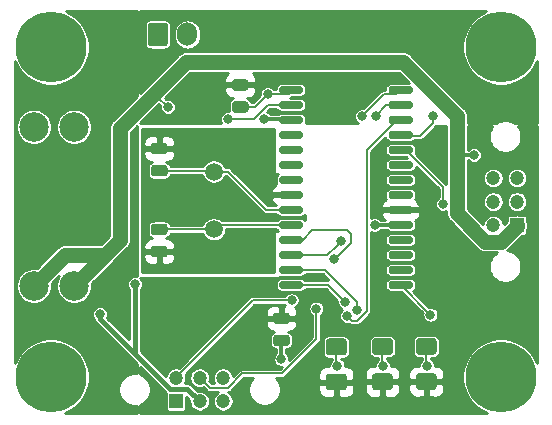
<source format=gtl>
G04 #@! TF.GenerationSoftware,KiCad,Pcbnew,(5.1.6)-1*
G04 #@! TF.CreationDate,2021-02-16T04:26:28-05:00*
G04 #@! TF.ProjectId,vent,76656e74-2e6b-4696-9361-645f70636258,rev?*
G04 #@! TF.SameCoordinates,Original*
G04 #@! TF.FileFunction,Copper,L1,Top*
G04 #@! TF.FilePolarity,Positive*
%FSLAX46Y46*%
G04 Gerber Fmt 4.6, Leading zero omitted, Abs format (unit mm)*
G04 Created by KiCad (PCBNEW (5.1.6)-1) date 2021-02-16 04:26:28*
%MOMM*%
%LPD*%
G01*
G04 APERTURE LIST*
G04 #@! TA.AperFunction,ComponentPad*
%ADD10C,6.000000*%
G04 #@! TD*
G04 #@! TA.AperFunction,ComponentPad*
%ADD11C,2.500000*%
G04 #@! TD*
G04 #@! TA.AperFunction,ComponentPad*
%ADD12C,1.500000*%
G04 #@! TD*
G04 #@! TA.AperFunction,ComponentPad*
%ADD13C,1.200000*%
G04 #@! TD*
G04 #@! TA.AperFunction,ComponentPad*
%ADD14R,1.200000X1.200000*%
G04 #@! TD*
G04 #@! TA.AperFunction,ComponentPad*
%ADD15O,1.700000X2.000000*%
G04 #@! TD*
G04 #@! TA.AperFunction,ViaPad*
%ADD16C,0.800000*%
G04 #@! TD*
G04 #@! TA.AperFunction,Conductor*
%ADD17C,1.270000*%
G04 #@! TD*
G04 #@! TA.AperFunction,Conductor*
%ADD18C,0.304800*%
G04 #@! TD*
G04 #@! TA.AperFunction,Conductor*
%ADD19C,0.203200*%
G04 #@! TD*
G04 #@! TA.AperFunction,Conductor*
%ADD20C,0.457200*%
G04 #@! TD*
G04 #@! TA.AperFunction,Conductor*
%ADD21C,0.254000*%
G04 #@! TD*
G04 APERTURE END LIST*
D10*
X109220000Y-104140000D03*
D11*
X107775800Y-110896400D03*
X111175800Y-110896400D03*
X111175800Y-124366400D03*
X107775800Y-124366400D03*
D10*
X147320000Y-104140000D03*
X147320000Y-132080000D03*
X109220000Y-132080000D03*
D12*
X123012200Y-119561000D03*
X123012200Y-114681000D03*
G04 #@! TA.AperFunction,SMDPad,CuDef*
G36*
G01*
X137815000Y-107922200D02*
X137815000Y-107622200D01*
G75*
G02*
X137965000Y-107472200I150000J0D01*
G01*
X139715000Y-107472200D01*
G75*
G02*
X139865000Y-107622200I0J-150000D01*
G01*
X139865000Y-107922200D01*
G75*
G02*
X139715000Y-108072200I-150000J0D01*
G01*
X137965000Y-108072200D01*
G75*
G02*
X137815000Y-107922200I0J150000D01*
G01*
G37*
G04 #@! TD.AperFunction*
G04 #@! TA.AperFunction,SMDPad,CuDef*
G36*
G01*
X137815000Y-109192200D02*
X137815000Y-108892200D01*
G75*
G02*
X137965000Y-108742200I150000J0D01*
G01*
X139715000Y-108742200D01*
G75*
G02*
X139865000Y-108892200I0J-150000D01*
G01*
X139865000Y-109192200D01*
G75*
G02*
X139715000Y-109342200I-150000J0D01*
G01*
X137965000Y-109342200D01*
G75*
G02*
X137815000Y-109192200I0J150000D01*
G01*
G37*
G04 #@! TD.AperFunction*
G04 #@! TA.AperFunction,SMDPad,CuDef*
G36*
G01*
X137815000Y-110462200D02*
X137815000Y-110162200D01*
G75*
G02*
X137965000Y-110012200I150000J0D01*
G01*
X139715000Y-110012200D01*
G75*
G02*
X139865000Y-110162200I0J-150000D01*
G01*
X139865000Y-110462200D01*
G75*
G02*
X139715000Y-110612200I-150000J0D01*
G01*
X137965000Y-110612200D01*
G75*
G02*
X137815000Y-110462200I0J150000D01*
G01*
G37*
G04 #@! TD.AperFunction*
G04 #@! TA.AperFunction,SMDPad,CuDef*
G36*
G01*
X137815000Y-111732200D02*
X137815000Y-111432200D01*
G75*
G02*
X137965000Y-111282200I150000J0D01*
G01*
X139715000Y-111282200D01*
G75*
G02*
X139865000Y-111432200I0J-150000D01*
G01*
X139865000Y-111732200D01*
G75*
G02*
X139715000Y-111882200I-150000J0D01*
G01*
X137965000Y-111882200D01*
G75*
G02*
X137815000Y-111732200I0J150000D01*
G01*
G37*
G04 #@! TD.AperFunction*
G04 #@! TA.AperFunction,SMDPad,CuDef*
G36*
G01*
X137815000Y-113002200D02*
X137815000Y-112702200D01*
G75*
G02*
X137965000Y-112552200I150000J0D01*
G01*
X139715000Y-112552200D01*
G75*
G02*
X139865000Y-112702200I0J-150000D01*
G01*
X139865000Y-113002200D01*
G75*
G02*
X139715000Y-113152200I-150000J0D01*
G01*
X137965000Y-113152200D01*
G75*
G02*
X137815000Y-113002200I0J150000D01*
G01*
G37*
G04 #@! TD.AperFunction*
G04 #@! TA.AperFunction,SMDPad,CuDef*
G36*
G01*
X137815000Y-114272200D02*
X137815000Y-113972200D01*
G75*
G02*
X137965000Y-113822200I150000J0D01*
G01*
X139715000Y-113822200D01*
G75*
G02*
X139865000Y-113972200I0J-150000D01*
G01*
X139865000Y-114272200D01*
G75*
G02*
X139715000Y-114422200I-150000J0D01*
G01*
X137965000Y-114422200D01*
G75*
G02*
X137815000Y-114272200I0J150000D01*
G01*
G37*
G04 #@! TD.AperFunction*
G04 #@! TA.AperFunction,SMDPad,CuDef*
G36*
G01*
X137815000Y-115542200D02*
X137815000Y-115242200D01*
G75*
G02*
X137965000Y-115092200I150000J0D01*
G01*
X139715000Y-115092200D01*
G75*
G02*
X139865000Y-115242200I0J-150000D01*
G01*
X139865000Y-115542200D01*
G75*
G02*
X139715000Y-115692200I-150000J0D01*
G01*
X137965000Y-115692200D01*
G75*
G02*
X137815000Y-115542200I0J150000D01*
G01*
G37*
G04 #@! TD.AperFunction*
G04 #@! TA.AperFunction,SMDPad,CuDef*
G36*
G01*
X137815000Y-116812200D02*
X137815000Y-116512200D01*
G75*
G02*
X137965000Y-116362200I150000J0D01*
G01*
X139715000Y-116362200D01*
G75*
G02*
X139865000Y-116512200I0J-150000D01*
G01*
X139865000Y-116812200D01*
G75*
G02*
X139715000Y-116962200I-150000J0D01*
G01*
X137965000Y-116962200D01*
G75*
G02*
X137815000Y-116812200I0J150000D01*
G01*
G37*
G04 #@! TD.AperFunction*
G04 #@! TA.AperFunction,SMDPad,CuDef*
G36*
G01*
X137815000Y-118082200D02*
X137815000Y-117782200D01*
G75*
G02*
X137965000Y-117632200I150000J0D01*
G01*
X139715000Y-117632200D01*
G75*
G02*
X139865000Y-117782200I0J-150000D01*
G01*
X139865000Y-118082200D01*
G75*
G02*
X139715000Y-118232200I-150000J0D01*
G01*
X137965000Y-118232200D01*
G75*
G02*
X137815000Y-118082200I0J150000D01*
G01*
G37*
G04 #@! TD.AperFunction*
G04 #@! TA.AperFunction,SMDPad,CuDef*
G36*
G01*
X137815000Y-119352200D02*
X137815000Y-119052200D01*
G75*
G02*
X137965000Y-118902200I150000J0D01*
G01*
X139715000Y-118902200D01*
G75*
G02*
X139865000Y-119052200I0J-150000D01*
G01*
X139865000Y-119352200D01*
G75*
G02*
X139715000Y-119502200I-150000J0D01*
G01*
X137965000Y-119502200D01*
G75*
G02*
X137815000Y-119352200I0J150000D01*
G01*
G37*
G04 #@! TD.AperFunction*
G04 #@! TA.AperFunction,SMDPad,CuDef*
G36*
G01*
X137815000Y-120622200D02*
X137815000Y-120322200D01*
G75*
G02*
X137965000Y-120172200I150000J0D01*
G01*
X139715000Y-120172200D01*
G75*
G02*
X139865000Y-120322200I0J-150000D01*
G01*
X139865000Y-120622200D01*
G75*
G02*
X139715000Y-120772200I-150000J0D01*
G01*
X137965000Y-120772200D01*
G75*
G02*
X137815000Y-120622200I0J150000D01*
G01*
G37*
G04 #@! TD.AperFunction*
G04 #@! TA.AperFunction,SMDPad,CuDef*
G36*
G01*
X137815000Y-121892200D02*
X137815000Y-121592200D01*
G75*
G02*
X137965000Y-121442200I150000J0D01*
G01*
X139715000Y-121442200D01*
G75*
G02*
X139865000Y-121592200I0J-150000D01*
G01*
X139865000Y-121892200D01*
G75*
G02*
X139715000Y-122042200I-150000J0D01*
G01*
X137965000Y-122042200D01*
G75*
G02*
X137815000Y-121892200I0J150000D01*
G01*
G37*
G04 #@! TD.AperFunction*
G04 #@! TA.AperFunction,SMDPad,CuDef*
G36*
G01*
X137815000Y-123162200D02*
X137815000Y-122862200D01*
G75*
G02*
X137965000Y-122712200I150000J0D01*
G01*
X139715000Y-122712200D01*
G75*
G02*
X139865000Y-122862200I0J-150000D01*
G01*
X139865000Y-123162200D01*
G75*
G02*
X139715000Y-123312200I-150000J0D01*
G01*
X137965000Y-123312200D01*
G75*
G02*
X137815000Y-123162200I0J150000D01*
G01*
G37*
G04 #@! TD.AperFunction*
G04 #@! TA.AperFunction,SMDPad,CuDef*
G36*
G01*
X137815000Y-124432200D02*
X137815000Y-124132200D01*
G75*
G02*
X137965000Y-123982200I150000J0D01*
G01*
X139715000Y-123982200D01*
G75*
G02*
X139865000Y-124132200I0J-150000D01*
G01*
X139865000Y-124432200D01*
G75*
G02*
X139715000Y-124582200I-150000J0D01*
G01*
X137965000Y-124582200D01*
G75*
G02*
X137815000Y-124432200I0J150000D01*
G01*
G37*
G04 #@! TD.AperFunction*
G04 #@! TA.AperFunction,SMDPad,CuDef*
G36*
G01*
X128515000Y-124432200D02*
X128515000Y-124132200D01*
G75*
G02*
X128665000Y-123982200I150000J0D01*
G01*
X130415000Y-123982200D01*
G75*
G02*
X130565000Y-124132200I0J-150000D01*
G01*
X130565000Y-124432200D01*
G75*
G02*
X130415000Y-124582200I-150000J0D01*
G01*
X128665000Y-124582200D01*
G75*
G02*
X128515000Y-124432200I0J150000D01*
G01*
G37*
G04 #@! TD.AperFunction*
G04 #@! TA.AperFunction,SMDPad,CuDef*
G36*
G01*
X128515000Y-123162200D02*
X128515000Y-122862200D01*
G75*
G02*
X128665000Y-122712200I150000J0D01*
G01*
X130415000Y-122712200D01*
G75*
G02*
X130565000Y-122862200I0J-150000D01*
G01*
X130565000Y-123162200D01*
G75*
G02*
X130415000Y-123312200I-150000J0D01*
G01*
X128665000Y-123312200D01*
G75*
G02*
X128515000Y-123162200I0J150000D01*
G01*
G37*
G04 #@! TD.AperFunction*
G04 #@! TA.AperFunction,SMDPad,CuDef*
G36*
G01*
X128515000Y-121892200D02*
X128515000Y-121592200D01*
G75*
G02*
X128665000Y-121442200I150000J0D01*
G01*
X130415000Y-121442200D01*
G75*
G02*
X130565000Y-121592200I0J-150000D01*
G01*
X130565000Y-121892200D01*
G75*
G02*
X130415000Y-122042200I-150000J0D01*
G01*
X128665000Y-122042200D01*
G75*
G02*
X128515000Y-121892200I0J150000D01*
G01*
G37*
G04 #@! TD.AperFunction*
G04 #@! TA.AperFunction,SMDPad,CuDef*
G36*
G01*
X128515000Y-120622200D02*
X128515000Y-120322200D01*
G75*
G02*
X128665000Y-120172200I150000J0D01*
G01*
X130415000Y-120172200D01*
G75*
G02*
X130565000Y-120322200I0J-150000D01*
G01*
X130565000Y-120622200D01*
G75*
G02*
X130415000Y-120772200I-150000J0D01*
G01*
X128665000Y-120772200D01*
G75*
G02*
X128515000Y-120622200I0J150000D01*
G01*
G37*
G04 #@! TD.AperFunction*
G04 #@! TA.AperFunction,SMDPad,CuDef*
G36*
G01*
X128515000Y-119352200D02*
X128515000Y-119052200D01*
G75*
G02*
X128665000Y-118902200I150000J0D01*
G01*
X130415000Y-118902200D01*
G75*
G02*
X130565000Y-119052200I0J-150000D01*
G01*
X130565000Y-119352200D01*
G75*
G02*
X130415000Y-119502200I-150000J0D01*
G01*
X128665000Y-119502200D01*
G75*
G02*
X128515000Y-119352200I0J150000D01*
G01*
G37*
G04 #@! TD.AperFunction*
G04 #@! TA.AperFunction,SMDPad,CuDef*
G36*
G01*
X128515000Y-118082200D02*
X128515000Y-117782200D01*
G75*
G02*
X128665000Y-117632200I150000J0D01*
G01*
X130415000Y-117632200D01*
G75*
G02*
X130565000Y-117782200I0J-150000D01*
G01*
X130565000Y-118082200D01*
G75*
G02*
X130415000Y-118232200I-150000J0D01*
G01*
X128665000Y-118232200D01*
G75*
G02*
X128515000Y-118082200I0J150000D01*
G01*
G37*
G04 #@! TD.AperFunction*
G04 #@! TA.AperFunction,SMDPad,CuDef*
G36*
G01*
X128515000Y-116812200D02*
X128515000Y-116512200D01*
G75*
G02*
X128665000Y-116362200I150000J0D01*
G01*
X130415000Y-116362200D01*
G75*
G02*
X130565000Y-116512200I0J-150000D01*
G01*
X130565000Y-116812200D01*
G75*
G02*
X130415000Y-116962200I-150000J0D01*
G01*
X128665000Y-116962200D01*
G75*
G02*
X128515000Y-116812200I0J150000D01*
G01*
G37*
G04 #@! TD.AperFunction*
G04 #@! TA.AperFunction,SMDPad,CuDef*
G36*
G01*
X128515000Y-115542200D02*
X128515000Y-115242200D01*
G75*
G02*
X128665000Y-115092200I150000J0D01*
G01*
X130415000Y-115092200D01*
G75*
G02*
X130565000Y-115242200I0J-150000D01*
G01*
X130565000Y-115542200D01*
G75*
G02*
X130415000Y-115692200I-150000J0D01*
G01*
X128665000Y-115692200D01*
G75*
G02*
X128515000Y-115542200I0J150000D01*
G01*
G37*
G04 #@! TD.AperFunction*
G04 #@! TA.AperFunction,SMDPad,CuDef*
G36*
G01*
X128515000Y-114272200D02*
X128515000Y-113972200D01*
G75*
G02*
X128665000Y-113822200I150000J0D01*
G01*
X130415000Y-113822200D01*
G75*
G02*
X130565000Y-113972200I0J-150000D01*
G01*
X130565000Y-114272200D01*
G75*
G02*
X130415000Y-114422200I-150000J0D01*
G01*
X128665000Y-114422200D01*
G75*
G02*
X128515000Y-114272200I0J150000D01*
G01*
G37*
G04 #@! TD.AperFunction*
G04 #@! TA.AperFunction,SMDPad,CuDef*
G36*
G01*
X128515000Y-113002200D02*
X128515000Y-112702200D01*
G75*
G02*
X128665000Y-112552200I150000J0D01*
G01*
X130415000Y-112552200D01*
G75*
G02*
X130565000Y-112702200I0J-150000D01*
G01*
X130565000Y-113002200D01*
G75*
G02*
X130415000Y-113152200I-150000J0D01*
G01*
X128665000Y-113152200D01*
G75*
G02*
X128515000Y-113002200I0J150000D01*
G01*
G37*
G04 #@! TD.AperFunction*
G04 #@! TA.AperFunction,SMDPad,CuDef*
G36*
G01*
X128515000Y-111732200D02*
X128515000Y-111432200D01*
G75*
G02*
X128665000Y-111282200I150000J0D01*
G01*
X130415000Y-111282200D01*
G75*
G02*
X130565000Y-111432200I0J-150000D01*
G01*
X130565000Y-111732200D01*
G75*
G02*
X130415000Y-111882200I-150000J0D01*
G01*
X128665000Y-111882200D01*
G75*
G02*
X128515000Y-111732200I0J150000D01*
G01*
G37*
G04 #@! TD.AperFunction*
G04 #@! TA.AperFunction,SMDPad,CuDef*
G36*
G01*
X128515000Y-110462200D02*
X128515000Y-110162200D01*
G75*
G02*
X128665000Y-110012200I150000J0D01*
G01*
X130415000Y-110012200D01*
G75*
G02*
X130565000Y-110162200I0J-150000D01*
G01*
X130565000Y-110462200D01*
G75*
G02*
X130415000Y-110612200I-150000J0D01*
G01*
X128665000Y-110612200D01*
G75*
G02*
X128515000Y-110462200I0J150000D01*
G01*
G37*
G04 #@! TD.AperFunction*
G04 #@! TA.AperFunction,SMDPad,CuDef*
G36*
G01*
X128515000Y-109192200D02*
X128515000Y-108892200D01*
G75*
G02*
X128665000Y-108742200I150000J0D01*
G01*
X130415000Y-108742200D01*
G75*
G02*
X130565000Y-108892200I0J-150000D01*
G01*
X130565000Y-109192200D01*
G75*
G02*
X130415000Y-109342200I-150000J0D01*
G01*
X128665000Y-109342200D01*
G75*
G02*
X128515000Y-109192200I0J150000D01*
G01*
G37*
G04 #@! TD.AperFunction*
G04 #@! TA.AperFunction,SMDPad,CuDef*
G36*
G01*
X128515000Y-107922200D02*
X128515000Y-107622200D01*
G75*
G02*
X128665000Y-107472200I150000J0D01*
G01*
X130415000Y-107472200D01*
G75*
G02*
X130565000Y-107622200I0J-150000D01*
G01*
X130565000Y-107922200D01*
G75*
G02*
X130415000Y-108072200I-150000J0D01*
G01*
X128665000Y-108072200D01*
G75*
G02*
X128515000Y-107922200I0J150000D01*
G01*
G37*
G04 #@! TD.AperFunction*
G04 #@! TA.AperFunction,SMDPad,CuDef*
G36*
G01*
X124791150Y-106857500D02*
X125703650Y-106857500D01*
G75*
G02*
X125947400Y-107101250I0J-243750D01*
G01*
X125947400Y-107588750D01*
G75*
G02*
X125703650Y-107832500I-243750J0D01*
G01*
X124791150Y-107832500D01*
G75*
G02*
X124547400Y-107588750I0J243750D01*
G01*
X124547400Y-107101250D01*
G75*
G02*
X124791150Y-106857500I243750J0D01*
G01*
G37*
G04 #@! TD.AperFunction*
G04 #@! TA.AperFunction,SMDPad,CuDef*
G36*
G01*
X124791150Y-108732500D02*
X125703650Y-108732500D01*
G75*
G02*
X125947400Y-108976250I0J-243750D01*
G01*
X125947400Y-109463750D01*
G75*
G02*
X125703650Y-109707500I-243750J0D01*
G01*
X124791150Y-109707500D01*
G75*
G02*
X124547400Y-109463750I0J243750D01*
G01*
X124547400Y-108976250D01*
G75*
G02*
X124791150Y-108732500I243750J0D01*
G01*
G37*
G04 #@! TD.AperFunction*
D13*
X146675600Y-119221000D03*
X146675600Y-117221000D03*
X146675600Y-115221000D03*
X148675600Y-115221000D03*
D14*
X148675600Y-119221000D03*
D13*
X148675600Y-117221000D03*
X119799600Y-132130800D03*
X121799600Y-132130800D03*
X123799600Y-132130800D03*
X123799600Y-134130800D03*
D14*
X119799600Y-134130800D03*
D13*
X121799600Y-134130800D03*
D15*
X120777000Y-103073200D03*
G04 #@! TA.AperFunction,ComponentPad*
G36*
G01*
X117427000Y-103823200D02*
X117427000Y-102323200D01*
G75*
G02*
X117677000Y-102073200I250000J0D01*
G01*
X118877000Y-102073200D01*
G75*
G02*
X119127000Y-102323200I0J-250000D01*
G01*
X119127000Y-103823200D01*
G75*
G02*
X118877000Y-104073200I-250000J0D01*
G01*
X117677000Y-104073200D01*
G75*
G02*
X117427000Y-103823200I0J250000D01*
G01*
G37*
G04 #@! TD.AperFunction*
G04 #@! TA.AperFunction,SMDPad,CuDef*
G36*
G01*
X132750400Y-131788200D02*
X134000400Y-131788200D01*
G75*
G02*
X134250400Y-132038200I0J-250000D01*
G01*
X134250400Y-132963200D01*
G75*
G02*
X134000400Y-133213200I-250000J0D01*
G01*
X132750400Y-133213200D01*
G75*
G02*
X132500400Y-132963200I0J250000D01*
G01*
X132500400Y-132038200D01*
G75*
G02*
X132750400Y-131788200I250000J0D01*
G01*
G37*
G04 #@! TD.AperFunction*
G04 #@! TA.AperFunction,SMDPad,CuDef*
G36*
G01*
X132750400Y-128813200D02*
X134000400Y-128813200D01*
G75*
G02*
X134250400Y-129063200I0J-250000D01*
G01*
X134250400Y-129988200D01*
G75*
G02*
X134000400Y-130238200I-250000J0D01*
G01*
X132750400Y-130238200D01*
G75*
G02*
X132500400Y-129988200I0J250000D01*
G01*
X132500400Y-129063200D01*
G75*
G02*
X132750400Y-128813200I250000J0D01*
G01*
G37*
G04 #@! TD.AperFunction*
G04 #@! TA.AperFunction,SMDPad,CuDef*
G36*
G01*
X136662000Y-131762800D02*
X137912000Y-131762800D01*
G75*
G02*
X138162000Y-132012800I0J-250000D01*
G01*
X138162000Y-132937800D01*
G75*
G02*
X137912000Y-133187800I-250000J0D01*
G01*
X136662000Y-133187800D01*
G75*
G02*
X136412000Y-132937800I0J250000D01*
G01*
X136412000Y-132012800D01*
G75*
G02*
X136662000Y-131762800I250000J0D01*
G01*
G37*
G04 #@! TD.AperFunction*
G04 #@! TA.AperFunction,SMDPad,CuDef*
G36*
G01*
X136662000Y-128787800D02*
X137912000Y-128787800D01*
G75*
G02*
X138162000Y-129037800I0J-250000D01*
G01*
X138162000Y-129962800D01*
G75*
G02*
X137912000Y-130212800I-250000J0D01*
G01*
X136662000Y-130212800D01*
G75*
G02*
X136412000Y-129962800I0J250000D01*
G01*
X136412000Y-129037800D01*
G75*
G02*
X136662000Y-128787800I250000J0D01*
G01*
G37*
G04 #@! TD.AperFunction*
G04 #@! TA.AperFunction,SMDPad,CuDef*
G36*
G01*
X140370400Y-131748500D02*
X141620400Y-131748500D01*
G75*
G02*
X141870400Y-131998500I0J-250000D01*
G01*
X141870400Y-132923500D01*
G75*
G02*
X141620400Y-133173500I-250000J0D01*
G01*
X140370400Y-133173500D01*
G75*
G02*
X140120400Y-132923500I0J250000D01*
G01*
X140120400Y-131998500D01*
G75*
G02*
X140370400Y-131748500I250000J0D01*
G01*
G37*
G04 #@! TD.AperFunction*
G04 #@! TA.AperFunction,SMDPad,CuDef*
G36*
G01*
X140370400Y-128773500D02*
X141620400Y-128773500D01*
G75*
G02*
X141870400Y-129023500I0J-250000D01*
G01*
X141870400Y-129948500D01*
G75*
G02*
X141620400Y-130198500I-250000J0D01*
G01*
X140370400Y-130198500D01*
G75*
G02*
X140120400Y-129948500I0J250000D01*
G01*
X140120400Y-129023500D01*
G75*
G02*
X140370400Y-128773500I250000J0D01*
G01*
G37*
G04 #@! TD.AperFunction*
G04 #@! TA.AperFunction,SMDPad,CuDef*
G36*
G01*
X118845650Y-121945700D02*
X117933150Y-121945700D01*
G75*
G02*
X117689400Y-121701950I0J243750D01*
G01*
X117689400Y-121214450D01*
G75*
G02*
X117933150Y-120970700I243750J0D01*
G01*
X118845650Y-120970700D01*
G75*
G02*
X119089400Y-121214450I0J-243750D01*
G01*
X119089400Y-121701950D01*
G75*
G02*
X118845650Y-121945700I-243750J0D01*
G01*
G37*
G04 #@! TD.AperFunction*
G04 #@! TA.AperFunction,SMDPad,CuDef*
G36*
G01*
X118845650Y-120070700D02*
X117933150Y-120070700D01*
G75*
G02*
X117689400Y-119826950I0J243750D01*
G01*
X117689400Y-119339450D01*
G75*
G02*
X117933150Y-119095700I243750J0D01*
G01*
X118845650Y-119095700D01*
G75*
G02*
X119089400Y-119339450I0J-243750D01*
G01*
X119089400Y-119826950D01*
G75*
G02*
X118845650Y-120070700I-243750J0D01*
G01*
G37*
G04 #@! TD.AperFunction*
G04 #@! TA.AperFunction,SMDPad,CuDef*
G36*
G01*
X118845650Y-113217300D02*
X117933150Y-113217300D01*
G75*
G02*
X117689400Y-112973550I0J243750D01*
G01*
X117689400Y-112486050D01*
G75*
G02*
X117933150Y-112242300I243750J0D01*
G01*
X118845650Y-112242300D01*
G75*
G02*
X119089400Y-112486050I0J-243750D01*
G01*
X119089400Y-112973550D01*
G75*
G02*
X118845650Y-113217300I-243750J0D01*
G01*
G37*
G04 #@! TD.AperFunction*
G04 #@! TA.AperFunction,SMDPad,CuDef*
G36*
G01*
X118845650Y-115092300D02*
X117933150Y-115092300D01*
G75*
G02*
X117689400Y-114848550I0J243750D01*
G01*
X117689400Y-114361050D01*
G75*
G02*
X117933150Y-114117300I243750J0D01*
G01*
X118845650Y-114117300D01*
G75*
G02*
X119089400Y-114361050I0J-243750D01*
G01*
X119089400Y-114848550D01*
G75*
G02*
X118845650Y-115092300I-243750J0D01*
G01*
G37*
G04 #@! TD.AperFunction*
G04 #@! TA.AperFunction,SMDPad,CuDef*
G36*
G01*
X129183450Y-127589100D02*
X128270950Y-127589100D01*
G75*
G02*
X128027200Y-127345350I0J243750D01*
G01*
X128027200Y-126857850D01*
G75*
G02*
X128270950Y-126614100I243750J0D01*
G01*
X129183450Y-126614100D01*
G75*
G02*
X129427200Y-126857850I0J-243750D01*
G01*
X129427200Y-127345350D01*
G75*
G02*
X129183450Y-127589100I-243750J0D01*
G01*
G37*
G04 #@! TD.AperFunction*
G04 #@! TA.AperFunction,SMDPad,CuDef*
G36*
G01*
X129183450Y-129464100D02*
X128270950Y-129464100D01*
G75*
G02*
X128027200Y-129220350I0J243750D01*
G01*
X128027200Y-128732850D01*
G75*
G02*
X128270950Y-128489100I243750J0D01*
G01*
X129183450Y-128489100D01*
G75*
G02*
X129427200Y-128732850I0J-243750D01*
G01*
X129427200Y-129220350D01*
G75*
G02*
X129183450Y-129464100I-243750J0D01*
G01*
G37*
G04 #@! TD.AperFunction*
D16*
X133096000Y-107696000D03*
X141503400Y-106121200D03*
X141808200Y-120573800D03*
X131699000Y-110058200D03*
X131342397Y-125392660D03*
X141427200Y-124409200D03*
X140589000Y-117221000D03*
X120015000Y-124231400D03*
X126034800Y-127228600D03*
X133096000Y-103378000D03*
X136626600Y-119202200D03*
X119456200Y-111455200D03*
X118491000Y-111455200D03*
X117500400Y-111455200D03*
X117373400Y-122809000D03*
X118338600Y-122809000D03*
X119354600Y-122834400D03*
X120345200Y-122834400D03*
X121259600Y-122834400D03*
X124739400Y-122809000D03*
X125679200Y-122783600D03*
X120370600Y-111455200D03*
X121259600Y-111455200D03*
X124942600Y-111429800D03*
X125882400Y-111455200D03*
X128727204Y-130581400D03*
X141071600Y-131114800D03*
X137337800Y-131140200D03*
X133477000Y-131114800D03*
X116332000Y-124206000D03*
X113366600Y-126746000D03*
X129590800Y-125577600D03*
X131685286Y-126281207D03*
X127565416Y-108095784D03*
X135534400Y-110007400D03*
X136702800Y-109956600D03*
X142417800Y-117424198D03*
X141554200Y-110007400D03*
X124206000Y-110236000D03*
X141351000Y-126796800D03*
X134137400Y-125730000D03*
X135102600Y-126384000D03*
X127298709Y-110255309D03*
X133172200Y-122123200D03*
X133807200Y-120548400D03*
X134302183Y-126900141D03*
X119126000Y-109220000D03*
X145034000Y-113284000D03*
D17*
X145542000Y-109220000D02*
X145542000Y-111760000D01*
X117348000Y-105918000D02*
X114808000Y-105918000D01*
D18*
X138840000Y-119202200D02*
X136626600Y-119202200D01*
X128727200Y-128976600D02*
X128727200Y-130581396D01*
X128727200Y-130581396D02*
X128727204Y-130581400D01*
D19*
X118389400Y-114604800D02*
X123418600Y-114604800D01*
X123012200Y-114681000D02*
X124206000Y-114681000D01*
X124206000Y-114681000D02*
X127457200Y-117932200D01*
X127457200Y-117932200D02*
X129895600Y-117932200D01*
X118389400Y-119583200D02*
X123393200Y-119583200D01*
X129540000Y-119202200D02*
X123393200Y-119202200D01*
X140995400Y-129486000D02*
X140995400Y-131038600D01*
X140995400Y-131038600D02*
X141071600Y-131114800D01*
X137287000Y-131089400D02*
X137337800Y-131140200D01*
X137287000Y-129500300D02*
X137287000Y-131089400D01*
X133375400Y-131013200D02*
X133477000Y-131114800D01*
X133375400Y-129525700D02*
X133375400Y-131013200D01*
D20*
X116332000Y-130115082D02*
X116332000Y-124206000D01*
X120780601Y-133111801D02*
X119328719Y-133111801D01*
X121799600Y-134130800D02*
X120780601Y-133111801D01*
X117441459Y-131224541D02*
X113366600Y-127149682D01*
X117441459Y-131224541D02*
X116332000Y-130115082D01*
X113366600Y-127149682D02*
X113366600Y-126746000D01*
X119328719Y-133111801D02*
X117441459Y-131224541D01*
D19*
X126288800Y-125577600D02*
X129025115Y-125577600D01*
X119735600Y-132130800D02*
X126288800Y-125577600D01*
X129025115Y-125577600D02*
X129590800Y-125577600D01*
X122672401Y-132984801D02*
X124209521Y-132984801D01*
X124209521Y-132984801D02*
X125417523Y-131776799D01*
X131685286Y-126846892D02*
X131685286Y-126281207D01*
X131685286Y-128885836D02*
X131685286Y-126846892D01*
X128794323Y-131776799D02*
X131685286Y-128885836D01*
X121818400Y-132130800D02*
X122672401Y-132984801D01*
X125417523Y-131776799D02*
X128794323Y-131776799D01*
X125247400Y-109194600D02*
X126466600Y-109194600D01*
X129368816Y-108095784D02*
X128131101Y-108095784D01*
X129667000Y-107797600D02*
X129368816Y-108095784D01*
X128131101Y-108095784D02*
X127565416Y-108095784D01*
X126466600Y-109194600D02*
X127565416Y-108095784D01*
X137398890Y-108142910D02*
X135534400Y-110007400D01*
X138840000Y-107772200D02*
X138469290Y-108142910D01*
X138469290Y-108142910D02*
X137398890Y-108142910D01*
X136702800Y-109956600D02*
X137617200Y-109042200D01*
X137617200Y-109042200D02*
X139344400Y-109042200D01*
X142417800Y-116858513D02*
X142417800Y-117424198D01*
X142417800Y-116027200D02*
X142417800Y-116858513D01*
X139192000Y-112801400D02*
X142417800Y-116027200D01*
X141554200Y-110573085D02*
X140494285Y-111633000D01*
X141554200Y-110007400D02*
X141554200Y-110573085D01*
X140494285Y-111633000D02*
X139369800Y-111633000D01*
X126393122Y-110236000D02*
X124771685Y-110236000D01*
X129540000Y-109042200D02*
X127586922Y-109042200D01*
X124771685Y-110236000D02*
X124206000Y-110236000D01*
X127586922Y-109042200D02*
X126393122Y-110236000D01*
X138840000Y-124282200D02*
X141351000Y-126793200D01*
X141351000Y-126793200D02*
X141351000Y-126796800D01*
X134137400Y-125730000D02*
X132664200Y-124256800D01*
X132664200Y-124256800D02*
X129032000Y-124256800D01*
X132387522Y-123012200D02*
X129311400Y-123012200D01*
X135102600Y-126384000D02*
X135102600Y-125727278D01*
X135102600Y-125727278D02*
X132387522Y-123012200D01*
D18*
X127298709Y-110255309D02*
X129686309Y-110255309D01*
D19*
X133572199Y-121723201D02*
X133172200Y-122123200D01*
X129387600Y-120497600D02*
X130531595Y-120497600D01*
X131363397Y-119665798D02*
X134248122Y-119665798D01*
X134588202Y-120005878D02*
X134588202Y-120707198D01*
X134248122Y-119665798D02*
X134588202Y-120005878D01*
X130531595Y-120497600D02*
X131363397Y-119665798D01*
X134588202Y-120707198D02*
X133572199Y-121723201D01*
X129616200Y-121767600D02*
X132588000Y-121767600D01*
X132588000Y-121767600D02*
X133407201Y-120948399D01*
X133407201Y-120948399D02*
X133807200Y-120548400D01*
X135972599Y-112853243D02*
X138513642Y-110312200D01*
X135972599Y-126481923D02*
X135972599Y-112853243D01*
X135154382Y-127300140D02*
X135972599Y-126481923D01*
X134302183Y-126900141D02*
X134702182Y-127300140D01*
X134702182Y-127300140D02*
X135154382Y-127300140D01*
X138513642Y-110312200D02*
X138938000Y-110312200D01*
D17*
X146009647Y-120608401D02*
X143605201Y-118203955D01*
X147341553Y-120608401D02*
X146009647Y-120608401D01*
X148675600Y-119221000D02*
X148675600Y-119274354D01*
X148675600Y-119274354D02*
X147341553Y-120608401D01*
X143605201Y-109980355D02*
X139034846Y-105410000D01*
X139034846Y-105410000D02*
X120650000Y-105410000D01*
X115062000Y-110998000D02*
X115062000Y-120480200D01*
X110434100Y-121708100D02*
X113834100Y-121708100D01*
X115062000Y-120480200D02*
X113834100Y-121708100D01*
X107775800Y-124366400D02*
X110434100Y-121708100D01*
X113834100Y-121708100D02*
X111175800Y-124366400D01*
D19*
X118237000Y-108331000D02*
X118237000Y-107823000D01*
D17*
X120650000Y-105410000D02*
X118237000Y-107823000D01*
D19*
X119126000Y-109220000D02*
X118237000Y-108331000D01*
D17*
X118237000Y-107823000D02*
X115062000Y-110998000D01*
D18*
X143764000Y-113284000D02*
X143605201Y-113125201D01*
X145034000Y-113284000D02*
X143764000Y-113284000D01*
D17*
X143605201Y-118203955D02*
X143605201Y-113125201D01*
X143605201Y-113125201D02*
X143605201Y-109980355D01*
D21*
G36*
X128117600Y-114731800D02*
G01*
X128120040Y-114756576D01*
X128127267Y-114780401D01*
X128139003Y-114802357D01*
X128154797Y-114821603D01*
X128174043Y-114837397D01*
X128195999Y-114849133D01*
X128219824Y-114856360D01*
X128244600Y-114858800D01*
X128472916Y-114858800D01*
X128425688Y-114884044D01*
X128360413Y-114937613D01*
X128306844Y-115002888D01*
X128267038Y-115077359D01*
X128242526Y-115158165D01*
X128234249Y-115242200D01*
X128234249Y-115542200D01*
X128242526Y-115626235D01*
X128267038Y-115707041D01*
X128297764Y-115764525D01*
X128270820Y-115772698D01*
X128160506Y-115831663D01*
X128063815Y-115911015D01*
X127984463Y-116007706D01*
X127925498Y-116118020D01*
X127889188Y-116237718D01*
X127876928Y-116362200D01*
X127880000Y-116376450D01*
X128038750Y-116535200D01*
X129413000Y-116535200D01*
X129413000Y-116515200D01*
X129667000Y-116515200D01*
X129667000Y-116535200D01*
X129687000Y-116535200D01*
X129687000Y-116789200D01*
X129667000Y-116789200D01*
X129667000Y-116809200D01*
X129413000Y-116809200D01*
X129413000Y-116789200D01*
X128038750Y-116789200D01*
X127880000Y-116947950D01*
X127876928Y-116962200D01*
X127889188Y-117086682D01*
X127925498Y-117206380D01*
X127984463Y-117316694D01*
X128063815Y-117413385D01*
X128160506Y-117492737D01*
X128269881Y-117551200D01*
X127615015Y-117551200D01*
X124488646Y-114424832D01*
X124476711Y-114410289D01*
X124418696Y-114362678D01*
X124352508Y-114327299D01*
X124280689Y-114305513D01*
X124224713Y-114300000D01*
X124224710Y-114300000D01*
X124206000Y-114298157D01*
X124187290Y-114300000D01*
X123968600Y-114300000D01*
X123924443Y-114193396D01*
X123811787Y-114024796D01*
X123668404Y-113881413D01*
X123499804Y-113768757D01*
X123312465Y-113691159D01*
X123113587Y-113651600D01*
X122910813Y-113651600D01*
X122711935Y-113691159D01*
X122524596Y-113768757D01*
X122355996Y-113881413D01*
X122212613Y-114024796D01*
X122099957Y-114193396D01*
X122087363Y-114223800D01*
X119349479Y-114223800D01*
X119330226Y-114160332D01*
X119281757Y-114069653D01*
X119216528Y-113990172D01*
X119137047Y-113924943D01*
X119046368Y-113876474D01*
X118973982Y-113854516D01*
X119089400Y-113855372D01*
X119213882Y-113843112D01*
X119333580Y-113806802D01*
X119443894Y-113747837D01*
X119540585Y-113668485D01*
X119619937Y-113571794D01*
X119678902Y-113461480D01*
X119715212Y-113341782D01*
X119727472Y-113217300D01*
X119724400Y-113015550D01*
X119565650Y-112856800D01*
X118516400Y-112856800D01*
X118516400Y-112876800D01*
X118262400Y-112876800D01*
X118262400Y-112856800D01*
X117213150Y-112856800D01*
X117054400Y-113015550D01*
X117051328Y-113217300D01*
X117063588Y-113341782D01*
X117099898Y-113461480D01*
X117158863Y-113571794D01*
X117238215Y-113668485D01*
X117334906Y-113747837D01*
X117445220Y-113806802D01*
X117564918Y-113843112D01*
X117689400Y-113855372D01*
X117804818Y-113854516D01*
X117732432Y-113876474D01*
X117641753Y-113924943D01*
X117562272Y-113990172D01*
X117497043Y-114069653D01*
X117448574Y-114160332D01*
X117418727Y-114258725D01*
X117408649Y-114361050D01*
X117408649Y-114848550D01*
X117418727Y-114950875D01*
X117448574Y-115049268D01*
X117497043Y-115139947D01*
X117562272Y-115219428D01*
X117641753Y-115284657D01*
X117732432Y-115333126D01*
X117830825Y-115362973D01*
X117933150Y-115373051D01*
X118845650Y-115373051D01*
X118947975Y-115362973D01*
X119046368Y-115333126D01*
X119137047Y-115284657D01*
X119216528Y-115219428D01*
X119281757Y-115139947D01*
X119330226Y-115049268D01*
X119349479Y-114985800D01*
X122024237Y-114985800D01*
X122099957Y-115168604D01*
X122212613Y-115337204D01*
X122355996Y-115480587D01*
X122524596Y-115593243D01*
X122711935Y-115670841D01*
X122910813Y-115710400D01*
X123113587Y-115710400D01*
X123312465Y-115670841D01*
X123499804Y-115593243D01*
X123668404Y-115480587D01*
X123811787Y-115337204D01*
X123924443Y-115168604D01*
X123968600Y-115062000D01*
X124048186Y-115062000D01*
X127174559Y-118188374D01*
X127186489Y-118202911D01*
X127201024Y-118214839D01*
X127244503Y-118250522D01*
X127310692Y-118285901D01*
X127382511Y-118307687D01*
X127438487Y-118313200D01*
X127438489Y-118313200D01*
X127457199Y-118315043D01*
X127475909Y-118313200D01*
X128302401Y-118313200D01*
X128306844Y-118321512D01*
X128360413Y-118386787D01*
X128425688Y-118440356D01*
X128500159Y-118480162D01*
X128580965Y-118504674D01*
X128665000Y-118512951D01*
X130415000Y-118512951D01*
X130499035Y-118504674D01*
X130579841Y-118480162D01*
X130654312Y-118440356D01*
X130719587Y-118386787D01*
X130733800Y-118369468D01*
X130733800Y-118764932D01*
X130719587Y-118747613D01*
X130654312Y-118694044D01*
X130579841Y-118654238D01*
X130499035Y-118629726D01*
X130415000Y-118621449D01*
X128665000Y-118621449D01*
X128580965Y-118629726D01*
X128500159Y-118654238D01*
X128425688Y-118694044D01*
X128360413Y-118747613D01*
X128306844Y-118812888D01*
X128302401Y-118821200D01*
X123728191Y-118821200D01*
X123668404Y-118761413D01*
X123499804Y-118648757D01*
X123312465Y-118571159D01*
X123113587Y-118531600D01*
X122910813Y-118531600D01*
X122711935Y-118571159D01*
X122524596Y-118648757D01*
X122355996Y-118761413D01*
X122212613Y-118904796D01*
X122099957Y-119073396D01*
X122046605Y-119202200D01*
X119349479Y-119202200D01*
X119330226Y-119138732D01*
X119281757Y-119048053D01*
X119216528Y-118968572D01*
X119137047Y-118903343D01*
X119046368Y-118854874D01*
X118947975Y-118825027D01*
X118845650Y-118814949D01*
X117933150Y-118814949D01*
X117830825Y-118825027D01*
X117732432Y-118854874D01*
X117641753Y-118903343D01*
X117562272Y-118968572D01*
X117497043Y-119048053D01*
X117448574Y-119138732D01*
X117418727Y-119237125D01*
X117408649Y-119339450D01*
X117408649Y-119826950D01*
X117418727Y-119929275D01*
X117448574Y-120027668D01*
X117497043Y-120118347D01*
X117562272Y-120197828D01*
X117641753Y-120263057D01*
X117732432Y-120311526D01*
X117804818Y-120333484D01*
X117689400Y-120332628D01*
X117564918Y-120344888D01*
X117445220Y-120381198D01*
X117334906Y-120440163D01*
X117238215Y-120519515D01*
X117158863Y-120616206D01*
X117099898Y-120726520D01*
X117063588Y-120846218D01*
X117051328Y-120970700D01*
X117054400Y-121172450D01*
X117213150Y-121331200D01*
X118262400Y-121331200D01*
X118262400Y-121311200D01*
X118516400Y-121311200D01*
X118516400Y-121331200D01*
X119565650Y-121331200D01*
X119724400Y-121172450D01*
X119727472Y-120970700D01*
X119715212Y-120846218D01*
X119678902Y-120726520D01*
X119619937Y-120616206D01*
X119540585Y-120519515D01*
X119443894Y-120440163D01*
X119333580Y-120381198D01*
X119213882Y-120344888D01*
X119089400Y-120332628D01*
X118973982Y-120333484D01*
X119046368Y-120311526D01*
X119137047Y-120263057D01*
X119216528Y-120197828D01*
X119281757Y-120118347D01*
X119330226Y-120027668D01*
X119349479Y-119964200D01*
X122064996Y-119964200D01*
X122099957Y-120048604D01*
X122212613Y-120217204D01*
X122355996Y-120360587D01*
X122524596Y-120473243D01*
X122711935Y-120550841D01*
X122910813Y-120590400D01*
X123113587Y-120590400D01*
X123312465Y-120550841D01*
X123499804Y-120473243D01*
X123668404Y-120360587D01*
X123811787Y-120217204D01*
X123924443Y-120048604D01*
X124002041Y-119861265D01*
X124041600Y-119662387D01*
X124041600Y-119583200D01*
X128302401Y-119583200D01*
X128306844Y-119591512D01*
X128360413Y-119656787D01*
X128425498Y-119710200D01*
X128244600Y-119710200D01*
X128219824Y-119712640D01*
X128195999Y-119719867D01*
X128174043Y-119731603D01*
X128154797Y-119747397D01*
X128139003Y-119766643D01*
X128127267Y-119788599D01*
X128120040Y-119812424D01*
X128117600Y-119837200D01*
X128117600Y-123215400D01*
X116967000Y-123215400D01*
X116967000Y-121945700D01*
X117051328Y-121945700D01*
X117063588Y-122070182D01*
X117099898Y-122189880D01*
X117158863Y-122300194D01*
X117238215Y-122396885D01*
X117334906Y-122476237D01*
X117445220Y-122535202D01*
X117564918Y-122571512D01*
X117689400Y-122583772D01*
X118103650Y-122580700D01*
X118262400Y-122421950D01*
X118262400Y-121585200D01*
X118516400Y-121585200D01*
X118516400Y-122421950D01*
X118675150Y-122580700D01*
X119089400Y-122583772D01*
X119213882Y-122571512D01*
X119333580Y-122535202D01*
X119443894Y-122476237D01*
X119540585Y-122396885D01*
X119619937Y-122300194D01*
X119678902Y-122189880D01*
X119715212Y-122070182D01*
X119727472Y-121945700D01*
X119724400Y-121743950D01*
X119565650Y-121585200D01*
X118516400Y-121585200D01*
X118262400Y-121585200D01*
X117213150Y-121585200D01*
X117054400Y-121743950D01*
X117051328Y-121945700D01*
X116967000Y-121945700D01*
X116967000Y-112242300D01*
X117051328Y-112242300D01*
X117054400Y-112444050D01*
X117213150Y-112602800D01*
X118262400Y-112602800D01*
X118262400Y-111766050D01*
X118516400Y-111766050D01*
X118516400Y-112602800D01*
X119565650Y-112602800D01*
X119724400Y-112444050D01*
X119727472Y-112242300D01*
X119715212Y-112117818D01*
X119678902Y-111998120D01*
X119619937Y-111887806D01*
X119540585Y-111791115D01*
X119443894Y-111711763D01*
X119333580Y-111652798D01*
X119213882Y-111616488D01*
X119089400Y-111604228D01*
X118675150Y-111607300D01*
X118516400Y-111766050D01*
X118262400Y-111766050D01*
X118103650Y-111607300D01*
X117689400Y-111604228D01*
X117564918Y-111616488D01*
X117445220Y-111652798D01*
X117334906Y-111711763D01*
X117238215Y-111791115D01*
X117158863Y-111887806D01*
X117099898Y-111998120D01*
X117063588Y-112117818D01*
X117051328Y-112242300D01*
X116967000Y-112242300D01*
X116967000Y-111048800D01*
X128117600Y-111048800D01*
X128117600Y-114731800D01*
G37*
X128117600Y-114731800D02*
X128120040Y-114756576D01*
X128127267Y-114780401D01*
X128139003Y-114802357D01*
X128154797Y-114821603D01*
X128174043Y-114837397D01*
X128195999Y-114849133D01*
X128219824Y-114856360D01*
X128244600Y-114858800D01*
X128472916Y-114858800D01*
X128425688Y-114884044D01*
X128360413Y-114937613D01*
X128306844Y-115002888D01*
X128267038Y-115077359D01*
X128242526Y-115158165D01*
X128234249Y-115242200D01*
X128234249Y-115542200D01*
X128242526Y-115626235D01*
X128267038Y-115707041D01*
X128297764Y-115764525D01*
X128270820Y-115772698D01*
X128160506Y-115831663D01*
X128063815Y-115911015D01*
X127984463Y-116007706D01*
X127925498Y-116118020D01*
X127889188Y-116237718D01*
X127876928Y-116362200D01*
X127880000Y-116376450D01*
X128038750Y-116535200D01*
X129413000Y-116535200D01*
X129413000Y-116515200D01*
X129667000Y-116515200D01*
X129667000Y-116535200D01*
X129687000Y-116535200D01*
X129687000Y-116789200D01*
X129667000Y-116789200D01*
X129667000Y-116809200D01*
X129413000Y-116809200D01*
X129413000Y-116789200D01*
X128038750Y-116789200D01*
X127880000Y-116947950D01*
X127876928Y-116962200D01*
X127889188Y-117086682D01*
X127925498Y-117206380D01*
X127984463Y-117316694D01*
X128063815Y-117413385D01*
X128160506Y-117492737D01*
X128269881Y-117551200D01*
X127615015Y-117551200D01*
X124488646Y-114424832D01*
X124476711Y-114410289D01*
X124418696Y-114362678D01*
X124352508Y-114327299D01*
X124280689Y-114305513D01*
X124224713Y-114300000D01*
X124224710Y-114300000D01*
X124206000Y-114298157D01*
X124187290Y-114300000D01*
X123968600Y-114300000D01*
X123924443Y-114193396D01*
X123811787Y-114024796D01*
X123668404Y-113881413D01*
X123499804Y-113768757D01*
X123312465Y-113691159D01*
X123113587Y-113651600D01*
X122910813Y-113651600D01*
X122711935Y-113691159D01*
X122524596Y-113768757D01*
X122355996Y-113881413D01*
X122212613Y-114024796D01*
X122099957Y-114193396D01*
X122087363Y-114223800D01*
X119349479Y-114223800D01*
X119330226Y-114160332D01*
X119281757Y-114069653D01*
X119216528Y-113990172D01*
X119137047Y-113924943D01*
X119046368Y-113876474D01*
X118973982Y-113854516D01*
X119089400Y-113855372D01*
X119213882Y-113843112D01*
X119333580Y-113806802D01*
X119443894Y-113747837D01*
X119540585Y-113668485D01*
X119619937Y-113571794D01*
X119678902Y-113461480D01*
X119715212Y-113341782D01*
X119727472Y-113217300D01*
X119724400Y-113015550D01*
X119565650Y-112856800D01*
X118516400Y-112856800D01*
X118516400Y-112876800D01*
X118262400Y-112876800D01*
X118262400Y-112856800D01*
X117213150Y-112856800D01*
X117054400Y-113015550D01*
X117051328Y-113217300D01*
X117063588Y-113341782D01*
X117099898Y-113461480D01*
X117158863Y-113571794D01*
X117238215Y-113668485D01*
X117334906Y-113747837D01*
X117445220Y-113806802D01*
X117564918Y-113843112D01*
X117689400Y-113855372D01*
X117804818Y-113854516D01*
X117732432Y-113876474D01*
X117641753Y-113924943D01*
X117562272Y-113990172D01*
X117497043Y-114069653D01*
X117448574Y-114160332D01*
X117418727Y-114258725D01*
X117408649Y-114361050D01*
X117408649Y-114848550D01*
X117418727Y-114950875D01*
X117448574Y-115049268D01*
X117497043Y-115139947D01*
X117562272Y-115219428D01*
X117641753Y-115284657D01*
X117732432Y-115333126D01*
X117830825Y-115362973D01*
X117933150Y-115373051D01*
X118845650Y-115373051D01*
X118947975Y-115362973D01*
X119046368Y-115333126D01*
X119137047Y-115284657D01*
X119216528Y-115219428D01*
X119281757Y-115139947D01*
X119330226Y-115049268D01*
X119349479Y-114985800D01*
X122024237Y-114985800D01*
X122099957Y-115168604D01*
X122212613Y-115337204D01*
X122355996Y-115480587D01*
X122524596Y-115593243D01*
X122711935Y-115670841D01*
X122910813Y-115710400D01*
X123113587Y-115710400D01*
X123312465Y-115670841D01*
X123499804Y-115593243D01*
X123668404Y-115480587D01*
X123811787Y-115337204D01*
X123924443Y-115168604D01*
X123968600Y-115062000D01*
X124048186Y-115062000D01*
X127174559Y-118188374D01*
X127186489Y-118202911D01*
X127201024Y-118214839D01*
X127244503Y-118250522D01*
X127310692Y-118285901D01*
X127382511Y-118307687D01*
X127438487Y-118313200D01*
X127438489Y-118313200D01*
X127457199Y-118315043D01*
X127475909Y-118313200D01*
X128302401Y-118313200D01*
X128306844Y-118321512D01*
X128360413Y-118386787D01*
X128425688Y-118440356D01*
X128500159Y-118480162D01*
X128580965Y-118504674D01*
X128665000Y-118512951D01*
X130415000Y-118512951D01*
X130499035Y-118504674D01*
X130579841Y-118480162D01*
X130654312Y-118440356D01*
X130719587Y-118386787D01*
X130733800Y-118369468D01*
X130733800Y-118764932D01*
X130719587Y-118747613D01*
X130654312Y-118694044D01*
X130579841Y-118654238D01*
X130499035Y-118629726D01*
X130415000Y-118621449D01*
X128665000Y-118621449D01*
X128580965Y-118629726D01*
X128500159Y-118654238D01*
X128425688Y-118694044D01*
X128360413Y-118747613D01*
X128306844Y-118812888D01*
X128302401Y-118821200D01*
X123728191Y-118821200D01*
X123668404Y-118761413D01*
X123499804Y-118648757D01*
X123312465Y-118571159D01*
X123113587Y-118531600D01*
X122910813Y-118531600D01*
X122711935Y-118571159D01*
X122524596Y-118648757D01*
X122355996Y-118761413D01*
X122212613Y-118904796D01*
X122099957Y-119073396D01*
X122046605Y-119202200D01*
X119349479Y-119202200D01*
X119330226Y-119138732D01*
X119281757Y-119048053D01*
X119216528Y-118968572D01*
X119137047Y-118903343D01*
X119046368Y-118854874D01*
X118947975Y-118825027D01*
X118845650Y-118814949D01*
X117933150Y-118814949D01*
X117830825Y-118825027D01*
X117732432Y-118854874D01*
X117641753Y-118903343D01*
X117562272Y-118968572D01*
X117497043Y-119048053D01*
X117448574Y-119138732D01*
X117418727Y-119237125D01*
X117408649Y-119339450D01*
X117408649Y-119826950D01*
X117418727Y-119929275D01*
X117448574Y-120027668D01*
X117497043Y-120118347D01*
X117562272Y-120197828D01*
X117641753Y-120263057D01*
X117732432Y-120311526D01*
X117804818Y-120333484D01*
X117689400Y-120332628D01*
X117564918Y-120344888D01*
X117445220Y-120381198D01*
X117334906Y-120440163D01*
X117238215Y-120519515D01*
X117158863Y-120616206D01*
X117099898Y-120726520D01*
X117063588Y-120846218D01*
X117051328Y-120970700D01*
X117054400Y-121172450D01*
X117213150Y-121331200D01*
X118262400Y-121331200D01*
X118262400Y-121311200D01*
X118516400Y-121311200D01*
X118516400Y-121331200D01*
X119565650Y-121331200D01*
X119724400Y-121172450D01*
X119727472Y-120970700D01*
X119715212Y-120846218D01*
X119678902Y-120726520D01*
X119619937Y-120616206D01*
X119540585Y-120519515D01*
X119443894Y-120440163D01*
X119333580Y-120381198D01*
X119213882Y-120344888D01*
X119089400Y-120332628D01*
X118973982Y-120333484D01*
X119046368Y-120311526D01*
X119137047Y-120263057D01*
X119216528Y-120197828D01*
X119281757Y-120118347D01*
X119330226Y-120027668D01*
X119349479Y-119964200D01*
X122064996Y-119964200D01*
X122099957Y-120048604D01*
X122212613Y-120217204D01*
X122355996Y-120360587D01*
X122524596Y-120473243D01*
X122711935Y-120550841D01*
X122910813Y-120590400D01*
X123113587Y-120590400D01*
X123312465Y-120550841D01*
X123499804Y-120473243D01*
X123668404Y-120360587D01*
X123811787Y-120217204D01*
X123924443Y-120048604D01*
X124002041Y-119861265D01*
X124041600Y-119662387D01*
X124041600Y-119583200D01*
X128302401Y-119583200D01*
X128306844Y-119591512D01*
X128360413Y-119656787D01*
X128425498Y-119710200D01*
X128244600Y-119710200D01*
X128219824Y-119712640D01*
X128195999Y-119719867D01*
X128174043Y-119731603D01*
X128154797Y-119747397D01*
X128139003Y-119766643D01*
X128127267Y-119788599D01*
X128120040Y-119812424D01*
X128117600Y-119837200D01*
X128117600Y-123215400D01*
X116967000Y-123215400D01*
X116967000Y-121945700D01*
X117051328Y-121945700D01*
X117063588Y-122070182D01*
X117099898Y-122189880D01*
X117158863Y-122300194D01*
X117238215Y-122396885D01*
X117334906Y-122476237D01*
X117445220Y-122535202D01*
X117564918Y-122571512D01*
X117689400Y-122583772D01*
X118103650Y-122580700D01*
X118262400Y-122421950D01*
X118262400Y-121585200D01*
X118516400Y-121585200D01*
X118516400Y-122421950D01*
X118675150Y-122580700D01*
X119089400Y-122583772D01*
X119213882Y-122571512D01*
X119333580Y-122535202D01*
X119443894Y-122476237D01*
X119540585Y-122396885D01*
X119619937Y-122300194D01*
X119678902Y-122189880D01*
X119715212Y-122070182D01*
X119727472Y-121945700D01*
X119724400Y-121743950D01*
X119565650Y-121585200D01*
X118516400Y-121585200D01*
X118262400Y-121585200D01*
X117213150Y-121585200D01*
X117054400Y-121743950D01*
X117051328Y-121945700D01*
X116967000Y-121945700D01*
X116967000Y-112242300D01*
X117051328Y-112242300D01*
X117054400Y-112444050D01*
X117213150Y-112602800D01*
X118262400Y-112602800D01*
X118262400Y-111766050D01*
X118516400Y-111766050D01*
X118516400Y-112602800D01*
X119565650Y-112602800D01*
X119724400Y-112444050D01*
X119727472Y-112242300D01*
X119715212Y-112117818D01*
X119678902Y-111998120D01*
X119619937Y-111887806D01*
X119540585Y-111791115D01*
X119443894Y-111711763D01*
X119333580Y-111652798D01*
X119213882Y-111616488D01*
X119089400Y-111604228D01*
X118675150Y-111607300D01*
X118516400Y-111766050D01*
X118262400Y-111766050D01*
X118103650Y-111607300D01*
X117689400Y-111604228D01*
X117564918Y-111616488D01*
X117445220Y-111652798D01*
X117334906Y-111711763D01*
X117238215Y-111791115D01*
X117158863Y-111887806D01*
X117099898Y-111998120D01*
X117063588Y-112117818D01*
X117051328Y-112242300D01*
X116967000Y-112242300D01*
X116967000Y-111048800D01*
X128117600Y-111048800D01*
X128117600Y-114731800D01*
G36*
X116509800Y-108257043D02*
G01*
X114447190Y-110319654D01*
X114412293Y-110348293D01*
X114298026Y-110487530D01*
X114213117Y-110646382D01*
X114160831Y-110818747D01*
X114147600Y-110953082D01*
X114143176Y-110998000D01*
X114147600Y-111042915D01*
X114147601Y-120101442D01*
X113455344Y-120793700D01*
X110479015Y-120793700D01*
X110434100Y-120789276D01*
X110389185Y-120793700D01*
X110389182Y-120793700D01*
X110254846Y-120806931D01*
X110082481Y-120859217D01*
X109923629Y-120944126D01*
X109784393Y-121058393D01*
X109755759Y-121093284D01*
X107997840Y-122851204D01*
X107926433Y-122837000D01*
X107625167Y-122837000D01*
X107329691Y-122895774D01*
X107051357Y-123011063D01*
X106800864Y-123178438D01*
X106587838Y-123391464D01*
X106420463Y-123641957D01*
X106305174Y-123920291D01*
X106246400Y-124215767D01*
X106246400Y-124517033D01*
X106305174Y-124812509D01*
X106420463Y-125090843D01*
X106587838Y-125341336D01*
X106800864Y-125554362D01*
X107051357Y-125721737D01*
X107329691Y-125837026D01*
X107625167Y-125895800D01*
X107926433Y-125895800D01*
X108221909Y-125837026D01*
X108500243Y-125721737D01*
X108750736Y-125554362D01*
X108963762Y-125341336D01*
X109131137Y-125090843D01*
X109246426Y-124812509D01*
X109305200Y-124517033D01*
X109305200Y-124215767D01*
X109290996Y-124144360D01*
X109874961Y-123560396D01*
X109820463Y-123641957D01*
X109705174Y-123920291D01*
X109646400Y-124215767D01*
X109646400Y-124517033D01*
X109705174Y-124812509D01*
X109820463Y-125090843D01*
X109987838Y-125341336D01*
X110200864Y-125554362D01*
X110451357Y-125721737D01*
X110729691Y-125837026D01*
X111025167Y-125895800D01*
X111326433Y-125895800D01*
X111621909Y-125837026D01*
X111900243Y-125721737D01*
X112150736Y-125554362D01*
X112363762Y-125341336D01*
X112531137Y-125090843D01*
X112646426Y-124812509D01*
X112705200Y-124517033D01*
X112705200Y-124215767D01*
X112690996Y-124144360D01*
X114448917Y-122386440D01*
X114483807Y-122357807D01*
X114512446Y-122322910D01*
X115676815Y-121158541D01*
X115711707Y-121129907D01*
X115825974Y-120990671D01*
X115910883Y-120831819D01*
X115963169Y-120659454D01*
X115976400Y-120525118D01*
X115976400Y-120525115D01*
X115980824Y-120480200D01*
X115976400Y-120435285D01*
X115976400Y-111376756D01*
X116509800Y-110843356D01*
X116509800Y-123548656D01*
X116398915Y-123526600D01*
X116265085Y-123526600D01*
X116133826Y-123552709D01*
X116010184Y-123603924D01*
X115898908Y-123678276D01*
X115804276Y-123772908D01*
X115729924Y-123884184D01*
X115678709Y-124007826D01*
X115652600Y-124139085D01*
X115652600Y-124272915D01*
X115678709Y-124404174D01*
X115729924Y-124527816D01*
X115804276Y-124639092D01*
X115824001Y-124658817D01*
X115824000Y-128888662D01*
X113978774Y-127043436D01*
X114019891Y-126944174D01*
X114046000Y-126812915D01*
X114046000Y-126679085D01*
X114019891Y-126547826D01*
X113968676Y-126424184D01*
X113894324Y-126312908D01*
X113799692Y-126218276D01*
X113688416Y-126143924D01*
X113564774Y-126092709D01*
X113433515Y-126066600D01*
X113299685Y-126066600D01*
X113168426Y-126092709D01*
X113044784Y-126143924D01*
X112933508Y-126218276D01*
X112838876Y-126312908D01*
X112764524Y-126424184D01*
X112713309Y-126547826D01*
X112687200Y-126679085D01*
X112687200Y-126812915D01*
X112713309Y-126944174D01*
X112764524Y-127067816D01*
X112838876Y-127179092D01*
X112861243Y-127201459D01*
X112865951Y-127249266D01*
X112894999Y-127345024D01*
X112942171Y-127433277D01*
X113005652Y-127510630D01*
X113025035Y-127526537D01*
X115955145Y-130456647D01*
X115971052Y-130476030D01*
X115990435Y-130491937D01*
X116509800Y-131011302D01*
X116509800Y-131766187D01*
X116435459Y-131751400D01*
X116163741Y-131751400D01*
X115897244Y-131804410D01*
X115646209Y-131908392D01*
X115420284Y-132059350D01*
X115228150Y-132251484D01*
X115077192Y-132477409D01*
X114973210Y-132728444D01*
X114920200Y-132994941D01*
X114920200Y-133266659D01*
X114973210Y-133533156D01*
X115077192Y-133784191D01*
X115228150Y-134010116D01*
X115420284Y-134202250D01*
X115646209Y-134353208D01*
X115897244Y-134457190D01*
X116163741Y-134510200D01*
X116435459Y-134510200D01*
X116509800Y-134495413D01*
X116509800Y-135153800D01*
X110368677Y-135153800D01*
X110773379Y-134986167D01*
X111310496Y-134627277D01*
X111767277Y-134170496D01*
X112126167Y-133633379D01*
X112373375Y-133036566D01*
X112499400Y-132402993D01*
X112499400Y-131757007D01*
X112373375Y-131123434D01*
X112126167Y-130526621D01*
X111767277Y-129989504D01*
X111310496Y-129532723D01*
X110773379Y-129173833D01*
X110176566Y-128926625D01*
X109542993Y-128800600D01*
X108897007Y-128800600D01*
X108263434Y-128926625D01*
X107666621Y-129173833D01*
X107129504Y-129532723D01*
X106672723Y-129989504D01*
X106313833Y-130526621D01*
X106146200Y-130931323D01*
X106146200Y-110745767D01*
X106246400Y-110745767D01*
X106246400Y-111047033D01*
X106305174Y-111342509D01*
X106420463Y-111620843D01*
X106587838Y-111871336D01*
X106800864Y-112084362D01*
X107051357Y-112251737D01*
X107329691Y-112367026D01*
X107625167Y-112425800D01*
X107926433Y-112425800D01*
X108221909Y-112367026D01*
X108500243Y-112251737D01*
X108750736Y-112084362D01*
X108963762Y-111871336D01*
X109131137Y-111620843D01*
X109246426Y-111342509D01*
X109305200Y-111047033D01*
X109305200Y-110745767D01*
X109646400Y-110745767D01*
X109646400Y-111047033D01*
X109705174Y-111342509D01*
X109820463Y-111620843D01*
X109987838Y-111871336D01*
X110200864Y-112084362D01*
X110451357Y-112251737D01*
X110729691Y-112367026D01*
X111025167Y-112425800D01*
X111326433Y-112425800D01*
X111621909Y-112367026D01*
X111900243Y-112251737D01*
X112150736Y-112084362D01*
X112363762Y-111871336D01*
X112531137Y-111620843D01*
X112646426Y-111342509D01*
X112705200Y-111047033D01*
X112705200Y-110745767D01*
X112646426Y-110450291D01*
X112531137Y-110171957D01*
X112363762Y-109921464D01*
X112150736Y-109708438D01*
X111900243Y-109541063D01*
X111621909Y-109425774D01*
X111326433Y-109367000D01*
X111025167Y-109367000D01*
X110729691Y-109425774D01*
X110451357Y-109541063D01*
X110200864Y-109708438D01*
X109987838Y-109921464D01*
X109820463Y-110171957D01*
X109705174Y-110450291D01*
X109646400Y-110745767D01*
X109305200Y-110745767D01*
X109246426Y-110450291D01*
X109131137Y-110171957D01*
X108963762Y-109921464D01*
X108750736Y-109708438D01*
X108500243Y-109541063D01*
X108221909Y-109425774D01*
X107926433Y-109367000D01*
X107625167Y-109367000D01*
X107329691Y-109425774D01*
X107051357Y-109541063D01*
X106800864Y-109708438D01*
X106587838Y-109921464D01*
X106420463Y-110171957D01*
X106305174Y-110450291D01*
X106246400Y-110745767D01*
X106146200Y-110745767D01*
X106146200Y-105288677D01*
X106313833Y-105693379D01*
X106672723Y-106230496D01*
X107129504Y-106687277D01*
X107666621Y-107046167D01*
X108263434Y-107293375D01*
X108897007Y-107419400D01*
X109542993Y-107419400D01*
X110176566Y-107293375D01*
X110773379Y-107046167D01*
X111310496Y-106687277D01*
X111767277Y-106230496D01*
X112126167Y-105693379D01*
X112373375Y-105096566D01*
X112499400Y-104462993D01*
X112499400Y-103817007D01*
X112373375Y-103183434D01*
X112126167Y-102586621D01*
X111767277Y-102049504D01*
X111310496Y-101592723D01*
X110773379Y-101233833D01*
X110491319Y-101117000D01*
X116509800Y-101117000D01*
X116509800Y-108257043D01*
G37*
X116509800Y-108257043D02*
X114447190Y-110319654D01*
X114412293Y-110348293D01*
X114298026Y-110487530D01*
X114213117Y-110646382D01*
X114160831Y-110818747D01*
X114147600Y-110953082D01*
X114143176Y-110998000D01*
X114147600Y-111042915D01*
X114147601Y-120101442D01*
X113455344Y-120793700D01*
X110479015Y-120793700D01*
X110434100Y-120789276D01*
X110389185Y-120793700D01*
X110389182Y-120793700D01*
X110254846Y-120806931D01*
X110082481Y-120859217D01*
X109923629Y-120944126D01*
X109784393Y-121058393D01*
X109755759Y-121093284D01*
X107997840Y-122851204D01*
X107926433Y-122837000D01*
X107625167Y-122837000D01*
X107329691Y-122895774D01*
X107051357Y-123011063D01*
X106800864Y-123178438D01*
X106587838Y-123391464D01*
X106420463Y-123641957D01*
X106305174Y-123920291D01*
X106246400Y-124215767D01*
X106246400Y-124517033D01*
X106305174Y-124812509D01*
X106420463Y-125090843D01*
X106587838Y-125341336D01*
X106800864Y-125554362D01*
X107051357Y-125721737D01*
X107329691Y-125837026D01*
X107625167Y-125895800D01*
X107926433Y-125895800D01*
X108221909Y-125837026D01*
X108500243Y-125721737D01*
X108750736Y-125554362D01*
X108963762Y-125341336D01*
X109131137Y-125090843D01*
X109246426Y-124812509D01*
X109305200Y-124517033D01*
X109305200Y-124215767D01*
X109290996Y-124144360D01*
X109874961Y-123560396D01*
X109820463Y-123641957D01*
X109705174Y-123920291D01*
X109646400Y-124215767D01*
X109646400Y-124517033D01*
X109705174Y-124812509D01*
X109820463Y-125090843D01*
X109987838Y-125341336D01*
X110200864Y-125554362D01*
X110451357Y-125721737D01*
X110729691Y-125837026D01*
X111025167Y-125895800D01*
X111326433Y-125895800D01*
X111621909Y-125837026D01*
X111900243Y-125721737D01*
X112150736Y-125554362D01*
X112363762Y-125341336D01*
X112531137Y-125090843D01*
X112646426Y-124812509D01*
X112705200Y-124517033D01*
X112705200Y-124215767D01*
X112690996Y-124144360D01*
X114448917Y-122386440D01*
X114483807Y-122357807D01*
X114512446Y-122322910D01*
X115676815Y-121158541D01*
X115711707Y-121129907D01*
X115825974Y-120990671D01*
X115910883Y-120831819D01*
X115963169Y-120659454D01*
X115976400Y-120525118D01*
X115976400Y-120525115D01*
X115980824Y-120480200D01*
X115976400Y-120435285D01*
X115976400Y-111376756D01*
X116509800Y-110843356D01*
X116509800Y-123548656D01*
X116398915Y-123526600D01*
X116265085Y-123526600D01*
X116133826Y-123552709D01*
X116010184Y-123603924D01*
X115898908Y-123678276D01*
X115804276Y-123772908D01*
X115729924Y-123884184D01*
X115678709Y-124007826D01*
X115652600Y-124139085D01*
X115652600Y-124272915D01*
X115678709Y-124404174D01*
X115729924Y-124527816D01*
X115804276Y-124639092D01*
X115824001Y-124658817D01*
X115824000Y-128888662D01*
X113978774Y-127043436D01*
X114019891Y-126944174D01*
X114046000Y-126812915D01*
X114046000Y-126679085D01*
X114019891Y-126547826D01*
X113968676Y-126424184D01*
X113894324Y-126312908D01*
X113799692Y-126218276D01*
X113688416Y-126143924D01*
X113564774Y-126092709D01*
X113433515Y-126066600D01*
X113299685Y-126066600D01*
X113168426Y-126092709D01*
X113044784Y-126143924D01*
X112933508Y-126218276D01*
X112838876Y-126312908D01*
X112764524Y-126424184D01*
X112713309Y-126547826D01*
X112687200Y-126679085D01*
X112687200Y-126812915D01*
X112713309Y-126944174D01*
X112764524Y-127067816D01*
X112838876Y-127179092D01*
X112861243Y-127201459D01*
X112865951Y-127249266D01*
X112894999Y-127345024D01*
X112942171Y-127433277D01*
X113005652Y-127510630D01*
X113025035Y-127526537D01*
X115955145Y-130456647D01*
X115971052Y-130476030D01*
X115990435Y-130491937D01*
X116509800Y-131011302D01*
X116509800Y-131766187D01*
X116435459Y-131751400D01*
X116163741Y-131751400D01*
X115897244Y-131804410D01*
X115646209Y-131908392D01*
X115420284Y-132059350D01*
X115228150Y-132251484D01*
X115077192Y-132477409D01*
X114973210Y-132728444D01*
X114920200Y-132994941D01*
X114920200Y-133266659D01*
X114973210Y-133533156D01*
X115077192Y-133784191D01*
X115228150Y-134010116D01*
X115420284Y-134202250D01*
X115646209Y-134353208D01*
X115897244Y-134457190D01*
X116163741Y-134510200D01*
X116435459Y-134510200D01*
X116509800Y-134495413D01*
X116509800Y-135153800D01*
X110368677Y-135153800D01*
X110773379Y-134986167D01*
X111310496Y-134627277D01*
X111767277Y-134170496D01*
X112126167Y-133633379D01*
X112373375Y-133036566D01*
X112499400Y-132402993D01*
X112499400Y-131757007D01*
X112373375Y-131123434D01*
X112126167Y-130526621D01*
X111767277Y-129989504D01*
X111310496Y-129532723D01*
X110773379Y-129173833D01*
X110176566Y-128926625D01*
X109542993Y-128800600D01*
X108897007Y-128800600D01*
X108263434Y-128926625D01*
X107666621Y-129173833D01*
X107129504Y-129532723D01*
X106672723Y-129989504D01*
X106313833Y-130526621D01*
X106146200Y-130931323D01*
X106146200Y-110745767D01*
X106246400Y-110745767D01*
X106246400Y-111047033D01*
X106305174Y-111342509D01*
X106420463Y-111620843D01*
X106587838Y-111871336D01*
X106800864Y-112084362D01*
X107051357Y-112251737D01*
X107329691Y-112367026D01*
X107625167Y-112425800D01*
X107926433Y-112425800D01*
X108221909Y-112367026D01*
X108500243Y-112251737D01*
X108750736Y-112084362D01*
X108963762Y-111871336D01*
X109131137Y-111620843D01*
X109246426Y-111342509D01*
X109305200Y-111047033D01*
X109305200Y-110745767D01*
X109646400Y-110745767D01*
X109646400Y-111047033D01*
X109705174Y-111342509D01*
X109820463Y-111620843D01*
X109987838Y-111871336D01*
X110200864Y-112084362D01*
X110451357Y-112251737D01*
X110729691Y-112367026D01*
X111025167Y-112425800D01*
X111326433Y-112425800D01*
X111621909Y-112367026D01*
X111900243Y-112251737D01*
X112150736Y-112084362D01*
X112363762Y-111871336D01*
X112531137Y-111620843D01*
X112646426Y-111342509D01*
X112705200Y-111047033D01*
X112705200Y-110745767D01*
X112646426Y-110450291D01*
X112531137Y-110171957D01*
X112363762Y-109921464D01*
X112150736Y-109708438D01*
X111900243Y-109541063D01*
X111621909Y-109425774D01*
X111326433Y-109367000D01*
X111025167Y-109367000D01*
X110729691Y-109425774D01*
X110451357Y-109541063D01*
X110200864Y-109708438D01*
X109987838Y-109921464D01*
X109820463Y-110171957D01*
X109705174Y-110450291D01*
X109646400Y-110745767D01*
X109305200Y-110745767D01*
X109246426Y-110450291D01*
X109131137Y-110171957D01*
X108963762Y-109921464D01*
X108750736Y-109708438D01*
X108500243Y-109541063D01*
X108221909Y-109425774D01*
X107926433Y-109367000D01*
X107625167Y-109367000D01*
X107329691Y-109425774D01*
X107051357Y-109541063D01*
X106800864Y-109708438D01*
X106587838Y-109921464D01*
X106420463Y-110171957D01*
X106305174Y-110450291D01*
X106246400Y-110745767D01*
X106146200Y-110745767D01*
X106146200Y-105288677D01*
X106313833Y-105693379D01*
X106672723Y-106230496D01*
X107129504Y-106687277D01*
X107666621Y-107046167D01*
X108263434Y-107293375D01*
X108897007Y-107419400D01*
X109542993Y-107419400D01*
X110176566Y-107293375D01*
X110773379Y-107046167D01*
X111310496Y-106687277D01*
X111767277Y-106230496D01*
X112126167Y-105693379D01*
X112373375Y-105096566D01*
X112499400Y-104462993D01*
X112499400Y-103817007D01*
X112373375Y-103183434D01*
X112126167Y-102586621D01*
X111767277Y-102049504D01*
X111310496Y-101592723D01*
X110773379Y-101233833D01*
X110491319Y-101117000D01*
X116509800Y-101117000D01*
X116509800Y-108257043D01*
G36*
X145766621Y-101233833D02*
G01*
X145229504Y-101592723D01*
X144772723Y-102049504D01*
X144413833Y-102586621D01*
X144166625Y-103183434D01*
X144040600Y-103817007D01*
X144040600Y-104462993D01*
X144166625Y-105096566D01*
X144413833Y-105693379D01*
X144772723Y-106230496D01*
X145229504Y-106687277D01*
X145766621Y-107046167D01*
X146363434Y-107293375D01*
X146997007Y-107419400D01*
X147642993Y-107419400D01*
X148276566Y-107293375D01*
X148873379Y-107046167D01*
X149410496Y-106687277D01*
X149867277Y-106230496D01*
X150226167Y-105693379D01*
X150393800Y-105288677D01*
X150393800Y-110591600D01*
X148468188Y-110591600D01*
X148328991Y-110498592D01*
X148077956Y-110394610D01*
X147811459Y-110341600D01*
X147539741Y-110341600D01*
X147273244Y-110394610D01*
X147022209Y-110498592D01*
X146883012Y-110591600D01*
X144519601Y-110591600D01*
X144519601Y-110025269D01*
X144524025Y-109980354D01*
X144519601Y-109935437D01*
X144506370Y-109801101D01*
X144454084Y-109628736D01*
X144425682Y-109575600D01*
X144369175Y-109469883D01*
X144283541Y-109365538D01*
X144254908Y-109330648D01*
X144220017Y-109302014D01*
X139713192Y-104795190D01*
X139684553Y-104760293D01*
X139545317Y-104646026D01*
X139386465Y-104561117D01*
X139214100Y-104508831D01*
X139079764Y-104495600D01*
X139079761Y-104495600D01*
X139034846Y-104491176D01*
X138989931Y-104495600D01*
X120694914Y-104495600D01*
X120649999Y-104491176D01*
X120605084Y-104495600D01*
X120605082Y-104495600D01*
X120470746Y-104508831D01*
X120298381Y-104561117D01*
X120194861Y-104616450D01*
X120139528Y-104646026D01*
X120057587Y-104713274D01*
X120000293Y-104760293D01*
X119971659Y-104795184D01*
X117622188Y-107144656D01*
X117622183Y-107144660D01*
X116763800Y-108003043D01*
X116763800Y-102323200D01*
X117146249Y-102323200D01*
X117146249Y-103823200D01*
X117156447Y-103926744D01*
X117186650Y-104026310D01*
X117235697Y-104118069D01*
X117301702Y-104198498D01*
X117382131Y-104264503D01*
X117473890Y-104313550D01*
X117573456Y-104343753D01*
X117677000Y-104353951D01*
X118877000Y-104353951D01*
X118980544Y-104343753D01*
X119080110Y-104313550D01*
X119171869Y-104264503D01*
X119252298Y-104198498D01*
X119318303Y-104118069D01*
X119367350Y-104026310D01*
X119397553Y-103926744D01*
X119407751Y-103823200D01*
X119407751Y-102867724D01*
X119647600Y-102867724D01*
X119647600Y-103278677D01*
X119663942Y-103444601D01*
X119728522Y-103657494D01*
X119833395Y-103853697D01*
X119974531Y-104025670D01*
X120146504Y-104166805D01*
X120342707Y-104271678D01*
X120555600Y-104336258D01*
X120777000Y-104358064D01*
X120998401Y-104336258D01*
X121211294Y-104271678D01*
X121407497Y-104166805D01*
X121579470Y-104025670D01*
X121720605Y-103853697D01*
X121825478Y-103657493D01*
X121890058Y-103444600D01*
X121906400Y-103278676D01*
X121906400Y-102867723D01*
X121890058Y-102701799D01*
X121825478Y-102488906D01*
X121720605Y-102292703D01*
X121579470Y-102120730D01*
X121407497Y-101979595D01*
X121211293Y-101874722D01*
X120998400Y-101810142D01*
X120777000Y-101788336D01*
X120555599Y-101810142D01*
X120342706Y-101874722D01*
X120146503Y-101979595D01*
X119974530Y-102120730D01*
X119833395Y-102292703D01*
X119728522Y-102488907D01*
X119663942Y-102701800D01*
X119647600Y-102867724D01*
X119407751Y-102867724D01*
X119407751Y-102323200D01*
X119397553Y-102219656D01*
X119367350Y-102120090D01*
X119318303Y-102028331D01*
X119252298Y-101947902D01*
X119171869Y-101881897D01*
X119080110Y-101832850D01*
X118980544Y-101802647D01*
X118877000Y-101792449D01*
X117677000Y-101792449D01*
X117573456Y-101802647D01*
X117473890Y-101832850D01*
X117382131Y-101881897D01*
X117301702Y-101947902D01*
X117235697Y-102028331D01*
X117186650Y-102120090D01*
X117156447Y-102219656D01*
X117146249Y-102323200D01*
X116763800Y-102323200D01*
X116763800Y-101117000D01*
X146048681Y-101117000D01*
X145766621Y-101233833D01*
G37*
X145766621Y-101233833D02*
X145229504Y-101592723D01*
X144772723Y-102049504D01*
X144413833Y-102586621D01*
X144166625Y-103183434D01*
X144040600Y-103817007D01*
X144040600Y-104462993D01*
X144166625Y-105096566D01*
X144413833Y-105693379D01*
X144772723Y-106230496D01*
X145229504Y-106687277D01*
X145766621Y-107046167D01*
X146363434Y-107293375D01*
X146997007Y-107419400D01*
X147642993Y-107419400D01*
X148276566Y-107293375D01*
X148873379Y-107046167D01*
X149410496Y-106687277D01*
X149867277Y-106230496D01*
X150226167Y-105693379D01*
X150393800Y-105288677D01*
X150393800Y-110591600D01*
X148468188Y-110591600D01*
X148328991Y-110498592D01*
X148077956Y-110394610D01*
X147811459Y-110341600D01*
X147539741Y-110341600D01*
X147273244Y-110394610D01*
X147022209Y-110498592D01*
X146883012Y-110591600D01*
X144519601Y-110591600D01*
X144519601Y-110025269D01*
X144524025Y-109980354D01*
X144519601Y-109935437D01*
X144506370Y-109801101D01*
X144454084Y-109628736D01*
X144425682Y-109575600D01*
X144369175Y-109469883D01*
X144283541Y-109365538D01*
X144254908Y-109330648D01*
X144220017Y-109302014D01*
X139713192Y-104795190D01*
X139684553Y-104760293D01*
X139545317Y-104646026D01*
X139386465Y-104561117D01*
X139214100Y-104508831D01*
X139079764Y-104495600D01*
X139079761Y-104495600D01*
X139034846Y-104491176D01*
X138989931Y-104495600D01*
X120694914Y-104495600D01*
X120649999Y-104491176D01*
X120605084Y-104495600D01*
X120605082Y-104495600D01*
X120470746Y-104508831D01*
X120298381Y-104561117D01*
X120194861Y-104616450D01*
X120139528Y-104646026D01*
X120057587Y-104713274D01*
X120000293Y-104760293D01*
X119971659Y-104795184D01*
X117622188Y-107144656D01*
X117622183Y-107144660D01*
X116763800Y-108003043D01*
X116763800Y-102323200D01*
X117146249Y-102323200D01*
X117146249Y-103823200D01*
X117156447Y-103926744D01*
X117186650Y-104026310D01*
X117235697Y-104118069D01*
X117301702Y-104198498D01*
X117382131Y-104264503D01*
X117473890Y-104313550D01*
X117573456Y-104343753D01*
X117677000Y-104353951D01*
X118877000Y-104353951D01*
X118980544Y-104343753D01*
X119080110Y-104313550D01*
X119171869Y-104264503D01*
X119252298Y-104198498D01*
X119318303Y-104118069D01*
X119367350Y-104026310D01*
X119397553Y-103926744D01*
X119407751Y-103823200D01*
X119407751Y-102867724D01*
X119647600Y-102867724D01*
X119647600Y-103278677D01*
X119663942Y-103444601D01*
X119728522Y-103657494D01*
X119833395Y-103853697D01*
X119974531Y-104025670D01*
X120146504Y-104166805D01*
X120342707Y-104271678D01*
X120555600Y-104336258D01*
X120777000Y-104358064D01*
X120998401Y-104336258D01*
X121211294Y-104271678D01*
X121407497Y-104166805D01*
X121579470Y-104025670D01*
X121720605Y-103853697D01*
X121825478Y-103657493D01*
X121890058Y-103444600D01*
X121906400Y-103278676D01*
X121906400Y-102867723D01*
X121890058Y-102701799D01*
X121825478Y-102488906D01*
X121720605Y-102292703D01*
X121579470Y-102120730D01*
X121407497Y-101979595D01*
X121211293Y-101874722D01*
X120998400Y-101810142D01*
X120777000Y-101788336D01*
X120555599Y-101810142D01*
X120342706Y-101874722D01*
X120146503Y-101979595D01*
X119974530Y-102120730D01*
X119833395Y-102292703D01*
X119728522Y-102488907D01*
X119663942Y-102701800D01*
X119647600Y-102867724D01*
X119407751Y-102867724D01*
X119407751Y-102323200D01*
X119397553Y-102219656D01*
X119367350Y-102120090D01*
X119318303Y-102028331D01*
X119252298Y-101947902D01*
X119171869Y-101881897D01*
X119080110Y-101832850D01*
X118980544Y-101802647D01*
X118877000Y-101792449D01*
X117677000Y-101792449D01*
X117573456Y-101802647D01*
X117473890Y-101832850D01*
X117382131Y-101881897D01*
X117301702Y-101947902D01*
X117235697Y-102028331D01*
X117186650Y-102120090D01*
X117156447Y-102219656D01*
X117146249Y-102323200D01*
X116763800Y-102323200D01*
X116763800Y-101117000D01*
X146048681Y-101117000D01*
X145766621Y-101233833D01*
G36*
X124192906Y-106326963D02*
G01*
X124096215Y-106406315D01*
X124016863Y-106503006D01*
X123957898Y-106613320D01*
X123921588Y-106733018D01*
X123909328Y-106857500D01*
X123912400Y-107059250D01*
X124071150Y-107218000D01*
X125120400Y-107218000D01*
X125120400Y-107198000D01*
X125374400Y-107198000D01*
X125374400Y-107218000D01*
X126423650Y-107218000D01*
X126582400Y-107059250D01*
X126585472Y-106857500D01*
X126573212Y-106733018D01*
X126536902Y-106613320D01*
X126477937Y-106503006D01*
X126398585Y-106406315D01*
X126301894Y-106326963D01*
X126297099Y-106324400D01*
X138656090Y-106324400D01*
X139523139Y-107191449D01*
X137965000Y-107191449D01*
X137880965Y-107199726D01*
X137800159Y-107224238D01*
X137725688Y-107264044D01*
X137660413Y-107317613D01*
X137606844Y-107382888D01*
X137567038Y-107457359D01*
X137542526Y-107538165D01*
X137534249Y-107622200D01*
X137534249Y-107761910D01*
X137417599Y-107761910D01*
X137398889Y-107760067D01*
X137380179Y-107761910D01*
X137380177Y-107761910D01*
X137324201Y-107767423D01*
X137252382Y-107789209D01*
X137186193Y-107824588D01*
X137159020Y-107846889D01*
X137128179Y-107872199D01*
X137116250Y-107886735D01*
X135662763Y-109340223D01*
X135601315Y-109328000D01*
X135467485Y-109328000D01*
X135336226Y-109354109D01*
X135212584Y-109405324D01*
X135101308Y-109479676D01*
X135006676Y-109574308D01*
X134932324Y-109685584D01*
X134881109Y-109809226D01*
X134855000Y-109940485D01*
X134855000Y-110074315D01*
X134881109Y-110205574D01*
X134932324Y-110329216D01*
X135006676Y-110440492D01*
X135101308Y-110535124D01*
X135185831Y-110591600D01*
X130823713Y-110591600D01*
X130837474Y-110546235D01*
X130845751Y-110462200D01*
X130845751Y-110162200D01*
X130837474Y-110078165D01*
X130812962Y-109997359D01*
X130773156Y-109922888D01*
X130719587Y-109857613D01*
X130654312Y-109804044D01*
X130579841Y-109764238D01*
X130499035Y-109739726D01*
X130415000Y-109731449D01*
X128665000Y-109731449D01*
X128580965Y-109739726D01*
X128500159Y-109764238D01*
X128425688Y-109804044D01*
X128401969Y-109823509D01*
X127827296Y-109823509D01*
X127826433Y-109822217D01*
X127731801Y-109727585D01*
X127620525Y-109653233D01*
X127545698Y-109622238D01*
X127744737Y-109423200D01*
X128302401Y-109423200D01*
X128306844Y-109431512D01*
X128360413Y-109496787D01*
X128425688Y-109550356D01*
X128500159Y-109590162D01*
X128580965Y-109614674D01*
X128665000Y-109622951D01*
X130415000Y-109622951D01*
X130499035Y-109614674D01*
X130579841Y-109590162D01*
X130654312Y-109550356D01*
X130719587Y-109496787D01*
X130773156Y-109431512D01*
X130812962Y-109357041D01*
X130837474Y-109276235D01*
X130845751Y-109192200D01*
X130845751Y-108892200D01*
X130837474Y-108808165D01*
X130812962Y-108727359D01*
X130773156Y-108652888D01*
X130719587Y-108587613D01*
X130654312Y-108534044D01*
X130579841Y-108494238D01*
X130499035Y-108469726D01*
X130415000Y-108461449D01*
X129475884Y-108461449D01*
X129515324Y-108449485D01*
X129581512Y-108414106D01*
X129639527Y-108366495D01*
X129650642Y-108352951D01*
X130415000Y-108352951D01*
X130499035Y-108344674D01*
X130579841Y-108320162D01*
X130654312Y-108280356D01*
X130719587Y-108226787D01*
X130773156Y-108161512D01*
X130812962Y-108087041D01*
X130837474Y-108006235D01*
X130845751Y-107922200D01*
X130845751Y-107622200D01*
X130837474Y-107538165D01*
X130812962Y-107457359D01*
X130773156Y-107382888D01*
X130719587Y-107317613D01*
X130654312Y-107264044D01*
X130579841Y-107224238D01*
X130499035Y-107199726D01*
X130415000Y-107191449D01*
X128665000Y-107191449D01*
X128580965Y-107199726D01*
X128500159Y-107224238D01*
X128425688Y-107264044D01*
X128360413Y-107317613D01*
X128306844Y-107382888D01*
X128267038Y-107457359D01*
X128242526Y-107538165D01*
X128234249Y-107622200D01*
X128234249Y-107714784D01*
X128127947Y-107714784D01*
X128093140Y-107662692D01*
X127998508Y-107568060D01*
X127887232Y-107493708D01*
X127763590Y-107442493D01*
X127632331Y-107416384D01*
X127498501Y-107416384D01*
X127367242Y-107442493D01*
X127243600Y-107493708D01*
X127132324Y-107568060D01*
X127037692Y-107662692D01*
X126963340Y-107773968D01*
X126912125Y-107897610D01*
X126886016Y-108028869D01*
X126886016Y-108162699D01*
X126898239Y-108224147D01*
X126308786Y-108813600D01*
X126199774Y-108813600D01*
X126188226Y-108775532D01*
X126139757Y-108684853D01*
X126074528Y-108605372D01*
X125995047Y-108540143D01*
X125904368Y-108491674D01*
X125831982Y-108469716D01*
X125947400Y-108470572D01*
X126071882Y-108458312D01*
X126191580Y-108422002D01*
X126301894Y-108363037D01*
X126398585Y-108283685D01*
X126477937Y-108186994D01*
X126536902Y-108076680D01*
X126573212Y-107956982D01*
X126585472Y-107832500D01*
X126582400Y-107630750D01*
X126423650Y-107472000D01*
X125374400Y-107472000D01*
X125374400Y-107492000D01*
X125120400Y-107492000D01*
X125120400Y-107472000D01*
X124071150Y-107472000D01*
X123912400Y-107630750D01*
X123909328Y-107832500D01*
X123921588Y-107956982D01*
X123957898Y-108076680D01*
X124016863Y-108186994D01*
X124096215Y-108283685D01*
X124192906Y-108363037D01*
X124303220Y-108422002D01*
X124422918Y-108458312D01*
X124547400Y-108470572D01*
X124662818Y-108469716D01*
X124590432Y-108491674D01*
X124499753Y-108540143D01*
X124420272Y-108605372D01*
X124355043Y-108684853D01*
X124306574Y-108775532D01*
X124276727Y-108873925D01*
X124266649Y-108976250D01*
X124266649Y-109463750D01*
X124275851Y-109557184D01*
X124272915Y-109556600D01*
X124139085Y-109556600D01*
X124007826Y-109582709D01*
X123884184Y-109633924D01*
X123772908Y-109708276D01*
X123678276Y-109802908D01*
X123603924Y-109914184D01*
X123552709Y-110037826D01*
X123526600Y-110169085D01*
X123526600Y-110302915D01*
X123552709Y-110434174D01*
X123603924Y-110557816D01*
X123626498Y-110591600D01*
X116763800Y-110591600D01*
X116763800Y-110589356D01*
X118360171Y-108992986D01*
X118458823Y-109091637D01*
X118446600Y-109153085D01*
X118446600Y-109286915D01*
X118472709Y-109418174D01*
X118523924Y-109541816D01*
X118598276Y-109653092D01*
X118692908Y-109747724D01*
X118804184Y-109822076D01*
X118927826Y-109873291D01*
X119059085Y-109899400D01*
X119192915Y-109899400D01*
X119324174Y-109873291D01*
X119447816Y-109822076D01*
X119559092Y-109747724D01*
X119653724Y-109653092D01*
X119728076Y-109541816D01*
X119779291Y-109418174D01*
X119805400Y-109286915D01*
X119805400Y-109153085D01*
X119779291Y-109021826D01*
X119728076Y-108898184D01*
X119653724Y-108786908D01*
X119559092Y-108692276D01*
X119447816Y-108617924D01*
X119324174Y-108566709D01*
X119192915Y-108540600D01*
X119059085Y-108540600D01*
X118997637Y-108552823D01*
X118898986Y-108454171D01*
X118915340Y-108437817D01*
X118915344Y-108437812D01*
X121028757Y-106324400D01*
X124197701Y-106324400D01*
X124192906Y-106326963D01*
G37*
X124192906Y-106326963D02*
X124096215Y-106406315D01*
X124016863Y-106503006D01*
X123957898Y-106613320D01*
X123921588Y-106733018D01*
X123909328Y-106857500D01*
X123912400Y-107059250D01*
X124071150Y-107218000D01*
X125120400Y-107218000D01*
X125120400Y-107198000D01*
X125374400Y-107198000D01*
X125374400Y-107218000D01*
X126423650Y-107218000D01*
X126582400Y-107059250D01*
X126585472Y-106857500D01*
X126573212Y-106733018D01*
X126536902Y-106613320D01*
X126477937Y-106503006D01*
X126398585Y-106406315D01*
X126301894Y-106326963D01*
X126297099Y-106324400D01*
X138656090Y-106324400D01*
X139523139Y-107191449D01*
X137965000Y-107191449D01*
X137880965Y-107199726D01*
X137800159Y-107224238D01*
X137725688Y-107264044D01*
X137660413Y-107317613D01*
X137606844Y-107382888D01*
X137567038Y-107457359D01*
X137542526Y-107538165D01*
X137534249Y-107622200D01*
X137534249Y-107761910D01*
X137417599Y-107761910D01*
X137398889Y-107760067D01*
X137380179Y-107761910D01*
X137380177Y-107761910D01*
X137324201Y-107767423D01*
X137252382Y-107789209D01*
X137186193Y-107824588D01*
X137159020Y-107846889D01*
X137128179Y-107872199D01*
X137116250Y-107886735D01*
X135662763Y-109340223D01*
X135601315Y-109328000D01*
X135467485Y-109328000D01*
X135336226Y-109354109D01*
X135212584Y-109405324D01*
X135101308Y-109479676D01*
X135006676Y-109574308D01*
X134932324Y-109685584D01*
X134881109Y-109809226D01*
X134855000Y-109940485D01*
X134855000Y-110074315D01*
X134881109Y-110205574D01*
X134932324Y-110329216D01*
X135006676Y-110440492D01*
X135101308Y-110535124D01*
X135185831Y-110591600D01*
X130823713Y-110591600D01*
X130837474Y-110546235D01*
X130845751Y-110462200D01*
X130845751Y-110162200D01*
X130837474Y-110078165D01*
X130812962Y-109997359D01*
X130773156Y-109922888D01*
X130719587Y-109857613D01*
X130654312Y-109804044D01*
X130579841Y-109764238D01*
X130499035Y-109739726D01*
X130415000Y-109731449D01*
X128665000Y-109731449D01*
X128580965Y-109739726D01*
X128500159Y-109764238D01*
X128425688Y-109804044D01*
X128401969Y-109823509D01*
X127827296Y-109823509D01*
X127826433Y-109822217D01*
X127731801Y-109727585D01*
X127620525Y-109653233D01*
X127545698Y-109622238D01*
X127744737Y-109423200D01*
X128302401Y-109423200D01*
X128306844Y-109431512D01*
X128360413Y-109496787D01*
X128425688Y-109550356D01*
X128500159Y-109590162D01*
X128580965Y-109614674D01*
X128665000Y-109622951D01*
X130415000Y-109622951D01*
X130499035Y-109614674D01*
X130579841Y-109590162D01*
X130654312Y-109550356D01*
X130719587Y-109496787D01*
X130773156Y-109431512D01*
X130812962Y-109357041D01*
X130837474Y-109276235D01*
X130845751Y-109192200D01*
X130845751Y-108892200D01*
X130837474Y-108808165D01*
X130812962Y-108727359D01*
X130773156Y-108652888D01*
X130719587Y-108587613D01*
X130654312Y-108534044D01*
X130579841Y-108494238D01*
X130499035Y-108469726D01*
X130415000Y-108461449D01*
X129475884Y-108461449D01*
X129515324Y-108449485D01*
X129581512Y-108414106D01*
X129639527Y-108366495D01*
X129650642Y-108352951D01*
X130415000Y-108352951D01*
X130499035Y-108344674D01*
X130579841Y-108320162D01*
X130654312Y-108280356D01*
X130719587Y-108226787D01*
X130773156Y-108161512D01*
X130812962Y-108087041D01*
X130837474Y-108006235D01*
X130845751Y-107922200D01*
X130845751Y-107622200D01*
X130837474Y-107538165D01*
X130812962Y-107457359D01*
X130773156Y-107382888D01*
X130719587Y-107317613D01*
X130654312Y-107264044D01*
X130579841Y-107224238D01*
X130499035Y-107199726D01*
X130415000Y-107191449D01*
X128665000Y-107191449D01*
X128580965Y-107199726D01*
X128500159Y-107224238D01*
X128425688Y-107264044D01*
X128360413Y-107317613D01*
X128306844Y-107382888D01*
X128267038Y-107457359D01*
X128242526Y-107538165D01*
X128234249Y-107622200D01*
X128234249Y-107714784D01*
X128127947Y-107714784D01*
X128093140Y-107662692D01*
X127998508Y-107568060D01*
X127887232Y-107493708D01*
X127763590Y-107442493D01*
X127632331Y-107416384D01*
X127498501Y-107416384D01*
X127367242Y-107442493D01*
X127243600Y-107493708D01*
X127132324Y-107568060D01*
X127037692Y-107662692D01*
X126963340Y-107773968D01*
X126912125Y-107897610D01*
X126886016Y-108028869D01*
X126886016Y-108162699D01*
X126898239Y-108224147D01*
X126308786Y-108813600D01*
X126199774Y-108813600D01*
X126188226Y-108775532D01*
X126139757Y-108684853D01*
X126074528Y-108605372D01*
X125995047Y-108540143D01*
X125904368Y-108491674D01*
X125831982Y-108469716D01*
X125947400Y-108470572D01*
X126071882Y-108458312D01*
X126191580Y-108422002D01*
X126301894Y-108363037D01*
X126398585Y-108283685D01*
X126477937Y-108186994D01*
X126536902Y-108076680D01*
X126573212Y-107956982D01*
X126585472Y-107832500D01*
X126582400Y-107630750D01*
X126423650Y-107472000D01*
X125374400Y-107472000D01*
X125374400Y-107492000D01*
X125120400Y-107492000D01*
X125120400Y-107472000D01*
X124071150Y-107472000D01*
X123912400Y-107630750D01*
X123909328Y-107832500D01*
X123921588Y-107956982D01*
X123957898Y-108076680D01*
X124016863Y-108186994D01*
X124096215Y-108283685D01*
X124192906Y-108363037D01*
X124303220Y-108422002D01*
X124422918Y-108458312D01*
X124547400Y-108470572D01*
X124662818Y-108469716D01*
X124590432Y-108491674D01*
X124499753Y-108540143D01*
X124420272Y-108605372D01*
X124355043Y-108684853D01*
X124306574Y-108775532D01*
X124276727Y-108873925D01*
X124266649Y-108976250D01*
X124266649Y-109463750D01*
X124275851Y-109557184D01*
X124272915Y-109556600D01*
X124139085Y-109556600D01*
X124007826Y-109582709D01*
X123884184Y-109633924D01*
X123772908Y-109708276D01*
X123678276Y-109802908D01*
X123603924Y-109914184D01*
X123552709Y-110037826D01*
X123526600Y-110169085D01*
X123526600Y-110302915D01*
X123552709Y-110434174D01*
X123603924Y-110557816D01*
X123626498Y-110591600D01*
X116763800Y-110591600D01*
X116763800Y-110589356D01*
X118360171Y-108992986D01*
X118458823Y-109091637D01*
X118446600Y-109153085D01*
X118446600Y-109286915D01*
X118472709Y-109418174D01*
X118523924Y-109541816D01*
X118598276Y-109653092D01*
X118692908Y-109747724D01*
X118804184Y-109822076D01*
X118927826Y-109873291D01*
X119059085Y-109899400D01*
X119192915Y-109899400D01*
X119324174Y-109873291D01*
X119447816Y-109822076D01*
X119559092Y-109747724D01*
X119653724Y-109653092D01*
X119728076Y-109541816D01*
X119779291Y-109418174D01*
X119805400Y-109286915D01*
X119805400Y-109153085D01*
X119779291Y-109021826D01*
X119728076Y-108898184D01*
X119653724Y-108786908D01*
X119559092Y-108692276D01*
X119447816Y-108617924D01*
X119324174Y-108566709D01*
X119192915Y-108540600D01*
X119059085Y-108540600D01*
X118997637Y-108552823D01*
X118898986Y-108454171D01*
X118915340Y-108437817D01*
X118915344Y-108437812D01*
X121028757Y-106324400D01*
X124197701Y-106324400D01*
X124192906Y-106326963D01*
G36*
X142690801Y-113170118D02*
G01*
X142690802Y-113170128D01*
X142690801Y-115759280D01*
X142688511Y-115756489D01*
X142673975Y-115744560D01*
X140107212Y-113177798D01*
X140112962Y-113167041D01*
X140137474Y-113086235D01*
X140145751Y-113002200D01*
X140145751Y-112702200D01*
X140137474Y-112618165D01*
X140112962Y-112537359D01*
X140073156Y-112462888D01*
X140019587Y-112397613D01*
X139954312Y-112344044D01*
X139879841Y-112304238D01*
X139799035Y-112279726D01*
X139715000Y-112271449D01*
X137965000Y-112271449D01*
X137880965Y-112279726D01*
X137800159Y-112304238D01*
X137725688Y-112344044D01*
X137660413Y-112397613D01*
X137606844Y-112462888D01*
X137567038Y-112537359D01*
X137542526Y-112618165D01*
X137534249Y-112702200D01*
X137534249Y-113002200D01*
X137542526Y-113086235D01*
X137567038Y-113167041D01*
X137606844Y-113241512D01*
X137660413Y-113306787D01*
X137725688Y-113360356D01*
X137800159Y-113400162D01*
X137880965Y-113424674D01*
X137965000Y-113432951D01*
X139284737Y-113432951D01*
X139393235Y-113541449D01*
X137965000Y-113541449D01*
X137880965Y-113549726D01*
X137800159Y-113574238D01*
X137725688Y-113614044D01*
X137660413Y-113667613D01*
X137606844Y-113732888D01*
X137567038Y-113807359D01*
X137542526Y-113888165D01*
X137534249Y-113972200D01*
X137534249Y-114272200D01*
X137542526Y-114356235D01*
X137567038Y-114437041D01*
X137606844Y-114511512D01*
X137660413Y-114576787D01*
X137725688Y-114630356D01*
X137800159Y-114670162D01*
X137880965Y-114694674D01*
X137965000Y-114702951D01*
X139715000Y-114702951D01*
X139799035Y-114694674D01*
X139879841Y-114670162D01*
X139954312Y-114630356D01*
X140019587Y-114576787D01*
X140073156Y-114511512D01*
X140112962Y-114437041D01*
X140137474Y-114356235D01*
X140143799Y-114292014D01*
X142036800Y-116185015D01*
X142036801Y-116839791D01*
X142036800Y-116839801D01*
X142036800Y-116861667D01*
X141984708Y-116896474D01*
X141890076Y-116991106D01*
X141815724Y-117102382D01*
X141764509Y-117226024D01*
X141738400Y-117357283D01*
X141738400Y-117491113D01*
X141764509Y-117622372D01*
X141815724Y-117746014D01*
X141890076Y-117857290D01*
X141984708Y-117951922D01*
X142095984Y-118026274D01*
X142219626Y-118077489D01*
X142350885Y-118103598D01*
X142484715Y-118103598D01*
X142615974Y-118077489D01*
X142690801Y-118046494D01*
X142690801Y-118159040D01*
X142686377Y-118203955D01*
X142690801Y-118248870D01*
X142690801Y-118248872D01*
X142704032Y-118383208D01*
X142756318Y-118555573D01*
X142841227Y-118714425D01*
X142955494Y-118853662D01*
X142990391Y-118882301D01*
X145331306Y-121223217D01*
X145359940Y-121258108D01*
X145413545Y-121302100D01*
X145499175Y-121372375D01*
X145632801Y-121443800D01*
X145658028Y-121457284D01*
X145830393Y-121509570D01*
X145964729Y-121522801D01*
X145964731Y-121522801D01*
X146009646Y-121527225D01*
X146054561Y-121522801D01*
X146985978Y-121522801D01*
X146796284Y-121649550D01*
X146604150Y-121841684D01*
X146453192Y-122067609D01*
X146349210Y-122318644D01*
X146296200Y-122585141D01*
X146296200Y-122856859D01*
X146349210Y-123123356D01*
X146453192Y-123374391D01*
X146604150Y-123600316D01*
X146796284Y-123792450D01*
X147022209Y-123943408D01*
X147273244Y-124047390D01*
X147539741Y-124100400D01*
X147811459Y-124100400D01*
X148077956Y-124047390D01*
X148328991Y-123943408D01*
X148554916Y-123792450D01*
X148747050Y-123600316D01*
X148898008Y-123374391D01*
X149001990Y-123123356D01*
X149055000Y-122856859D01*
X149055000Y-122585141D01*
X149001990Y-122318644D01*
X148898008Y-122067609D01*
X148747050Y-121841684D01*
X148554916Y-121649550D01*
X148328991Y-121498592D01*
X148077956Y-121394610D01*
X147874294Y-121354099D01*
X147991260Y-121258108D01*
X148019899Y-121223211D01*
X149141360Y-120101751D01*
X149275600Y-120101751D01*
X149330372Y-120096356D01*
X149383039Y-120080380D01*
X149431577Y-120054436D01*
X149474121Y-120019521D01*
X149509036Y-119976977D01*
X149534980Y-119928439D01*
X149550956Y-119875772D01*
X149556351Y-119821000D01*
X149556351Y-119520917D01*
X149576769Y-119453607D01*
X149590000Y-119319271D01*
X149590000Y-119319270D01*
X149594424Y-119274355D01*
X149590000Y-119229440D01*
X149590000Y-119176082D01*
X149576769Y-119041746D01*
X149556351Y-118974436D01*
X149556351Y-118621000D01*
X149550956Y-118566228D01*
X149534980Y-118513561D01*
X149509036Y-118465023D01*
X149474121Y-118422479D01*
X149431577Y-118387564D01*
X149383039Y-118361620D01*
X149330372Y-118345644D01*
X149275600Y-118340249D01*
X148922163Y-118340249D01*
X148854853Y-118319831D01*
X148675600Y-118302176D01*
X148496346Y-118319831D01*
X148429036Y-118340249D01*
X148075600Y-118340249D01*
X148020828Y-118345644D01*
X147968161Y-118361620D01*
X147919623Y-118387564D01*
X147877079Y-118422479D01*
X147842164Y-118465023D01*
X147816220Y-118513561D01*
X147800244Y-118566228D01*
X147794849Y-118621000D01*
X147794849Y-118861948D01*
X147549593Y-119107204D01*
X147521205Y-118964488D01*
X147454914Y-118804448D01*
X147358675Y-118660415D01*
X147236185Y-118537925D01*
X147092152Y-118441686D01*
X146932112Y-118375395D01*
X146762213Y-118341600D01*
X146588987Y-118341600D01*
X146419088Y-118375395D01*
X146259048Y-118441686D01*
X146115015Y-118537925D01*
X145992525Y-118660415D01*
X145896286Y-118804448D01*
X145829995Y-118964488D01*
X145801607Y-119107204D01*
X144519601Y-117825199D01*
X144519601Y-117134387D01*
X145796200Y-117134387D01*
X145796200Y-117307613D01*
X145829995Y-117477512D01*
X145896286Y-117637552D01*
X145992525Y-117781585D01*
X146115015Y-117904075D01*
X146259048Y-118000314D01*
X146419088Y-118066605D01*
X146588987Y-118100400D01*
X146762213Y-118100400D01*
X146932112Y-118066605D01*
X147092152Y-118000314D01*
X147236185Y-117904075D01*
X147358675Y-117781585D01*
X147454914Y-117637552D01*
X147521205Y-117477512D01*
X147555000Y-117307613D01*
X147555000Y-117134387D01*
X147796200Y-117134387D01*
X147796200Y-117307613D01*
X147829995Y-117477512D01*
X147896286Y-117637552D01*
X147992525Y-117781585D01*
X148115015Y-117904075D01*
X148259048Y-118000314D01*
X148419088Y-118066605D01*
X148588987Y-118100400D01*
X148762213Y-118100400D01*
X148932112Y-118066605D01*
X149092152Y-118000314D01*
X149236185Y-117904075D01*
X149358675Y-117781585D01*
X149454914Y-117637552D01*
X149521205Y-117477512D01*
X149555000Y-117307613D01*
X149555000Y-117134387D01*
X149521205Y-116964488D01*
X149454914Y-116804448D01*
X149358675Y-116660415D01*
X149236185Y-116537925D01*
X149092152Y-116441686D01*
X148932112Y-116375395D01*
X148762213Y-116341600D01*
X148588987Y-116341600D01*
X148419088Y-116375395D01*
X148259048Y-116441686D01*
X148115015Y-116537925D01*
X147992525Y-116660415D01*
X147896286Y-116804448D01*
X147829995Y-116964488D01*
X147796200Y-117134387D01*
X147555000Y-117134387D01*
X147521205Y-116964488D01*
X147454914Y-116804448D01*
X147358675Y-116660415D01*
X147236185Y-116537925D01*
X147092152Y-116441686D01*
X146932112Y-116375395D01*
X146762213Y-116341600D01*
X146588987Y-116341600D01*
X146419088Y-116375395D01*
X146259048Y-116441686D01*
X146115015Y-116537925D01*
X145992525Y-116660415D01*
X145896286Y-116804448D01*
X145829995Y-116964488D01*
X145796200Y-117134387D01*
X144519601Y-117134387D01*
X144519601Y-115134387D01*
X145796200Y-115134387D01*
X145796200Y-115307613D01*
X145829995Y-115477512D01*
X145896286Y-115637552D01*
X145992525Y-115781585D01*
X146115015Y-115904075D01*
X146259048Y-116000314D01*
X146419088Y-116066605D01*
X146588987Y-116100400D01*
X146762213Y-116100400D01*
X146932112Y-116066605D01*
X147092152Y-116000314D01*
X147236185Y-115904075D01*
X147358675Y-115781585D01*
X147454914Y-115637552D01*
X147521205Y-115477512D01*
X147555000Y-115307613D01*
X147555000Y-115134387D01*
X147796200Y-115134387D01*
X147796200Y-115307613D01*
X147829995Y-115477512D01*
X147896286Y-115637552D01*
X147992525Y-115781585D01*
X148115015Y-115904075D01*
X148259048Y-116000314D01*
X148419088Y-116066605D01*
X148588987Y-116100400D01*
X148762213Y-116100400D01*
X148932112Y-116066605D01*
X149092152Y-116000314D01*
X149236185Y-115904075D01*
X149358675Y-115781585D01*
X149454914Y-115637552D01*
X149521205Y-115477512D01*
X149555000Y-115307613D01*
X149555000Y-115134387D01*
X149521205Y-114964488D01*
X149454914Y-114804448D01*
X149358675Y-114660415D01*
X149236185Y-114537925D01*
X149092152Y-114441686D01*
X148932112Y-114375395D01*
X148762213Y-114341600D01*
X148588987Y-114341600D01*
X148419088Y-114375395D01*
X148259048Y-114441686D01*
X148115015Y-114537925D01*
X147992525Y-114660415D01*
X147896286Y-114804448D01*
X147829995Y-114964488D01*
X147796200Y-115134387D01*
X147555000Y-115134387D01*
X147521205Y-114964488D01*
X147454914Y-114804448D01*
X147358675Y-114660415D01*
X147236185Y-114537925D01*
X147092152Y-114441686D01*
X146932112Y-114375395D01*
X146762213Y-114341600D01*
X146588987Y-114341600D01*
X146419088Y-114375395D01*
X146259048Y-114441686D01*
X146115015Y-114537925D01*
X145992525Y-114660415D01*
X145896286Y-114804448D01*
X145829995Y-114964488D01*
X145796200Y-115134387D01*
X144519601Y-115134387D01*
X144519601Y-113730417D01*
X144600908Y-113811724D01*
X144712184Y-113886076D01*
X144835826Y-113937291D01*
X144967085Y-113963400D01*
X145100915Y-113963400D01*
X145232174Y-113937291D01*
X145355816Y-113886076D01*
X145467092Y-113811724D01*
X145561724Y-113717092D01*
X145636076Y-113605816D01*
X145687291Y-113482174D01*
X145713400Y-113350915D01*
X145713400Y-113217085D01*
X145687291Y-113085826D01*
X145636076Y-112962184D01*
X145561724Y-112850908D01*
X145467092Y-112756276D01*
X145355816Y-112681924D01*
X145232174Y-112630709D01*
X145100915Y-112604600D01*
X144967085Y-112604600D01*
X144835826Y-112630709D01*
X144712184Y-112681924D01*
X144600908Y-112756276D01*
X144519601Y-112837583D01*
X144519601Y-110845600D01*
X146601533Y-110845600D01*
X146453192Y-111067609D01*
X146349210Y-111318644D01*
X146296200Y-111585141D01*
X146296200Y-111856859D01*
X146349210Y-112123356D01*
X146453192Y-112374391D01*
X146604150Y-112600316D01*
X146796284Y-112792450D01*
X147022209Y-112943408D01*
X147273244Y-113047390D01*
X147539741Y-113100400D01*
X147811459Y-113100400D01*
X148077956Y-113047390D01*
X148328991Y-112943408D01*
X148554916Y-112792450D01*
X148747050Y-112600316D01*
X148898008Y-112374391D01*
X149001990Y-112123356D01*
X149055000Y-111856859D01*
X149055000Y-111585141D01*
X149001990Y-111318644D01*
X148898008Y-111067609D01*
X148749667Y-110845600D01*
X150393800Y-110845600D01*
X150393801Y-130931325D01*
X150226167Y-130526621D01*
X149867277Y-129989504D01*
X149410496Y-129532723D01*
X148873379Y-129173833D01*
X148276566Y-128926625D01*
X147642993Y-128800600D01*
X146997007Y-128800600D01*
X146363434Y-128926625D01*
X145766621Y-129173833D01*
X145229504Y-129532723D01*
X144772723Y-129989504D01*
X144413833Y-130526621D01*
X144166625Y-131123434D01*
X144040600Y-131757007D01*
X144040600Y-132402993D01*
X144166625Y-133036566D01*
X144413833Y-133633379D01*
X144772723Y-134170496D01*
X145229504Y-134627277D01*
X145766621Y-134986167D01*
X146171323Y-135153800D01*
X116763800Y-135153800D01*
X116763800Y-134431573D01*
X116952991Y-134353208D01*
X117178916Y-134202250D01*
X117371050Y-134010116D01*
X117522008Y-133784191D01*
X117625990Y-133533156D01*
X117679000Y-133266659D01*
X117679000Y-132994941D01*
X117625990Y-132728444D01*
X117522008Y-132477409D01*
X117371050Y-132251484D01*
X117178916Y-132059350D01*
X116952991Y-131908392D01*
X116763800Y-131830027D01*
X116763800Y-131265303D01*
X117099888Y-131601391D01*
X117099894Y-131601396D01*
X118935947Y-133437449D01*
X118924244Y-133476028D01*
X118918849Y-133530800D01*
X118918849Y-134730800D01*
X118924244Y-134785572D01*
X118940220Y-134838239D01*
X118966164Y-134886777D01*
X119001079Y-134929321D01*
X119043623Y-134964236D01*
X119092161Y-134990180D01*
X119144828Y-135006156D01*
X119199600Y-135011551D01*
X120399600Y-135011551D01*
X120454372Y-135006156D01*
X120507039Y-134990180D01*
X120555577Y-134964236D01*
X120598121Y-134929321D01*
X120633036Y-134886777D01*
X120658980Y-134838239D01*
X120674956Y-134785572D01*
X120680351Y-134730800D01*
X120680351Y-133729971D01*
X120932538Y-133982159D01*
X120920200Y-134044187D01*
X120920200Y-134217413D01*
X120953995Y-134387312D01*
X121020286Y-134547352D01*
X121116525Y-134691385D01*
X121239015Y-134813875D01*
X121383048Y-134910114D01*
X121543088Y-134976405D01*
X121712987Y-135010200D01*
X121886213Y-135010200D01*
X122056112Y-134976405D01*
X122216152Y-134910114D01*
X122360185Y-134813875D01*
X122482675Y-134691385D01*
X122578914Y-134547352D01*
X122645205Y-134387312D01*
X122679000Y-134217413D01*
X122679000Y-134044187D01*
X122645205Y-133874288D01*
X122578914Y-133714248D01*
X122482675Y-133570215D01*
X122360185Y-133447725D01*
X122216152Y-133351486D01*
X122056112Y-133285195D01*
X121886213Y-133251400D01*
X121712987Y-133251400D01*
X121650959Y-133263738D01*
X121157456Y-132770236D01*
X121141549Y-132750853D01*
X121064196Y-132687372D01*
X120975944Y-132640200D01*
X120880186Y-132611152D01*
X120805548Y-132603801D01*
X120805545Y-132603801D01*
X120780601Y-132601344D01*
X120755657Y-132603801D01*
X120541196Y-132603801D01*
X120578914Y-132547352D01*
X120645205Y-132387312D01*
X120679000Y-132217413D01*
X120679000Y-132044187D01*
X120920200Y-132044187D01*
X120920200Y-132217413D01*
X120953995Y-132387312D01*
X121020286Y-132547352D01*
X121116525Y-132691385D01*
X121239015Y-132813875D01*
X121383048Y-132910114D01*
X121543088Y-132976405D01*
X121712987Y-133010200D01*
X121886213Y-133010200D01*
X122056112Y-132976405D01*
X122104958Y-132956172D01*
X122389760Y-133240975D01*
X122401690Y-133255512D01*
X122430373Y-133279051D01*
X122459704Y-133303123D01*
X122514251Y-133332279D01*
X122525893Y-133338502D01*
X122597712Y-133360288D01*
X122653688Y-133365801D01*
X122653691Y-133365801D01*
X122672401Y-133367644D01*
X122691111Y-133365801D01*
X123361624Y-133365801D01*
X123239015Y-133447725D01*
X123116525Y-133570215D01*
X123020286Y-133714248D01*
X122953995Y-133874288D01*
X122920200Y-134044187D01*
X122920200Y-134217413D01*
X122953995Y-134387312D01*
X123020286Y-134547352D01*
X123116525Y-134691385D01*
X123239015Y-134813875D01*
X123383048Y-134910114D01*
X123543088Y-134976405D01*
X123712987Y-135010200D01*
X123886213Y-135010200D01*
X124056112Y-134976405D01*
X124216152Y-134910114D01*
X124360185Y-134813875D01*
X124482675Y-134691385D01*
X124578914Y-134547352D01*
X124645205Y-134387312D01*
X124679000Y-134217413D01*
X124679000Y-134044187D01*
X124645205Y-133874288D01*
X124578914Y-133714248D01*
X124482675Y-133570215D01*
X124360185Y-133447725D01*
X124236376Y-133364999D01*
X124284210Y-133360288D01*
X124356029Y-133338502D01*
X124422217Y-133303123D01*
X124480232Y-133255512D01*
X124492167Y-133240969D01*
X125575338Y-132157799D01*
X126321835Y-132157799D01*
X126228150Y-132251484D01*
X126077192Y-132477409D01*
X125973210Y-132728444D01*
X125920200Y-132994941D01*
X125920200Y-133266659D01*
X125973210Y-133533156D01*
X126077192Y-133784191D01*
X126228150Y-134010116D01*
X126420284Y-134202250D01*
X126646209Y-134353208D01*
X126897244Y-134457190D01*
X127163741Y-134510200D01*
X127435459Y-134510200D01*
X127701956Y-134457190D01*
X127952991Y-134353208D01*
X128178916Y-134202250D01*
X128371050Y-134010116D01*
X128522008Y-133784191D01*
X128625990Y-133533156D01*
X128679000Y-133266659D01*
X128679000Y-133213200D01*
X131862328Y-133213200D01*
X131874588Y-133337682D01*
X131910898Y-133457380D01*
X131969863Y-133567694D01*
X132049215Y-133664385D01*
X132145906Y-133743737D01*
X132256220Y-133802702D01*
X132375918Y-133839012D01*
X132500400Y-133851272D01*
X133089650Y-133848200D01*
X133248400Y-133689450D01*
X133248400Y-132627700D01*
X133502400Y-132627700D01*
X133502400Y-133689450D01*
X133661150Y-133848200D01*
X134250400Y-133851272D01*
X134374882Y-133839012D01*
X134494580Y-133802702D01*
X134604894Y-133743737D01*
X134701585Y-133664385D01*
X134780937Y-133567694D01*
X134839902Y-133457380D01*
X134876212Y-133337682D01*
X134888472Y-133213200D01*
X134888290Y-133187800D01*
X135773928Y-133187800D01*
X135786188Y-133312282D01*
X135822498Y-133431980D01*
X135881463Y-133542294D01*
X135960815Y-133638985D01*
X136057506Y-133718337D01*
X136167820Y-133777302D01*
X136287518Y-133813612D01*
X136412000Y-133825872D01*
X137001250Y-133822800D01*
X137160000Y-133664050D01*
X137160000Y-132602300D01*
X137414000Y-132602300D01*
X137414000Y-133664050D01*
X137572750Y-133822800D01*
X138162000Y-133825872D01*
X138286482Y-133813612D01*
X138406180Y-133777302D01*
X138516494Y-133718337D01*
X138613185Y-133638985D01*
X138692537Y-133542294D01*
X138751502Y-133431980D01*
X138787812Y-133312282D01*
X138800072Y-133187800D01*
X138799970Y-133173500D01*
X139482328Y-133173500D01*
X139494588Y-133297982D01*
X139530898Y-133417680D01*
X139589863Y-133527994D01*
X139669215Y-133624685D01*
X139765906Y-133704037D01*
X139876220Y-133763002D01*
X139995918Y-133799312D01*
X140120400Y-133811572D01*
X140709650Y-133808500D01*
X140868400Y-133649750D01*
X140868400Y-132588000D01*
X141122400Y-132588000D01*
X141122400Y-133649750D01*
X141281150Y-133808500D01*
X141870400Y-133811572D01*
X141994882Y-133799312D01*
X142114580Y-133763002D01*
X142224894Y-133704037D01*
X142321585Y-133624685D01*
X142400937Y-133527994D01*
X142459902Y-133417680D01*
X142496212Y-133297982D01*
X142508472Y-133173500D01*
X142505400Y-132746750D01*
X142346650Y-132588000D01*
X141122400Y-132588000D01*
X140868400Y-132588000D01*
X139644150Y-132588000D01*
X139485400Y-132746750D01*
X139482328Y-133173500D01*
X138799970Y-133173500D01*
X138797000Y-132761050D01*
X138638250Y-132602300D01*
X137414000Y-132602300D01*
X137160000Y-132602300D01*
X135935750Y-132602300D01*
X135777000Y-132761050D01*
X135773928Y-133187800D01*
X134888290Y-133187800D01*
X134885400Y-132786450D01*
X134726650Y-132627700D01*
X133502400Y-132627700D01*
X133248400Y-132627700D01*
X132024150Y-132627700D01*
X131865400Y-132786450D01*
X131862328Y-133213200D01*
X128679000Y-133213200D01*
X128679000Y-132994941D01*
X128625990Y-132728444D01*
X128522008Y-132477409D01*
X128371050Y-132251484D01*
X128277365Y-132157799D01*
X128775613Y-132157799D01*
X128794323Y-132159642D01*
X128813033Y-132157799D01*
X128813036Y-132157799D01*
X128869012Y-132152286D01*
X128940831Y-132130500D01*
X129007019Y-132095121D01*
X129065034Y-132047510D01*
X129076969Y-132032967D01*
X129321736Y-131788200D01*
X131862328Y-131788200D01*
X131865400Y-132214950D01*
X132024150Y-132373700D01*
X133248400Y-132373700D01*
X133248400Y-132353700D01*
X133502400Y-132353700D01*
X133502400Y-132373700D01*
X134726650Y-132373700D01*
X134885400Y-132214950D01*
X134888472Y-131788200D01*
X134885971Y-131762800D01*
X135773928Y-131762800D01*
X135777000Y-132189550D01*
X135935750Y-132348300D01*
X137160000Y-132348300D01*
X137160000Y-132328300D01*
X137414000Y-132328300D01*
X137414000Y-132348300D01*
X138638250Y-132348300D01*
X138797000Y-132189550D01*
X138800072Y-131762800D01*
X138798664Y-131748500D01*
X139482328Y-131748500D01*
X139485400Y-132175250D01*
X139644150Y-132334000D01*
X140868400Y-132334000D01*
X140868400Y-132314000D01*
X141122400Y-132314000D01*
X141122400Y-132334000D01*
X142346650Y-132334000D01*
X142505400Y-132175250D01*
X142508472Y-131748500D01*
X142496212Y-131624018D01*
X142459902Y-131504320D01*
X142400937Y-131394006D01*
X142321585Y-131297315D01*
X142224894Y-131217963D01*
X142114580Y-131158998D01*
X141994882Y-131122688D01*
X141870400Y-131110428D01*
X141751000Y-131111050D01*
X141751000Y-131047885D01*
X141724891Y-130916626D01*
X141673676Y-130792984D01*
X141599324Y-130681708D01*
X141504692Y-130587076D01*
X141393416Y-130512724D01*
X141376400Y-130505676D01*
X141376400Y-130479251D01*
X141620400Y-130479251D01*
X141723944Y-130469053D01*
X141823510Y-130438850D01*
X141915269Y-130389803D01*
X141995698Y-130323798D01*
X142061703Y-130243369D01*
X142110750Y-130151610D01*
X142140953Y-130052044D01*
X142151151Y-129948500D01*
X142151151Y-129023500D01*
X142140953Y-128919956D01*
X142110750Y-128820390D01*
X142061703Y-128728631D01*
X141995698Y-128648202D01*
X141915269Y-128582197D01*
X141823510Y-128533150D01*
X141723944Y-128502947D01*
X141620400Y-128492749D01*
X140370400Y-128492749D01*
X140266856Y-128502947D01*
X140167290Y-128533150D01*
X140075531Y-128582197D01*
X139995102Y-128648202D01*
X139929097Y-128728631D01*
X139880050Y-128820390D01*
X139849847Y-128919956D01*
X139839649Y-129023500D01*
X139839649Y-129948500D01*
X139849847Y-130052044D01*
X139880050Y-130151610D01*
X139929097Y-130243369D01*
X139995102Y-130323798D01*
X140075531Y-130389803D01*
X140167290Y-130438850D01*
X140266856Y-130469053D01*
X140370400Y-130479251D01*
X140614401Y-130479251D01*
X140614401Y-130611183D01*
X140543876Y-130681708D01*
X140469524Y-130792984D01*
X140418309Y-130916626D01*
X140392200Y-131047885D01*
X140392200Y-131111845D01*
X140120400Y-131110428D01*
X139995918Y-131122688D01*
X139876220Y-131158998D01*
X139765906Y-131217963D01*
X139669215Y-131297315D01*
X139589863Y-131394006D01*
X139530898Y-131504320D01*
X139494588Y-131624018D01*
X139482328Y-131748500D01*
X138798664Y-131748500D01*
X138787812Y-131638318D01*
X138751502Y-131518620D01*
X138692537Y-131408306D01*
X138613185Y-131311615D01*
X138516494Y-131232263D01*
X138406180Y-131173298D01*
X138286482Y-131136988D01*
X138162000Y-131124728D01*
X138017200Y-131125483D01*
X138017200Y-131073285D01*
X137991091Y-130942026D01*
X137939876Y-130818384D01*
X137865524Y-130707108D01*
X137770892Y-130612476D01*
X137668000Y-130543726D01*
X137668000Y-130493551D01*
X137912000Y-130493551D01*
X138015544Y-130483353D01*
X138115110Y-130453150D01*
X138206869Y-130404103D01*
X138287298Y-130338098D01*
X138353303Y-130257669D01*
X138402350Y-130165910D01*
X138432553Y-130066344D01*
X138442751Y-129962800D01*
X138442751Y-129037800D01*
X138432553Y-128934256D01*
X138402350Y-128834690D01*
X138353303Y-128742931D01*
X138287298Y-128662502D01*
X138206869Y-128596497D01*
X138115110Y-128547450D01*
X138015544Y-128517247D01*
X137912000Y-128507049D01*
X136662000Y-128507049D01*
X136558456Y-128517247D01*
X136458890Y-128547450D01*
X136367131Y-128596497D01*
X136286702Y-128662502D01*
X136220697Y-128742931D01*
X136171650Y-128834690D01*
X136141447Y-128934256D01*
X136131249Y-129037800D01*
X136131249Y-129962800D01*
X136141447Y-130066344D01*
X136171650Y-130165910D01*
X136220697Y-130257669D01*
X136286702Y-130338098D01*
X136367131Y-130404103D01*
X136458890Y-130453150D01*
X136558456Y-130483353D01*
X136662000Y-130493551D01*
X136906001Y-130493551D01*
X136906001Y-130611612D01*
X136904708Y-130612476D01*
X136810076Y-130707108D01*
X136735724Y-130818384D01*
X136684509Y-130942026D01*
X136658400Y-131073285D01*
X136658400Y-131126013D01*
X136412000Y-131124728D01*
X136287518Y-131136988D01*
X136167820Y-131173298D01*
X136057506Y-131232263D01*
X135960815Y-131311615D01*
X135881463Y-131408306D01*
X135822498Y-131518620D01*
X135786188Y-131638318D01*
X135773928Y-131762800D01*
X134885971Y-131762800D01*
X134876212Y-131663718D01*
X134839902Y-131544020D01*
X134780937Y-131433706D01*
X134701585Y-131337015D01*
X134604894Y-131257663D01*
X134494580Y-131198698D01*
X134374882Y-131162388D01*
X134250400Y-131150128D01*
X134156400Y-131150618D01*
X134156400Y-131047885D01*
X134130291Y-130916626D01*
X134079076Y-130792984D01*
X134004724Y-130681708D01*
X133910092Y-130587076D01*
X133808135Y-130518951D01*
X134000400Y-130518951D01*
X134103944Y-130508753D01*
X134203510Y-130478550D01*
X134295269Y-130429503D01*
X134375698Y-130363498D01*
X134441703Y-130283069D01*
X134490750Y-130191310D01*
X134520953Y-130091744D01*
X134531151Y-129988200D01*
X134531151Y-129063200D01*
X134520953Y-128959656D01*
X134490750Y-128860090D01*
X134441703Y-128768331D01*
X134375698Y-128687902D01*
X134295269Y-128621897D01*
X134203510Y-128572850D01*
X134103944Y-128542647D01*
X134000400Y-128532449D01*
X132750400Y-128532449D01*
X132646856Y-128542647D01*
X132547290Y-128572850D01*
X132455531Y-128621897D01*
X132375102Y-128687902D01*
X132309097Y-128768331D01*
X132260050Y-128860090D01*
X132229847Y-128959656D01*
X132219649Y-129063200D01*
X132219649Y-129988200D01*
X132229847Y-130091744D01*
X132260050Y-130191310D01*
X132309097Y-130283069D01*
X132375102Y-130363498D01*
X132455531Y-130429503D01*
X132547290Y-130478550D01*
X132646856Y-130508753D01*
X132750400Y-130518951D01*
X132994401Y-130518951D01*
X132994401Y-130636583D01*
X132949276Y-130681708D01*
X132874924Y-130792984D01*
X132823709Y-130916626D01*
X132797600Y-131047885D01*
X132797600Y-131151677D01*
X132500400Y-131150128D01*
X132375918Y-131162388D01*
X132256220Y-131198698D01*
X132145906Y-131257663D01*
X132049215Y-131337015D01*
X131969863Y-131433706D01*
X131910898Y-131544020D01*
X131874588Y-131663718D01*
X131862328Y-131788200D01*
X129321736Y-131788200D01*
X131941461Y-129168476D01*
X131955997Y-129156547D01*
X131993776Y-129110513D01*
X132003608Y-129098533D01*
X132038987Y-129032344D01*
X132041670Y-129023500D01*
X132060773Y-128960525D01*
X132066286Y-128904549D01*
X132066286Y-128904547D01*
X132068129Y-128885837D01*
X132066286Y-128867127D01*
X132066286Y-126843738D01*
X132118378Y-126808931D01*
X132213010Y-126714299D01*
X132287362Y-126603023D01*
X132338577Y-126479381D01*
X132364686Y-126348122D01*
X132364686Y-126214292D01*
X132338577Y-126083033D01*
X132287362Y-125959391D01*
X132213010Y-125848115D01*
X132118378Y-125753483D01*
X132007102Y-125679131D01*
X131883460Y-125627916D01*
X131752201Y-125601807D01*
X131618371Y-125601807D01*
X131487112Y-125627916D01*
X131363470Y-125679131D01*
X131252194Y-125753483D01*
X131157562Y-125848115D01*
X131083210Y-125959391D01*
X131031995Y-126083033D01*
X131005886Y-126214292D01*
X131005886Y-126348122D01*
X131031995Y-126479381D01*
X131083210Y-126603023D01*
X131157562Y-126714299D01*
X131252194Y-126808931D01*
X131304286Y-126843738D01*
X131304286Y-126865604D01*
X131304287Y-126865614D01*
X131304286Y-128728021D01*
X129406604Y-130625704D01*
X129406604Y-130514485D01*
X129380495Y-130383226D01*
X129329280Y-130259584D01*
X129254928Y-130148308D01*
X129160296Y-130053676D01*
X129159000Y-130052810D01*
X129159000Y-129744851D01*
X129183450Y-129744851D01*
X129285775Y-129734773D01*
X129384168Y-129704926D01*
X129474847Y-129656457D01*
X129554328Y-129591228D01*
X129619557Y-129511747D01*
X129668026Y-129421068D01*
X129697873Y-129322675D01*
X129707951Y-129220350D01*
X129707951Y-128732850D01*
X129697873Y-128630525D01*
X129668026Y-128532132D01*
X129619557Y-128441453D01*
X129554328Y-128361972D01*
X129474847Y-128296743D01*
X129384168Y-128248274D01*
X129311782Y-128226316D01*
X129427200Y-128227172D01*
X129551682Y-128214912D01*
X129671380Y-128178602D01*
X129781694Y-128119637D01*
X129878385Y-128040285D01*
X129957737Y-127943594D01*
X130016702Y-127833280D01*
X130053012Y-127713582D01*
X130065272Y-127589100D01*
X130062200Y-127387350D01*
X129903450Y-127228600D01*
X128854200Y-127228600D01*
X128854200Y-127248600D01*
X128600200Y-127248600D01*
X128600200Y-127228600D01*
X127550950Y-127228600D01*
X127392200Y-127387350D01*
X127389128Y-127589100D01*
X127401388Y-127713582D01*
X127437698Y-127833280D01*
X127496663Y-127943594D01*
X127576015Y-128040285D01*
X127672706Y-128119637D01*
X127783020Y-128178602D01*
X127902718Y-128214912D01*
X128027200Y-128227172D01*
X128142618Y-128226316D01*
X128070232Y-128248274D01*
X127979553Y-128296743D01*
X127900072Y-128361972D01*
X127834843Y-128441453D01*
X127786374Y-128532132D01*
X127756527Y-128630525D01*
X127746449Y-128732850D01*
X127746449Y-129220350D01*
X127756527Y-129322675D01*
X127786374Y-129421068D01*
X127834843Y-129511747D01*
X127900072Y-129591228D01*
X127979553Y-129656457D01*
X128070232Y-129704926D01*
X128168625Y-129734773D01*
X128270950Y-129744851D01*
X128295400Y-129744851D01*
X128295401Y-130052815D01*
X128294112Y-130053676D01*
X128199480Y-130148308D01*
X128125128Y-130259584D01*
X128073913Y-130383226D01*
X128047804Y-130514485D01*
X128047804Y-130648315D01*
X128073913Y-130779574D01*
X128125128Y-130903216D01*
X128199480Y-131014492D01*
X128294112Y-131109124D01*
X128405388Y-131183476D01*
X128529030Y-131234691D01*
X128660289Y-131260800D01*
X128771508Y-131260800D01*
X128636509Y-131395799D01*
X125436233Y-131395799D01*
X125417523Y-131393956D01*
X125398813Y-131395799D01*
X125398810Y-131395799D01*
X125342834Y-131401312D01*
X125281607Y-131419885D01*
X125271015Y-131423098D01*
X125204826Y-131458477D01*
X125175495Y-131482549D01*
X125146812Y-131506088D01*
X125134883Y-131520624D01*
X124667771Y-131987736D01*
X124645205Y-131874288D01*
X124578914Y-131714248D01*
X124482675Y-131570215D01*
X124360185Y-131447725D01*
X124216152Y-131351486D01*
X124056112Y-131285195D01*
X123886213Y-131251400D01*
X123712987Y-131251400D01*
X123543088Y-131285195D01*
X123383048Y-131351486D01*
X123239015Y-131447725D01*
X123116525Y-131570215D01*
X123020286Y-131714248D01*
X122953995Y-131874288D01*
X122920200Y-132044187D01*
X122920200Y-132217413D01*
X122953995Y-132387312D01*
X123020286Y-132547352D01*
X123058004Y-132603801D01*
X122830216Y-132603801D01*
X122635985Y-132409571D01*
X122645205Y-132387312D01*
X122679000Y-132217413D01*
X122679000Y-132044187D01*
X122645205Y-131874288D01*
X122578914Y-131714248D01*
X122482675Y-131570215D01*
X122360185Y-131447725D01*
X122216152Y-131351486D01*
X122056112Y-131285195D01*
X121886213Y-131251400D01*
X121712987Y-131251400D01*
X121543088Y-131285195D01*
X121383048Y-131351486D01*
X121239015Y-131447725D01*
X121116525Y-131570215D01*
X121020286Y-131714248D01*
X120953995Y-131874288D01*
X120920200Y-132044187D01*
X120679000Y-132044187D01*
X120645205Y-131874288D01*
X120611733Y-131793481D01*
X125791114Y-126614100D01*
X127389128Y-126614100D01*
X127392200Y-126815850D01*
X127550950Y-126974600D01*
X128600200Y-126974600D01*
X128600200Y-126137850D01*
X128441450Y-125979100D01*
X128027200Y-125976028D01*
X127902718Y-125988288D01*
X127783020Y-126024598D01*
X127672706Y-126083563D01*
X127576015Y-126162915D01*
X127496663Y-126259606D01*
X127437698Y-126369920D01*
X127401388Y-126489618D01*
X127389128Y-126614100D01*
X125791114Y-126614100D01*
X126446615Y-125958600D01*
X129028269Y-125958600D01*
X129041824Y-125978886D01*
X129012950Y-125979100D01*
X128854200Y-126137850D01*
X128854200Y-126974600D01*
X129903450Y-126974600D01*
X130062200Y-126815850D01*
X130065272Y-126614100D01*
X130053012Y-126489618D01*
X130016702Y-126369920D01*
X129957737Y-126259606D01*
X129897335Y-126186006D01*
X129912616Y-126179676D01*
X130023892Y-126105324D01*
X130118524Y-126010692D01*
X130192876Y-125899416D01*
X130244091Y-125775774D01*
X130270200Y-125644515D01*
X130270200Y-125510685D01*
X130244091Y-125379426D01*
X130192876Y-125255784D01*
X130118524Y-125144508D01*
X130023892Y-125049876D01*
X129912616Y-124975524D01*
X129788974Y-124924309D01*
X129657715Y-124898200D01*
X129523885Y-124898200D01*
X129392626Y-124924309D01*
X129268984Y-124975524D01*
X129157708Y-125049876D01*
X129063076Y-125144508D01*
X129028269Y-125196600D01*
X126307502Y-125196600D01*
X126288799Y-125194758D01*
X126270096Y-125196600D01*
X126270087Y-125196600D01*
X126214111Y-125202113D01*
X126142292Y-125223899D01*
X126099159Y-125246955D01*
X126076103Y-125259278D01*
X126046772Y-125283350D01*
X126018089Y-125306889D01*
X126006159Y-125321426D01*
X120044667Y-131282919D01*
X119886213Y-131251400D01*
X119712987Y-131251400D01*
X119543088Y-131285195D01*
X119383048Y-131351486D01*
X119239015Y-131447725D01*
X119116525Y-131570215D01*
X119020286Y-131714248D01*
X118953995Y-131874288D01*
X118930043Y-131994705D01*
X117818314Y-130882976D01*
X117818309Y-130882970D01*
X116840000Y-129904662D01*
X116840000Y-124658816D01*
X116859724Y-124639092D01*
X116934076Y-124527816D01*
X116985291Y-124404174D01*
X117011400Y-124272915D01*
X117011400Y-124139085D01*
X116985291Y-124007826D01*
X116934076Y-123884184D01*
X116859724Y-123772908D01*
X116765092Y-123678276D01*
X116763800Y-123677413D01*
X116763800Y-123672600D01*
X128447800Y-123672600D01*
X128472576Y-123670160D01*
X128496401Y-123662933D01*
X128518357Y-123651197D01*
X128537603Y-123635403D01*
X128553397Y-123616157D01*
X128565133Y-123594201D01*
X128569113Y-123581079D01*
X128580965Y-123584674D01*
X128665000Y-123592951D01*
X130415000Y-123592951D01*
X130499035Y-123584674D01*
X130579841Y-123560162D01*
X130654312Y-123520356D01*
X130719587Y-123466787D01*
X130773156Y-123401512D01*
X130777599Y-123393200D01*
X132229708Y-123393200D01*
X132715519Y-123879011D01*
X132682913Y-123875800D01*
X132682910Y-123875800D01*
X132664200Y-123873957D01*
X132645490Y-123875800D01*
X130759132Y-123875800D01*
X130719587Y-123827613D01*
X130654312Y-123774044D01*
X130579841Y-123734238D01*
X130499035Y-123709726D01*
X130415000Y-123701449D01*
X128665000Y-123701449D01*
X128580965Y-123709726D01*
X128500159Y-123734238D01*
X128425688Y-123774044D01*
X128360413Y-123827613D01*
X128306844Y-123892888D01*
X128267038Y-123967359D01*
X128242526Y-124048165D01*
X128234249Y-124132200D01*
X128234249Y-124432200D01*
X128242526Y-124516235D01*
X128267038Y-124597041D01*
X128306844Y-124671512D01*
X128360413Y-124736787D01*
X128425688Y-124790356D01*
X128500159Y-124830162D01*
X128580965Y-124854674D01*
X128665000Y-124862951D01*
X130415000Y-124862951D01*
X130499035Y-124854674D01*
X130579841Y-124830162D01*
X130654312Y-124790356D01*
X130719587Y-124736787D01*
X130773156Y-124671512D01*
X130791176Y-124637800D01*
X132506386Y-124637800D01*
X133470223Y-125601637D01*
X133458000Y-125663085D01*
X133458000Y-125796915D01*
X133484109Y-125928174D01*
X133535324Y-126051816D01*
X133609676Y-126163092D01*
X133704308Y-126257724D01*
X133815584Y-126332076D01*
X133885885Y-126361196D01*
X133869091Y-126372417D01*
X133774459Y-126467049D01*
X133700107Y-126578325D01*
X133648892Y-126701967D01*
X133622783Y-126833226D01*
X133622783Y-126967056D01*
X133648892Y-127098315D01*
X133700107Y-127221957D01*
X133774459Y-127333233D01*
X133869091Y-127427865D01*
X133980367Y-127502217D01*
X134104009Y-127553432D01*
X134235268Y-127579541D01*
X134369098Y-127579541D01*
X134428849Y-127567656D01*
X134431471Y-127570851D01*
X134446006Y-127582779D01*
X134489485Y-127618462D01*
X134555674Y-127653841D01*
X134627493Y-127675627D01*
X134683469Y-127681140D01*
X134683471Y-127681140D01*
X134702181Y-127682983D01*
X134720891Y-127681140D01*
X135135672Y-127681140D01*
X135154382Y-127682983D01*
X135173092Y-127681140D01*
X135173095Y-127681140D01*
X135229071Y-127675627D01*
X135300890Y-127653841D01*
X135367078Y-127618462D01*
X135425093Y-127570851D01*
X135437027Y-127556309D01*
X136228779Y-126764559D01*
X136243310Y-126752634D01*
X136255236Y-126738102D01*
X136255239Y-126738099D01*
X136290921Y-126694620D01*
X136326300Y-126628431D01*
X136335341Y-126598626D01*
X136348086Y-126556612D01*
X136353599Y-126500636D01*
X136353599Y-126500633D01*
X136355442Y-126481923D01*
X136353599Y-126463213D01*
X136353599Y-124132200D01*
X137534249Y-124132200D01*
X137534249Y-124432200D01*
X137542526Y-124516235D01*
X137567038Y-124597041D01*
X137606844Y-124671512D01*
X137660413Y-124736787D01*
X137725688Y-124790356D01*
X137800159Y-124830162D01*
X137880965Y-124854674D01*
X137965000Y-124862951D01*
X138881937Y-124862951D01*
X140684420Y-126665435D01*
X140671600Y-126729885D01*
X140671600Y-126863715D01*
X140697709Y-126994974D01*
X140748924Y-127118616D01*
X140823276Y-127229892D01*
X140917908Y-127324524D01*
X141029184Y-127398876D01*
X141152826Y-127450091D01*
X141284085Y-127476200D01*
X141417915Y-127476200D01*
X141549174Y-127450091D01*
X141672816Y-127398876D01*
X141784092Y-127324524D01*
X141878724Y-127229892D01*
X141953076Y-127118616D01*
X142004291Y-126994974D01*
X142030400Y-126863715D01*
X142030400Y-126729885D01*
X142004291Y-126598626D01*
X141953076Y-126474984D01*
X141878724Y-126363708D01*
X141784092Y-126269076D01*
X141672816Y-126194724D01*
X141549174Y-126143509D01*
X141417915Y-126117400D01*
X141284085Y-126117400D01*
X141225640Y-126129025D01*
X139910427Y-124813813D01*
X139954312Y-124790356D01*
X140019587Y-124736787D01*
X140073156Y-124671512D01*
X140112962Y-124597041D01*
X140137474Y-124516235D01*
X140145751Y-124432200D01*
X140145751Y-124132200D01*
X140137474Y-124048165D01*
X140112962Y-123967359D01*
X140073156Y-123892888D01*
X140019587Y-123827613D01*
X139954312Y-123774044D01*
X139879841Y-123734238D01*
X139799035Y-123709726D01*
X139715000Y-123701449D01*
X137965000Y-123701449D01*
X137880965Y-123709726D01*
X137800159Y-123734238D01*
X137725688Y-123774044D01*
X137660413Y-123827613D01*
X137606844Y-123892888D01*
X137567038Y-123967359D01*
X137542526Y-124048165D01*
X137534249Y-124132200D01*
X136353599Y-124132200D01*
X136353599Y-122862200D01*
X137534249Y-122862200D01*
X137534249Y-123162200D01*
X137542526Y-123246235D01*
X137567038Y-123327041D01*
X137606844Y-123401512D01*
X137660413Y-123466787D01*
X137725688Y-123520356D01*
X137800159Y-123560162D01*
X137880965Y-123584674D01*
X137965000Y-123592951D01*
X139715000Y-123592951D01*
X139799035Y-123584674D01*
X139879841Y-123560162D01*
X139954312Y-123520356D01*
X140019587Y-123466787D01*
X140073156Y-123401512D01*
X140112962Y-123327041D01*
X140137474Y-123246235D01*
X140145751Y-123162200D01*
X140145751Y-122862200D01*
X140137474Y-122778165D01*
X140112962Y-122697359D01*
X140073156Y-122622888D01*
X140019587Y-122557613D01*
X139954312Y-122504044D01*
X139879841Y-122464238D01*
X139799035Y-122439726D01*
X139715000Y-122431449D01*
X137965000Y-122431449D01*
X137880965Y-122439726D01*
X137800159Y-122464238D01*
X137725688Y-122504044D01*
X137660413Y-122557613D01*
X137606844Y-122622888D01*
X137567038Y-122697359D01*
X137542526Y-122778165D01*
X137534249Y-122862200D01*
X136353599Y-122862200D01*
X136353599Y-121592200D01*
X137534249Y-121592200D01*
X137534249Y-121892200D01*
X137542526Y-121976235D01*
X137567038Y-122057041D01*
X137606844Y-122131512D01*
X137660413Y-122196787D01*
X137725688Y-122250356D01*
X137800159Y-122290162D01*
X137880965Y-122314674D01*
X137965000Y-122322951D01*
X139715000Y-122322951D01*
X139799035Y-122314674D01*
X139879841Y-122290162D01*
X139954312Y-122250356D01*
X140019587Y-122196787D01*
X140073156Y-122131512D01*
X140112962Y-122057041D01*
X140137474Y-121976235D01*
X140145751Y-121892200D01*
X140145751Y-121592200D01*
X140137474Y-121508165D01*
X140112962Y-121427359D01*
X140073156Y-121352888D01*
X140019587Y-121287613D01*
X139954312Y-121234044D01*
X139879841Y-121194238D01*
X139799035Y-121169726D01*
X139715000Y-121161449D01*
X137965000Y-121161449D01*
X137880965Y-121169726D01*
X137800159Y-121194238D01*
X137725688Y-121234044D01*
X137660413Y-121287613D01*
X137606844Y-121352888D01*
X137567038Y-121427359D01*
X137542526Y-121508165D01*
X137534249Y-121592200D01*
X136353599Y-121592200D01*
X136353599Y-120322200D01*
X137534249Y-120322200D01*
X137534249Y-120622200D01*
X137542526Y-120706235D01*
X137567038Y-120787041D01*
X137606844Y-120861512D01*
X137660413Y-120926787D01*
X137725688Y-120980356D01*
X137800159Y-121020162D01*
X137880965Y-121044674D01*
X137965000Y-121052951D01*
X139715000Y-121052951D01*
X139799035Y-121044674D01*
X139879841Y-121020162D01*
X139954312Y-120980356D01*
X140019587Y-120926787D01*
X140073156Y-120861512D01*
X140112962Y-120787041D01*
X140137474Y-120706235D01*
X140145751Y-120622200D01*
X140145751Y-120322200D01*
X140137474Y-120238165D01*
X140112962Y-120157359D01*
X140073156Y-120082888D01*
X140019587Y-120017613D01*
X139954312Y-119964044D01*
X139879841Y-119924238D01*
X139799035Y-119899726D01*
X139715000Y-119891449D01*
X137965000Y-119891449D01*
X137880965Y-119899726D01*
X137800159Y-119924238D01*
X137725688Y-119964044D01*
X137660413Y-120017613D01*
X137606844Y-120082888D01*
X137567038Y-120157359D01*
X137542526Y-120238165D01*
X137534249Y-120322200D01*
X136353599Y-120322200D01*
X136353599Y-119824496D01*
X136428426Y-119855491D01*
X136559685Y-119881600D01*
X136693515Y-119881600D01*
X136824774Y-119855491D01*
X136948416Y-119804276D01*
X137059692Y-119729924D01*
X137154324Y-119635292D01*
X137155187Y-119634000D01*
X137641712Y-119634000D01*
X137660413Y-119656787D01*
X137725688Y-119710356D01*
X137800159Y-119750162D01*
X137880965Y-119774674D01*
X137965000Y-119782951D01*
X139715000Y-119782951D01*
X139799035Y-119774674D01*
X139879841Y-119750162D01*
X139954312Y-119710356D01*
X140019587Y-119656787D01*
X140073156Y-119591512D01*
X140112962Y-119517041D01*
X140137474Y-119436235D01*
X140145751Y-119352200D01*
X140145751Y-119052200D01*
X140137474Y-118968165D01*
X140112962Y-118887359D01*
X140082236Y-118829875D01*
X140109180Y-118821702D01*
X140219494Y-118762737D01*
X140316185Y-118683385D01*
X140395537Y-118586694D01*
X140454502Y-118476380D01*
X140490812Y-118356682D01*
X140503072Y-118232200D01*
X140500000Y-118217950D01*
X140341250Y-118059200D01*
X138967000Y-118059200D01*
X138967000Y-118079200D01*
X138713000Y-118079200D01*
X138713000Y-118059200D01*
X137338750Y-118059200D01*
X137180000Y-118217950D01*
X137176928Y-118232200D01*
X137189188Y-118356682D01*
X137225498Y-118476380D01*
X137284463Y-118586694D01*
X137363815Y-118683385D01*
X137460506Y-118762737D01*
X137474842Y-118770400D01*
X137155187Y-118770400D01*
X137154324Y-118769108D01*
X137059692Y-118674476D01*
X136948416Y-118600124D01*
X136824774Y-118548909D01*
X136693515Y-118522800D01*
X136559685Y-118522800D01*
X136428426Y-118548909D01*
X136353599Y-118579904D01*
X136353599Y-117632200D01*
X137176928Y-117632200D01*
X137180000Y-117646450D01*
X137338750Y-117805200D01*
X138713000Y-117805200D01*
X138713000Y-117785200D01*
X138967000Y-117785200D01*
X138967000Y-117805200D01*
X140341250Y-117805200D01*
X140500000Y-117646450D01*
X140503072Y-117632200D01*
X140490812Y-117507718D01*
X140454502Y-117388020D01*
X140395537Y-117277706D01*
X140316185Y-117181015D01*
X140219494Y-117101663D01*
X140109180Y-117042698D01*
X140082236Y-117034525D01*
X140112962Y-116977041D01*
X140137474Y-116896235D01*
X140145751Y-116812200D01*
X140145751Y-116512200D01*
X140137474Y-116428165D01*
X140112962Y-116347359D01*
X140073156Y-116272888D01*
X140019587Y-116207613D01*
X139954312Y-116154044D01*
X139879841Y-116114238D01*
X139799035Y-116089726D01*
X139715000Y-116081449D01*
X137965000Y-116081449D01*
X137880965Y-116089726D01*
X137800159Y-116114238D01*
X137725688Y-116154044D01*
X137660413Y-116207613D01*
X137606844Y-116272888D01*
X137567038Y-116347359D01*
X137542526Y-116428165D01*
X137534249Y-116512200D01*
X137534249Y-116812200D01*
X137542526Y-116896235D01*
X137567038Y-116977041D01*
X137597764Y-117034525D01*
X137570820Y-117042698D01*
X137460506Y-117101663D01*
X137363815Y-117181015D01*
X137284463Y-117277706D01*
X137225498Y-117388020D01*
X137189188Y-117507718D01*
X137176928Y-117632200D01*
X136353599Y-117632200D01*
X136353599Y-115242200D01*
X137534249Y-115242200D01*
X137534249Y-115542200D01*
X137542526Y-115626235D01*
X137567038Y-115707041D01*
X137606844Y-115781512D01*
X137660413Y-115846787D01*
X137725688Y-115900356D01*
X137800159Y-115940162D01*
X137880965Y-115964674D01*
X137965000Y-115972951D01*
X139715000Y-115972951D01*
X139799035Y-115964674D01*
X139879841Y-115940162D01*
X139954312Y-115900356D01*
X140019587Y-115846787D01*
X140073156Y-115781512D01*
X140112962Y-115707041D01*
X140137474Y-115626235D01*
X140145751Y-115542200D01*
X140145751Y-115242200D01*
X140137474Y-115158165D01*
X140112962Y-115077359D01*
X140073156Y-115002888D01*
X140019587Y-114937613D01*
X139954312Y-114884044D01*
X139879841Y-114844238D01*
X139799035Y-114819726D01*
X139715000Y-114811449D01*
X137965000Y-114811449D01*
X137880965Y-114819726D01*
X137800159Y-114844238D01*
X137725688Y-114884044D01*
X137660413Y-114937613D01*
X137606844Y-115002888D01*
X137567038Y-115077359D01*
X137542526Y-115158165D01*
X137534249Y-115242200D01*
X136353599Y-115242200D01*
X136353599Y-113011057D01*
X137543898Y-111820758D01*
X137567038Y-111897041D01*
X137606844Y-111971512D01*
X137660413Y-112036787D01*
X137725688Y-112090356D01*
X137800159Y-112130162D01*
X137880965Y-112154674D01*
X137965000Y-112162951D01*
X139715000Y-112162951D01*
X139799035Y-112154674D01*
X139879841Y-112130162D01*
X139954312Y-112090356D01*
X140019587Y-112036787D01*
X140038288Y-112014000D01*
X140475575Y-112014000D01*
X140494285Y-112015843D01*
X140512995Y-112014000D01*
X140512998Y-112014000D01*
X140568974Y-112008487D01*
X140640793Y-111986701D01*
X140706981Y-111951322D01*
X140764996Y-111903711D01*
X140776931Y-111889168D01*
X141810374Y-110855726D01*
X141822713Y-110845600D01*
X142690802Y-110845600D01*
X142690801Y-113170118D01*
G37*
X142690801Y-113170118D02*
X142690802Y-113170128D01*
X142690801Y-115759280D01*
X142688511Y-115756489D01*
X142673975Y-115744560D01*
X140107212Y-113177798D01*
X140112962Y-113167041D01*
X140137474Y-113086235D01*
X140145751Y-113002200D01*
X140145751Y-112702200D01*
X140137474Y-112618165D01*
X140112962Y-112537359D01*
X140073156Y-112462888D01*
X140019587Y-112397613D01*
X139954312Y-112344044D01*
X139879841Y-112304238D01*
X139799035Y-112279726D01*
X139715000Y-112271449D01*
X137965000Y-112271449D01*
X137880965Y-112279726D01*
X137800159Y-112304238D01*
X137725688Y-112344044D01*
X137660413Y-112397613D01*
X137606844Y-112462888D01*
X137567038Y-112537359D01*
X137542526Y-112618165D01*
X137534249Y-112702200D01*
X137534249Y-113002200D01*
X137542526Y-113086235D01*
X137567038Y-113167041D01*
X137606844Y-113241512D01*
X137660413Y-113306787D01*
X137725688Y-113360356D01*
X137800159Y-113400162D01*
X137880965Y-113424674D01*
X137965000Y-113432951D01*
X139284737Y-113432951D01*
X139393235Y-113541449D01*
X137965000Y-113541449D01*
X137880965Y-113549726D01*
X137800159Y-113574238D01*
X137725688Y-113614044D01*
X137660413Y-113667613D01*
X137606844Y-113732888D01*
X137567038Y-113807359D01*
X137542526Y-113888165D01*
X137534249Y-113972200D01*
X137534249Y-114272200D01*
X137542526Y-114356235D01*
X137567038Y-114437041D01*
X137606844Y-114511512D01*
X137660413Y-114576787D01*
X137725688Y-114630356D01*
X137800159Y-114670162D01*
X137880965Y-114694674D01*
X137965000Y-114702951D01*
X139715000Y-114702951D01*
X139799035Y-114694674D01*
X139879841Y-114670162D01*
X139954312Y-114630356D01*
X140019587Y-114576787D01*
X140073156Y-114511512D01*
X140112962Y-114437041D01*
X140137474Y-114356235D01*
X140143799Y-114292014D01*
X142036800Y-116185015D01*
X142036801Y-116839791D01*
X142036800Y-116839801D01*
X142036800Y-116861667D01*
X141984708Y-116896474D01*
X141890076Y-116991106D01*
X141815724Y-117102382D01*
X141764509Y-117226024D01*
X141738400Y-117357283D01*
X141738400Y-117491113D01*
X141764509Y-117622372D01*
X141815724Y-117746014D01*
X141890076Y-117857290D01*
X141984708Y-117951922D01*
X142095984Y-118026274D01*
X142219626Y-118077489D01*
X142350885Y-118103598D01*
X142484715Y-118103598D01*
X142615974Y-118077489D01*
X142690801Y-118046494D01*
X142690801Y-118159040D01*
X142686377Y-118203955D01*
X142690801Y-118248870D01*
X142690801Y-118248872D01*
X142704032Y-118383208D01*
X142756318Y-118555573D01*
X142841227Y-118714425D01*
X142955494Y-118853662D01*
X142990391Y-118882301D01*
X145331306Y-121223217D01*
X145359940Y-121258108D01*
X145413545Y-121302100D01*
X145499175Y-121372375D01*
X145632801Y-121443800D01*
X145658028Y-121457284D01*
X145830393Y-121509570D01*
X145964729Y-121522801D01*
X145964731Y-121522801D01*
X146009646Y-121527225D01*
X146054561Y-121522801D01*
X146985978Y-121522801D01*
X146796284Y-121649550D01*
X146604150Y-121841684D01*
X146453192Y-122067609D01*
X146349210Y-122318644D01*
X146296200Y-122585141D01*
X146296200Y-122856859D01*
X146349210Y-123123356D01*
X146453192Y-123374391D01*
X146604150Y-123600316D01*
X146796284Y-123792450D01*
X147022209Y-123943408D01*
X147273244Y-124047390D01*
X147539741Y-124100400D01*
X147811459Y-124100400D01*
X148077956Y-124047390D01*
X148328991Y-123943408D01*
X148554916Y-123792450D01*
X148747050Y-123600316D01*
X148898008Y-123374391D01*
X149001990Y-123123356D01*
X149055000Y-122856859D01*
X149055000Y-122585141D01*
X149001990Y-122318644D01*
X148898008Y-122067609D01*
X148747050Y-121841684D01*
X148554916Y-121649550D01*
X148328991Y-121498592D01*
X148077956Y-121394610D01*
X147874294Y-121354099D01*
X147991260Y-121258108D01*
X148019899Y-121223211D01*
X149141360Y-120101751D01*
X149275600Y-120101751D01*
X149330372Y-120096356D01*
X149383039Y-120080380D01*
X149431577Y-120054436D01*
X149474121Y-120019521D01*
X149509036Y-119976977D01*
X149534980Y-119928439D01*
X149550956Y-119875772D01*
X149556351Y-119821000D01*
X149556351Y-119520917D01*
X149576769Y-119453607D01*
X149590000Y-119319271D01*
X149590000Y-119319270D01*
X149594424Y-119274355D01*
X149590000Y-119229440D01*
X149590000Y-119176082D01*
X149576769Y-119041746D01*
X149556351Y-118974436D01*
X149556351Y-118621000D01*
X149550956Y-118566228D01*
X149534980Y-118513561D01*
X149509036Y-118465023D01*
X149474121Y-118422479D01*
X149431577Y-118387564D01*
X149383039Y-118361620D01*
X149330372Y-118345644D01*
X149275600Y-118340249D01*
X148922163Y-118340249D01*
X148854853Y-118319831D01*
X148675600Y-118302176D01*
X148496346Y-118319831D01*
X148429036Y-118340249D01*
X148075600Y-118340249D01*
X148020828Y-118345644D01*
X147968161Y-118361620D01*
X147919623Y-118387564D01*
X147877079Y-118422479D01*
X147842164Y-118465023D01*
X147816220Y-118513561D01*
X147800244Y-118566228D01*
X147794849Y-118621000D01*
X147794849Y-118861948D01*
X147549593Y-119107204D01*
X147521205Y-118964488D01*
X147454914Y-118804448D01*
X147358675Y-118660415D01*
X147236185Y-118537925D01*
X147092152Y-118441686D01*
X146932112Y-118375395D01*
X146762213Y-118341600D01*
X146588987Y-118341600D01*
X146419088Y-118375395D01*
X146259048Y-118441686D01*
X146115015Y-118537925D01*
X145992525Y-118660415D01*
X145896286Y-118804448D01*
X145829995Y-118964488D01*
X145801607Y-119107204D01*
X144519601Y-117825199D01*
X144519601Y-117134387D01*
X145796200Y-117134387D01*
X145796200Y-117307613D01*
X145829995Y-117477512D01*
X145896286Y-117637552D01*
X145992525Y-117781585D01*
X146115015Y-117904075D01*
X146259048Y-118000314D01*
X146419088Y-118066605D01*
X146588987Y-118100400D01*
X146762213Y-118100400D01*
X146932112Y-118066605D01*
X147092152Y-118000314D01*
X147236185Y-117904075D01*
X147358675Y-117781585D01*
X147454914Y-117637552D01*
X147521205Y-117477512D01*
X147555000Y-117307613D01*
X147555000Y-117134387D01*
X147796200Y-117134387D01*
X147796200Y-117307613D01*
X147829995Y-117477512D01*
X147896286Y-117637552D01*
X147992525Y-117781585D01*
X148115015Y-117904075D01*
X148259048Y-118000314D01*
X148419088Y-118066605D01*
X148588987Y-118100400D01*
X148762213Y-118100400D01*
X148932112Y-118066605D01*
X149092152Y-118000314D01*
X149236185Y-117904075D01*
X149358675Y-117781585D01*
X149454914Y-117637552D01*
X149521205Y-117477512D01*
X149555000Y-117307613D01*
X149555000Y-117134387D01*
X149521205Y-116964488D01*
X149454914Y-116804448D01*
X149358675Y-116660415D01*
X149236185Y-116537925D01*
X149092152Y-116441686D01*
X148932112Y-116375395D01*
X148762213Y-116341600D01*
X148588987Y-116341600D01*
X148419088Y-116375395D01*
X148259048Y-116441686D01*
X148115015Y-116537925D01*
X147992525Y-116660415D01*
X147896286Y-116804448D01*
X147829995Y-116964488D01*
X147796200Y-117134387D01*
X147555000Y-117134387D01*
X147521205Y-116964488D01*
X147454914Y-116804448D01*
X147358675Y-116660415D01*
X147236185Y-116537925D01*
X147092152Y-116441686D01*
X146932112Y-116375395D01*
X146762213Y-116341600D01*
X146588987Y-116341600D01*
X146419088Y-116375395D01*
X146259048Y-116441686D01*
X146115015Y-116537925D01*
X145992525Y-116660415D01*
X145896286Y-116804448D01*
X145829995Y-116964488D01*
X145796200Y-117134387D01*
X144519601Y-117134387D01*
X144519601Y-115134387D01*
X145796200Y-115134387D01*
X145796200Y-115307613D01*
X145829995Y-115477512D01*
X145896286Y-115637552D01*
X145992525Y-115781585D01*
X146115015Y-115904075D01*
X146259048Y-116000314D01*
X146419088Y-116066605D01*
X146588987Y-116100400D01*
X146762213Y-116100400D01*
X146932112Y-116066605D01*
X147092152Y-116000314D01*
X147236185Y-115904075D01*
X147358675Y-115781585D01*
X147454914Y-115637552D01*
X147521205Y-115477512D01*
X147555000Y-115307613D01*
X147555000Y-115134387D01*
X147796200Y-115134387D01*
X147796200Y-115307613D01*
X147829995Y-115477512D01*
X147896286Y-115637552D01*
X147992525Y-115781585D01*
X148115015Y-115904075D01*
X148259048Y-116000314D01*
X148419088Y-116066605D01*
X148588987Y-116100400D01*
X148762213Y-116100400D01*
X148932112Y-116066605D01*
X149092152Y-116000314D01*
X149236185Y-115904075D01*
X149358675Y-115781585D01*
X149454914Y-115637552D01*
X149521205Y-115477512D01*
X149555000Y-115307613D01*
X149555000Y-115134387D01*
X149521205Y-114964488D01*
X149454914Y-114804448D01*
X149358675Y-114660415D01*
X149236185Y-114537925D01*
X149092152Y-114441686D01*
X148932112Y-114375395D01*
X148762213Y-114341600D01*
X148588987Y-114341600D01*
X148419088Y-114375395D01*
X148259048Y-114441686D01*
X148115015Y-114537925D01*
X147992525Y-114660415D01*
X147896286Y-114804448D01*
X147829995Y-114964488D01*
X147796200Y-115134387D01*
X147555000Y-115134387D01*
X147521205Y-114964488D01*
X147454914Y-114804448D01*
X147358675Y-114660415D01*
X147236185Y-114537925D01*
X147092152Y-114441686D01*
X146932112Y-114375395D01*
X146762213Y-114341600D01*
X146588987Y-114341600D01*
X146419088Y-114375395D01*
X146259048Y-114441686D01*
X146115015Y-114537925D01*
X145992525Y-114660415D01*
X145896286Y-114804448D01*
X145829995Y-114964488D01*
X145796200Y-115134387D01*
X144519601Y-115134387D01*
X144519601Y-113730417D01*
X144600908Y-113811724D01*
X144712184Y-113886076D01*
X144835826Y-113937291D01*
X144967085Y-113963400D01*
X145100915Y-113963400D01*
X145232174Y-113937291D01*
X145355816Y-113886076D01*
X145467092Y-113811724D01*
X145561724Y-113717092D01*
X145636076Y-113605816D01*
X145687291Y-113482174D01*
X145713400Y-113350915D01*
X145713400Y-113217085D01*
X145687291Y-113085826D01*
X145636076Y-112962184D01*
X145561724Y-112850908D01*
X145467092Y-112756276D01*
X145355816Y-112681924D01*
X145232174Y-112630709D01*
X145100915Y-112604600D01*
X144967085Y-112604600D01*
X144835826Y-112630709D01*
X144712184Y-112681924D01*
X144600908Y-112756276D01*
X144519601Y-112837583D01*
X144519601Y-110845600D01*
X146601533Y-110845600D01*
X146453192Y-111067609D01*
X146349210Y-111318644D01*
X146296200Y-111585141D01*
X146296200Y-111856859D01*
X146349210Y-112123356D01*
X146453192Y-112374391D01*
X146604150Y-112600316D01*
X146796284Y-112792450D01*
X147022209Y-112943408D01*
X147273244Y-113047390D01*
X147539741Y-113100400D01*
X147811459Y-113100400D01*
X148077956Y-113047390D01*
X148328991Y-112943408D01*
X148554916Y-112792450D01*
X148747050Y-112600316D01*
X148898008Y-112374391D01*
X149001990Y-112123356D01*
X149055000Y-111856859D01*
X149055000Y-111585141D01*
X149001990Y-111318644D01*
X148898008Y-111067609D01*
X148749667Y-110845600D01*
X150393800Y-110845600D01*
X150393801Y-130931325D01*
X150226167Y-130526621D01*
X149867277Y-129989504D01*
X149410496Y-129532723D01*
X148873379Y-129173833D01*
X148276566Y-128926625D01*
X147642993Y-128800600D01*
X146997007Y-128800600D01*
X146363434Y-128926625D01*
X145766621Y-129173833D01*
X145229504Y-129532723D01*
X144772723Y-129989504D01*
X144413833Y-130526621D01*
X144166625Y-131123434D01*
X144040600Y-131757007D01*
X144040600Y-132402993D01*
X144166625Y-133036566D01*
X144413833Y-133633379D01*
X144772723Y-134170496D01*
X145229504Y-134627277D01*
X145766621Y-134986167D01*
X146171323Y-135153800D01*
X116763800Y-135153800D01*
X116763800Y-134431573D01*
X116952991Y-134353208D01*
X117178916Y-134202250D01*
X117371050Y-134010116D01*
X117522008Y-133784191D01*
X117625990Y-133533156D01*
X117679000Y-133266659D01*
X117679000Y-132994941D01*
X117625990Y-132728444D01*
X117522008Y-132477409D01*
X117371050Y-132251484D01*
X117178916Y-132059350D01*
X116952991Y-131908392D01*
X116763800Y-131830027D01*
X116763800Y-131265303D01*
X117099888Y-131601391D01*
X117099894Y-131601396D01*
X118935947Y-133437449D01*
X118924244Y-133476028D01*
X118918849Y-133530800D01*
X118918849Y-134730800D01*
X118924244Y-134785572D01*
X118940220Y-134838239D01*
X118966164Y-134886777D01*
X119001079Y-134929321D01*
X119043623Y-134964236D01*
X119092161Y-134990180D01*
X119144828Y-135006156D01*
X119199600Y-135011551D01*
X120399600Y-135011551D01*
X120454372Y-135006156D01*
X120507039Y-134990180D01*
X120555577Y-134964236D01*
X120598121Y-134929321D01*
X120633036Y-134886777D01*
X120658980Y-134838239D01*
X120674956Y-134785572D01*
X120680351Y-134730800D01*
X120680351Y-133729971D01*
X120932538Y-133982159D01*
X120920200Y-134044187D01*
X120920200Y-134217413D01*
X120953995Y-134387312D01*
X121020286Y-134547352D01*
X121116525Y-134691385D01*
X121239015Y-134813875D01*
X121383048Y-134910114D01*
X121543088Y-134976405D01*
X121712987Y-135010200D01*
X121886213Y-135010200D01*
X122056112Y-134976405D01*
X122216152Y-134910114D01*
X122360185Y-134813875D01*
X122482675Y-134691385D01*
X122578914Y-134547352D01*
X122645205Y-134387312D01*
X122679000Y-134217413D01*
X122679000Y-134044187D01*
X122645205Y-133874288D01*
X122578914Y-133714248D01*
X122482675Y-133570215D01*
X122360185Y-133447725D01*
X122216152Y-133351486D01*
X122056112Y-133285195D01*
X121886213Y-133251400D01*
X121712987Y-133251400D01*
X121650959Y-133263738D01*
X121157456Y-132770236D01*
X121141549Y-132750853D01*
X121064196Y-132687372D01*
X120975944Y-132640200D01*
X120880186Y-132611152D01*
X120805548Y-132603801D01*
X120805545Y-132603801D01*
X120780601Y-132601344D01*
X120755657Y-132603801D01*
X120541196Y-132603801D01*
X120578914Y-132547352D01*
X120645205Y-132387312D01*
X120679000Y-132217413D01*
X120679000Y-132044187D01*
X120920200Y-132044187D01*
X120920200Y-132217413D01*
X120953995Y-132387312D01*
X121020286Y-132547352D01*
X121116525Y-132691385D01*
X121239015Y-132813875D01*
X121383048Y-132910114D01*
X121543088Y-132976405D01*
X121712987Y-133010200D01*
X121886213Y-133010200D01*
X122056112Y-132976405D01*
X122104958Y-132956172D01*
X122389760Y-133240975D01*
X122401690Y-133255512D01*
X122430373Y-133279051D01*
X122459704Y-133303123D01*
X122514251Y-133332279D01*
X122525893Y-133338502D01*
X122597712Y-133360288D01*
X122653688Y-133365801D01*
X122653691Y-133365801D01*
X122672401Y-133367644D01*
X122691111Y-133365801D01*
X123361624Y-133365801D01*
X123239015Y-133447725D01*
X123116525Y-133570215D01*
X123020286Y-133714248D01*
X122953995Y-133874288D01*
X122920200Y-134044187D01*
X122920200Y-134217413D01*
X122953995Y-134387312D01*
X123020286Y-134547352D01*
X123116525Y-134691385D01*
X123239015Y-134813875D01*
X123383048Y-134910114D01*
X123543088Y-134976405D01*
X123712987Y-135010200D01*
X123886213Y-135010200D01*
X124056112Y-134976405D01*
X124216152Y-134910114D01*
X124360185Y-134813875D01*
X124482675Y-134691385D01*
X124578914Y-134547352D01*
X124645205Y-134387312D01*
X124679000Y-134217413D01*
X124679000Y-134044187D01*
X124645205Y-133874288D01*
X124578914Y-133714248D01*
X124482675Y-133570215D01*
X124360185Y-133447725D01*
X124236376Y-133364999D01*
X124284210Y-133360288D01*
X124356029Y-133338502D01*
X124422217Y-133303123D01*
X124480232Y-133255512D01*
X124492167Y-133240969D01*
X125575338Y-132157799D01*
X126321835Y-132157799D01*
X126228150Y-132251484D01*
X126077192Y-132477409D01*
X125973210Y-132728444D01*
X125920200Y-132994941D01*
X125920200Y-133266659D01*
X125973210Y-133533156D01*
X126077192Y-133784191D01*
X126228150Y-134010116D01*
X126420284Y-134202250D01*
X126646209Y-134353208D01*
X126897244Y-134457190D01*
X127163741Y-134510200D01*
X127435459Y-134510200D01*
X127701956Y-134457190D01*
X127952991Y-134353208D01*
X128178916Y-134202250D01*
X128371050Y-134010116D01*
X128522008Y-133784191D01*
X128625990Y-133533156D01*
X128679000Y-133266659D01*
X128679000Y-133213200D01*
X131862328Y-133213200D01*
X131874588Y-133337682D01*
X131910898Y-133457380D01*
X131969863Y-133567694D01*
X132049215Y-133664385D01*
X132145906Y-133743737D01*
X132256220Y-133802702D01*
X132375918Y-133839012D01*
X132500400Y-133851272D01*
X133089650Y-133848200D01*
X133248400Y-133689450D01*
X133248400Y-132627700D01*
X133502400Y-132627700D01*
X133502400Y-133689450D01*
X133661150Y-133848200D01*
X134250400Y-133851272D01*
X134374882Y-133839012D01*
X134494580Y-133802702D01*
X134604894Y-133743737D01*
X134701585Y-133664385D01*
X134780937Y-133567694D01*
X134839902Y-133457380D01*
X134876212Y-133337682D01*
X134888472Y-133213200D01*
X134888290Y-133187800D01*
X135773928Y-133187800D01*
X135786188Y-133312282D01*
X135822498Y-133431980D01*
X135881463Y-133542294D01*
X135960815Y-133638985D01*
X136057506Y-133718337D01*
X136167820Y-133777302D01*
X136287518Y-133813612D01*
X136412000Y-133825872D01*
X137001250Y-133822800D01*
X137160000Y-133664050D01*
X137160000Y-132602300D01*
X137414000Y-132602300D01*
X137414000Y-133664050D01*
X137572750Y-133822800D01*
X138162000Y-133825872D01*
X138286482Y-133813612D01*
X138406180Y-133777302D01*
X138516494Y-133718337D01*
X138613185Y-133638985D01*
X138692537Y-133542294D01*
X138751502Y-133431980D01*
X138787812Y-133312282D01*
X138800072Y-133187800D01*
X138799970Y-133173500D01*
X139482328Y-133173500D01*
X139494588Y-133297982D01*
X139530898Y-133417680D01*
X139589863Y-133527994D01*
X139669215Y-133624685D01*
X139765906Y-133704037D01*
X139876220Y-133763002D01*
X139995918Y-133799312D01*
X140120400Y-133811572D01*
X140709650Y-133808500D01*
X140868400Y-133649750D01*
X140868400Y-132588000D01*
X141122400Y-132588000D01*
X141122400Y-133649750D01*
X141281150Y-133808500D01*
X141870400Y-133811572D01*
X141994882Y-133799312D01*
X142114580Y-133763002D01*
X142224894Y-133704037D01*
X142321585Y-133624685D01*
X142400937Y-133527994D01*
X142459902Y-133417680D01*
X142496212Y-133297982D01*
X142508472Y-133173500D01*
X142505400Y-132746750D01*
X142346650Y-132588000D01*
X141122400Y-132588000D01*
X140868400Y-132588000D01*
X139644150Y-132588000D01*
X139485400Y-132746750D01*
X139482328Y-133173500D01*
X138799970Y-133173500D01*
X138797000Y-132761050D01*
X138638250Y-132602300D01*
X137414000Y-132602300D01*
X137160000Y-132602300D01*
X135935750Y-132602300D01*
X135777000Y-132761050D01*
X135773928Y-133187800D01*
X134888290Y-133187800D01*
X134885400Y-132786450D01*
X134726650Y-132627700D01*
X133502400Y-132627700D01*
X133248400Y-132627700D01*
X132024150Y-132627700D01*
X131865400Y-132786450D01*
X131862328Y-133213200D01*
X128679000Y-133213200D01*
X128679000Y-132994941D01*
X128625990Y-132728444D01*
X128522008Y-132477409D01*
X128371050Y-132251484D01*
X128277365Y-132157799D01*
X128775613Y-132157799D01*
X128794323Y-132159642D01*
X128813033Y-132157799D01*
X128813036Y-132157799D01*
X128869012Y-132152286D01*
X128940831Y-132130500D01*
X129007019Y-132095121D01*
X129065034Y-132047510D01*
X129076969Y-132032967D01*
X129321736Y-131788200D01*
X131862328Y-131788200D01*
X131865400Y-132214950D01*
X132024150Y-132373700D01*
X133248400Y-132373700D01*
X133248400Y-132353700D01*
X133502400Y-132353700D01*
X133502400Y-132373700D01*
X134726650Y-132373700D01*
X134885400Y-132214950D01*
X134888472Y-131788200D01*
X134885971Y-131762800D01*
X135773928Y-131762800D01*
X135777000Y-132189550D01*
X135935750Y-132348300D01*
X137160000Y-132348300D01*
X137160000Y-132328300D01*
X137414000Y-132328300D01*
X137414000Y-132348300D01*
X138638250Y-132348300D01*
X138797000Y-132189550D01*
X138800072Y-131762800D01*
X138798664Y-131748500D01*
X139482328Y-131748500D01*
X139485400Y-132175250D01*
X139644150Y-132334000D01*
X140868400Y-132334000D01*
X140868400Y-132314000D01*
X141122400Y-132314000D01*
X141122400Y-132334000D01*
X142346650Y-132334000D01*
X142505400Y-132175250D01*
X142508472Y-131748500D01*
X142496212Y-131624018D01*
X142459902Y-131504320D01*
X142400937Y-131394006D01*
X142321585Y-131297315D01*
X142224894Y-131217963D01*
X142114580Y-131158998D01*
X141994882Y-131122688D01*
X141870400Y-131110428D01*
X141751000Y-131111050D01*
X141751000Y-131047885D01*
X141724891Y-130916626D01*
X141673676Y-130792984D01*
X141599324Y-130681708D01*
X141504692Y-130587076D01*
X141393416Y-130512724D01*
X141376400Y-130505676D01*
X141376400Y-130479251D01*
X141620400Y-130479251D01*
X141723944Y-130469053D01*
X141823510Y-130438850D01*
X141915269Y-130389803D01*
X141995698Y-130323798D01*
X142061703Y-130243369D01*
X142110750Y-130151610D01*
X142140953Y-130052044D01*
X142151151Y-129948500D01*
X142151151Y-129023500D01*
X142140953Y-128919956D01*
X142110750Y-128820390D01*
X142061703Y-128728631D01*
X141995698Y-128648202D01*
X141915269Y-128582197D01*
X141823510Y-128533150D01*
X141723944Y-128502947D01*
X141620400Y-128492749D01*
X140370400Y-128492749D01*
X140266856Y-128502947D01*
X140167290Y-128533150D01*
X140075531Y-128582197D01*
X139995102Y-128648202D01*
X139929097Y-128728631D01*
X139880050Y-128820390D01*
X139849847Y-128919956D01*
X139839649Y-129023500D01*
X139839649Y-129948500D01*
X139849847Y-130052044D01*
X139880050Y-130151610D01*
X139929097Y-130243369D01*
X139995102Y-130323798D01*
X140075531Y-130389803D01*
X140167290Y-130438850D01*
X140266856Y-130469053D01*
X140370400Y-130479251D01*
X140614401Y-130479251D01*
X140614401Y-130611183D01*
X140543876Y-130681708D01*
X140469524Y-130792984D01*
X140418309Y-130916626D01*
X140392200Y-131047885D01*
X140392200Y-131111845D01*
X140120400Y-131110428D01*
X139995918Y-131122688D01*
X139876220Y-131158998D01*
X139765906Y-131217963D01*
X139669215Y-131297315D01*
X139589863Y-131394006D01*
X139530898Y-131504320D01*
X139494588Y-131624018D01*
X139482328Y-131748500D01*
X138798664Y-131748500D01*
X138787812Y-131638318D01*
X138751502Y-131518620D01*
X138692537Y-131408306D01*
X138613185Y-131311615D01*
X138516494Y-131232263D01*
X138406180Y-131173298D01*
X138286482Y-131136988D01*
X138162000Y-131124728D01*
X138017200Y-131125483D01*
X138017200Y-131073285D01*
X137991091Y-130942026D01*
X137939876Y-130818384D01*
X137865524Y-130707108D01*
X137770892Y-130612476D01*
X137668000Y-130543726D01*
X137668000Y-130493551D01*
X137912000Y-130493551D01*
X138015544Y-130483353D01*
X138115110Y-130453150D01*
X138206869Y-130404103D01*
X138287298Y-130338098D01*
X138353303Y-130257669D01*
X138402350Y-130165910D01*
X138432553Y-130066344D01*
X138442751Y-129962800D01*
X138442751Y-129037800D01*
X138432553Y-128934256D01*
X138402350Y-128834690D01*
X138353303Y-128742931D01*
X138287298Y-128662502D01*
X138206869Y-128596497D01*
X138115110Y-128547450D01*
X138015544Y-128517247D01*
X137912000Y-128507049D01*
X136662000Y-128507049D01*
X136558456Y-128517247D01*
X136458890Y-128547450D01*
X136367131Y-128596497D01*
X136286702Y-128662502D01*
X136220697Y-128742931D01*
X136171650Y-128834690D01*
X136141447Y-128934256D01*
X136131249Y-129037800D01*
X136131249Y-129962800D01*
X136141447Y-130066344D01*
X136171650Y-130165910D01*
X136220697Y-130257669D01*
X136286702Y-130338098D01*
X136367131Y-130404103D01*
X136458890Y-130453150D01*
X136558456Y-130483353D01*
X136662000Y-130493551D01*
X136906001Y-130493551D01*
X136906001Y-130611612D01*
X136904708Y-130612476D01*
X136810076Y-130707108D01*
X136735724Y-130818384D01*
X136684509Y-130942026D01*
X136658400Y-131073285D01*
X136658400Y-131126013D01*
X136412000Y-131124728D01*
X136287518Y-131136988D01*
X136167820Y-131173298D01*
X136057506Y-131232263D01*
X135960815Y-131311615D01*
X135881463Y-131408306D01*
X135822498Y-131518620D01*
X135786188Y-131638318D01*
X135773928Y-131762800D01*
X134885971Y-131762800D01*
X134876212Y-131663718D01*
X134839902Y-131544020D01*
X134780937Y-131433706D01*
X134701585Y-131337015D01*
X134604894Y-131257663D01*
X134494580Y-131198698D01*
X134374882Y-131162388D01*
X134250400Y-131150128D01*
X134156400Y-131150618D01*
X134156400Y-131047885D01*
X134130291Y-130916626D01*
X134079076Y-130792984D01*
X134004724Y-130681708D01*
X133910092Y-130587076D01*
X133808135Y-130518951D01*
X134000400Y-130518951D01*
X134103944Y-130508753D01*
X134203510Y-130478550D01*
X134295269Y-130429503D01*
X134375698Y-130363498D01*
X134441703Y-130283069D01*
X134490750Y-130191310D01*
X134520953Y-130091744D01*
X134531151Y-129988200D01*
X134531151Y-129063200D01*
X134520953Y-128959656D01*
X134490750Y-128860090D01*
X134441703Y-128768331D01*
X134375698Y-128687902D01*
X134295269Y-128621897D01*
X134203510Y-128572850D01*
X134103944Y-128542647D01*
X134000400Y-128532449D01*
X132750400Y-128532449D01*
X132646856Y-128542647D01*
X132547290Y-128572850D01*
X132455531Y-128621897D01*
X132375102Y-128687902D01*
X132309097Y-128768331D01*
X132260050Y-128860090D01*
X132229847Y-128959656D01*
X132219649Y-129063200D01*
X132219649Y-129988200D01*
X132229847Y-130091744D01*
X132260050Y-130191310D01*
X132309097Y-130283069D01*
X132375102Y-130363498D01*
X132455531Y-130429503D01*
X132547290Y-130478550D01*
X132646856Y-130508753D01*
X132750400Y-130518951D01*
X132994401Y-130518951D01*
X132994401Y-130636583D01*
X132949276Y-130681708D01*
X132874924Y-130792984D01*
X132823709Y-130916626D01*
X132797600Y-131047885D01*
X132797600Y-131151677D01*
X132500400Y-131150128D01*
X132375918Y-131162388D01*
X132256220Y-131198698D01*
X132145906Y-131257663D01*
X132049215Y-131337015D01*
X131969863Y-131433706D01*
X131910898Y-131544020D01*
X131874588Y-131663718D01*
X131862328Y-131788200D01*
X129321736Y-131788200D01*
X131941461Y-129168476D01*
X131955997Y-129156547D01*
X131993776Y-129110513D01*
X132003608Y-129098533D01*
X132038987Y-129032344D01*
X132041670Y-129023500D01*
X132060773Y-128960525D01*
X132066286Y-128904549D01*
X132066286Y-128904547D01*
X132068129Y-128885837D01*
X132066286Y-128867127D01*
X132066286Y-126843738D01*
X132118378Y-126808931D01*
X132213010Y-126714299D01*
X132287362Y-126603023D01*
X132338577Y-126479381D01*
X132364686Y-126348122D01*
X132364686Y-126214292D01*
X132338577Y-126083033D01*
X132287362Y-125959391D01*
X132213010Y-125848115D01*
X132118378Y-125753483D01*
X132007102Y-125679131D01*
X131883460Y-125627916D01*
X131752201Y-125601807D01*
X131618371Y-125601807D01*
X131487112Y-125627916D01*
X131363470Y-125679131D01*
X131252194Y-125753483D01*
X131157562Y-125848115D01*
X131083210Y-125959391D01*
X131031995Y-126083033D01*
X131005886Y-126214292D01*
X131005886Y-126348122D01*
X131031995Y-126479381D01*
X131083210Y-126603023D01*
X131157562Y-126714299D01*
X131252194Y-126808931D01*
X131304286Y-126843738D01*
X131304286Y-126865604D01*
X131304287Y-126865614D01*
X131304286Y-128728021D01*
X129406604Y-130625704D01*
X129406604Y-130514485D01*
X129380495Y-130383226D01*
X129329280Y-130259584D01*
X129254928Y-130148308D01*
X129160296Y-130053676D01*
X129159000Y-130052810D01*
X129159000Y-129744851D01*
X129183450Y-129744851D01*
X129285775Y-129734773D01*
X129384168Y-129704926D01*
X129474847Y-129656457D01*
X129554328Y-129591228D01*
X129619557Y-129511747D01*
X129668026Y-129421068D01*
X129697873Y-129322675D01*
X129707951Y-129220350D01*
X129707951Y-128732850D01*
X129697873Y-128630525D01*
X129668026Y-128532132D01*
X129619557Y-128441453D01*
X129554328Y-128361972D01*
X129474847Y-128296743D01*
X129384168Y-128248274D01*
X129311782Y-128226316D01*
X129427200Y-128227172D01*
X129551682Y-128214912D01*
X129671380Y-128178602D01*
X129781694Y-128119637D01*
X129878385Y-128040285D01*
X129957737Y-127943594D01*
X130016702Y-127833280D01*
X130053012Y-127713582D01*
X130065272Y-127589100D01*
X130062200Y-127387350D01*
X129903450Y-127228600D01*
X128854200Y-127228600D01*
X128854200Y-127248600D01*
X128600200Y-127248600D01*
X128600200Y-127228600D01*
X127550950Y-127228600D01*
X127392200Y-127387350D01*
X127389128Y-127589100D01*
X127401388Y-127713582D01*
X127437698Y-127833280D01*
X127496663Y-127943594D01*
X127576015Y-128040285D01*
X127672706Y-128119637D01*
X127783020Y-128178602D01*
X127902718Y-128214912D01*
X128027200Y-128227172D01*
X128142618Y-128226316D01*
X128070232Y-128248274D01*
X127979553Y-128296743D01*
X127900072Y-128361972D01*
X127834843Y-128441453D01*
X127786374Y-128532132D01*
X127756527Y-128630525D01*
X127746449Y-128732850D01*
X127746449Y-129220350D01*
X127756527Y-129322675D01*
X127786374Y-129421068D01*
X127834843Y-129511747D01*
X127900072Y-129591228D01*
X127979553Y-129656457D01*
X128070232Y-129704926D01*
X128168625Y-129734773D01*
X128270950Y-129744851D01*
X128295400Y-129744851D01*
X128295401Y-130052815D01*
X128294112Y-130053676D01*
X128199480Y-130148308D01*
X128125128Y-130259584D01*
X128073913Y-130383226D01*
X128047804Y-130514485D01*
X128047804Y-130648315D01*
X128073913Y-130779574D01*
X128125128Y-130903216D01*
X128199480Y-131014492D01*
X128294112Y-131109124D01*
X128405388Y-131183476D01*
X128529030Y-131234691D01*
X128660289Y-131260800D01*
X128771508Y-131260800D01*
X128636509Y-131395799D01*
X125436233Y-131395799D01*
X125417523Y-131393956D01*
X125398813Y-131395799D01*
X125398810Y-131395799D01*
X125342834Y-131401312D01*
X125281607Y-131419885D01*
X125271015Y-131423098D01*
X125204826Y-131458477D01*
X125175495Y-131482549D01*
X125146812Y-131506088D01*
X125134883Y-131520624D01*
X124667771Y-131987736D01*
X124645205Y-131874288D01*
X124578914Y-131714248D01*
X124482675Y-131570215D01*
X124360185Y-131447725D01*
X124216152Y-131351486D01*
X124056112Y-131285195D01*
X123886213Y-131251400D01*
X123712987Y-131251400D01*
X123543088Y-131285195D01*
X123383048Y-131351486D01*
X123239015Y-131447725D01*
X123116525Y-131570215D01*
X123020286Y-131714248D01*
X122953995Y-131874288D01*
X122920200Y-132044187D01*
X122920200Y-132217413D01*
X122953995Y-132387312D01*
X123020286Y-132547352D01*
X123058004Y-132603801D01*
X122830216Y-132603801D01*
X122635985Y-132409571D01*
X122645205Y-132387312D01*
X122679000Y-132217413D01*
X122679000Y-132044187D01*
X122645205Y-131874288D01*
X122578914Y-131714248D01*
X122482675Y-131570215D01*
X122360185Y-131447725D01*
X122216152Y-131351486D01*
X122056112Y-131285195D01*
X121886213Y-131251400D01*
X121712987Y-131251400D01*
X121543088Y-131285195D01*
X121383048Y-131351486D01*
X121239015Y-131447725D01*
X121116525Y-131570215D01*
X121020286Y-131714248D01*
X120953995Y-131874288D01*
X120920200Y-132044187D01*
X120679000Y-132044187D01*
X120645205Y-131874288D01*
X120611733Y-131793481D01*
X125791114Y-126614100D01*
X127389128Y-126614100D01*
X127392200Y-126815850D01*
X127550950Y-126974600D01*
X128600200Y-126974600D01*
X128600200Y-126137850D01*
X128441450Y-125979100D01*
X128027200Y-125976028D01*
X127902718Y-125988288D01*
X127783020Y-126024598D01*
X127672706Y-126083563D01*
X127576015Y-126162915D01*
X127496663Y-126259606D01*
X127437698Y-126369920D01*
X127401388Y-126489618D01*
X127389128Y-126614100D01*
X125791114Y-126614100D01*
X126446615Y-125958600D01*
X129028269Y-125958600D01*
X129041824Y-125978886D01*
X129012950Y-125979100D01*
X128854200Y-126137850D01*
X128854200Y-126974600D01*
X129903450Y-126974600D01*
X130062200Y-126815850D01*
X130065272Y-126614100D01*
X130053012Y-126489618D01*
X130016702Y-126369920D01*
X129957737Y-126259606D01*
X129897335Y-126186006D01*
X129912616Y-126179676D01*
X130023892Y-126105324D01*
X130118524Y-126010692D01*
X130192876Y-125899416D01*
X130244091Y-125775774D01*
X130270200Y-125644515D01*
X130270200Y-125510685D01*
X130244091Y-125379426D01*
X130192876Y-125255784D01*
X130118524Y-125144508D01*
X130023892Y-125049876D01*
X129912616Y-124975524D01*
X129788974Y-124924309D01*
X129657715Y-124898200D01*
X129523885Y-124898200D01*
X129392626Y-124924309D01*
X129268984Y-124975524D01*
X129157708Y-125049876D01*
X129063076Y-125144508D01*
X129028269Y-125196600D01*
X126307502Y-125196600D01*
X126288799Y-125194758D01*
X126270096Y-125196600D01*
X126270087Y-125196600D01*
X126214111Y-125202113D01*
X126142292Y-125223899D01*
X126099159Y-125246955D01*
X126076103Y-125259278D01*
X126046772Y-125283350D01*
X126018089Y-125306889D01*
X126006159Y-125321426D01*
X120044667Y-131282919D01*
X119886213Y-131251400D01*
X119712987Y-131251400D01*
X119543088Y-131285195D01*
X119383048Y-131351486D01*
X119239015Y-131447725D01*
X119116525Y-131570215D01*
X119020286Y-131714248D01*
X118953995Y-131874288D01*
X118930043Y-131994705D01*
X117818314Y-130882976D01*
X117818309Y-130882970D01*
X116840000Y-129904662D01*
X116840000Y-124658816D01*
X116859724Y-124639092D01*
X116934076Y-124527816D01*
X116985291Y-124404174D01*
X117011400Y-124272915D01*
X117011400Y-124139085D01*
X116985291Y-124007826D01*
X116934076Y-123884184D01*
X116859724Y-123772908D01*
X116765092Y-123678276D01*
X116763800Y-123677413D01*
X116763800Y-123672600D01*
X128447800Y-123672600D01*
X128472576Y-123670160D01*
X128496401Y-123662933D01*
X128518357Y-123651197D01*
X128537603Y-123635403D01*
X128553397Y-123616157D01*
X128565133Y-123594201D01*
X128569113Y-123581079D01*
X128580965Y-123584674D01*
X128665000Y-123592951D01*
X130415000Y-123592951D01*
X130499035Y-123584674D01*
X130579841Y-123560162D01*
X130654312Y-123520356D01*
X130719587Y-123466787D01*
X130773156Y-123401512D01*
X130777599Y-123393200D01*
X132229708Y-123393200D01*
X132715519Y-123879011D01*
X132682913Y-123875800D01*
X132682910Y-123875800D01*
X132664200Y-123873957D01*
X132645490Y-123875800D01*
X130759132Y-123875800D01*
X130719587Y-123827613D01*
X130654312Y-123774044D01*
X130579841Y-123734238D01*
X130499035Y-123709726D01*
X130415000Y-123701449D01*
X128665000Y-123701449D01*
X128580965Y-123709726D01*
X128500159Y-123734238D01*
X128425688Y-123774044D01*
X128360413Y-123827613D01*
X128306844Y-123892888D01*
X128267038Y-123967359D01*
X128242526Y-124048165D01*
X128234249Y-124132200D01*
X128234249Y-124432200D01*
X128242526Y-124516235D01*
X128267038Y-124597041D01*
X128306844Y-124671512D01*
X128360413Y-124736787D01*
X128425688Y-124790356D01*
X128500159Y-124830162D01*
X128580965Y-124854674D01*
X128665000Y-124862951D01*
X130415000Y-124862951D01*
X130499035Y-124854674D01*
X130579841Y-124830162D01*
X130654312Y-124790356D01*
X130719587Y-124736787D01*
X130773156Y-124671512D01*
X130791176Y-124637800D01*
X132506386Y-124637800D01*
X133470223Y-125601637D01*
X133458000Y-125663085D01*
X133458000Y-125796915D01*
X133484109Y-125928174D01*
X133535324Y-126051816D01*
X133609676Y-126163092D01*
X133704308Y-126257724D01*
X133815584Y-126332076D01*
X133885885Y-126361196D01*
X133869091Y-126372417D01*
X133774459Y-126467049D01*
X133700107Y-126578325D01*
X133648892Y-126701967D01*
X133622783Y-126833226D01*
X133622783Y-126967056D01*
X133648892Y-127098315D01*
X133700107Y-127221957D01*
X133774459Y-127333233D01*
X133869091Y-127427865D01*
X133980367Y-127502217D01*
X134104009Y-127553432D01*
X134235268Y-127579541D01*
X134369098Y-127579541D01*
X134428849Y-127567656D01*
X134431471Y-127570851D01*
X134446006Y-127582779D01*
X134489485Y-127618462D01*
X134555674Y-127653841D01*
X134627493Y-127675627D01*
X134683469Y-127681140D01*
X134683471Y-127681140D01*
X134702181Y-127682983D01*
X134720891Y-127681140D01*
X135135672Y-127681140D01*
X135154382Y-127682983D01*
X135173092Y-127681140D01*
X135173095Y-127681140D01*
X135229071Y-127675627D01*
X135300890Y-127653841D01*
X135367078Y-127618462D01*
X135425093Y-127570851D01*
X135437027Y-127556309D01*
X136228779Y-126764559D01*
X136243310Y-126752634D01*
X136255236Y-126738102D01*
X136255239Y-126738099D01*
X136290921Y-126694620D01*
X136326300Y-126628431D01*
X136335341Y-126598626D01*
X136348086Y-126556612D01*
X136353599Y-126500636D01*
X136353599Y-126500633D01*
X136355442Y-126481923D01*
X136353599Y-126463213D01*
X136353599Y-124132200D01*
X137534249Y-124132200D01*
X137534249Y-124432200D01*
X137542526Y-124516235D01*
X137567038Y-124597041D01*
X137606844Y-124671512D01*
X137660413Y-124736787D01*
X137725688Y-124790356D01*
X137800159Y-124830162D01*
X137880965Y-124854674D01*
X137965000Y-124862951D01*
X138881937Y-124862951D01*
X140684420Y-126665435D01*
X140671600Y-126729885D01*
X140671600Y-126863715D01*
X140697709Y-126994974D01*
X140748924Y-127118616D01*
X140823276Y-127229892D01*
X140917908Y-127324524D01*
X141029184Y-127398876D01*
X141152826Y-127450091D01*
X141284085Y-127476200D01*
X141417915Y-127476200D01*
X141549174Y-127450091D01*
X141672816Y-127398876D01*
X141784092Y-127324524D01*
X141878724Y-127229892D01*
X141953076Y-127118616D01*
X142004291Y-126994974D01*
X142030400Y-126863715D01*
X142030400Y-126729885D01*
X142004291Y-126598626D01*
X141953076Y-126474984D01*
X141878724Y-126363708D01*
X141784092Y-126269076D01*
X141672816Y-126194724D01*
X141549174Y-126143509D01*
X141417915Y-126117400D01*
X141284085Y-126117400D01*
X141225640Y-126129025D01*
X139910427Y-124813813D01*
X139954312Y-124790356D01*
X140019587Y-124736787D01*
X140073156Y-124671512D01*
X140112962Y-124597041D01*
X140137474Y-124516235D01*
X140145751Y-124432200D01*
X140145751Y-124132200D01*
X140137474Y-124048165D01*
X140112962Y-123967359D01*
X140073156Y-123892888D01*
X140019587Y-123827613D01*
X139954312Y-123774044D01*
X139879841Y-123734238D01*
X139799035Y-123709726D01*
X139715000Y-123701449D01*
X137965000Y-123701449D01*
X137880965Y-123709726D01*
X137800159Y-123734238D01*
X137725688Y-123774044D01*
X137660413Y-123827613D01*
X137606844Y-123892888D01*
X137567038Y-123967359D01*
X137542526Y-124048165D01*
X137534249Y-124132200D01*
X136353599Y-124132200D01*
X136353599Y-122862200D01*
X137534249Y-122862200D01*
X137534249Y-123162200D01*
X137542526Y-123246235D01*
X137567038Y-123327041D01*
X137606844Y-123401512D01*
X137660413Y-123466787D01*
X137725688Y-123520356D01*
X137800159Y-123560162D01*
X137880965Y-123584674D01*
X137965000Y-123592951D01*
X139715000Y-123592951D01*
X139799035Y-123584674D01*
X139879841Y-123560162D01*
X139954312Y-123520356D01*
X140019587Y-123466787D01*
X140073156Y-123401512D01*
X140112962Y-123327041D01*
X140137474Y-123246235D01*
X140145751Y-123162200D01*
X140145751Y-122862200D01*
X140137474Y-122778165D01*
X140112962Y-122697359D01*
X140073156Y-122622888D01*
X140019587Y-122557613D01*
X139954312Y-122504044D01*
X139879841Y-122464238D01*
X139799035Y-122439726D01*
X139715000Y-122431449D01*
X137965000Y-122431449D01*
X137880965Y-122439726D01*
X137800159Y-122464238D01*
X137725688Y-122504044D01*
X137660413Y-122557613D01*
X137606844Y-122622888D01*
X137567038Y-122697359D01*
X137542526Y-122778165D01*
X137534249Y-122862200D01*
X136353599Y-122862200D01*
X136353599Y-121592200D01*
X137534249Y-121592200D01*
X137534249Y-121892200D01*
X137542526Y-121976235D01*
X137567038Y-122057041D01*
X137606844Y-122131512D01*
X137660413Y-122196787D01*
X137725688Y-122250356D01*
X137800159Y-122290162D01*
X137880965Y-122314674D01*
X137965000Y-122322951D01*
X139715000Y-122322951D01*
X139799035Y-122314674D01*
X139879841Y-122290162D01*
X139954312Y-122250356D01*
X140019587Y-122196787D01*
X140073156Y-122131512D01*
X140112962Y-122057041D01*
X140137474Y-121976235D01*
X140145751Y-121892200D01*
X140145751Y-121592200D01*
X140137474Y-121508165D01*
X140112962Y-121427359D01*
X140073156Y-121352888D01*
X140019587Y-121287613D01*
X139954312Y-121234044D01*
X139879841Y-121194238D01*
X139799035Y-121169726D01*
X139715000Y-121161449D01*
X137965000Y-121161449D01*
X137880965Y-121169726D01*
X137800159Y-121194238D01*
X137725688Y-121234044D01*
X137660413Y-121287613D01*
X137606844Y-121352888D01*
X137567038Y-121427359D01*
X137542526Y-121508165D01*
X137534249Y-121592200D01*
X136353599Y-121592200D01*
X136353599Y-120322200D01*
X137534249Y-120322200D01*
X137534249Y-120622200D01*
X137542526Y-120706235D01*
X137567038Y-120787041D01*
X137606844Y-120861512D01*
X137660413Y-120926787D01*
X137725688Y-120980356D01*
X137800159Y-121020162D01*
X137880965Y-121044674D01*
X137965000Y-121052951D01*
X139715000Y-121052951D01*
X139799035Y-121044674D01*
X139879841Y-121020162D01*
X139954312Y-120980356D01*
X140019587Y-120926787D01*
X140073156Y-120861512D01*
X140112962Y-120787041D01*
X140137474Y-120706235D01*
X140145751Y-120622200D01*
X140145751Y-120322200D01*
X140137474Y-120238165D01*
X140112962Y-120157359D01*
X140073156Y-120082888D01*
X140019587Y-120017613D01*
X139954312Y-119964044D01*
X139879841Y-119924238D01*
X139799035Y-119899726D01*
X139715000Y-119891449D01*
X137965000Y-119891449D01*
X137880965Y-119899726D01*
X137800159Y-119924238D01*
X137725688Y-119964044D01*
X137660413Y-120017613D01*
X137606844Y-120082888D01*
X137567038Y-120157359D01*
X137542526Y-120238165D01*
X137534249Y-120322200D01*
X136353599Y-120322200D01*
X136353599Y-119824496D01*
X136428426Y-119855491D01*
X136559685Y-119881600D01*
X136693515Y-119881600D01*
X136824774Y-119855491D01*
X136948416Y-119804276D01*
X137059692Y-119729924D01*
X137154324Y-119635292D01*
X137155187Y-119634000D01*
X137641712Y-119634000D01*
X137660413Y-119656787D01*
X137725688Y-119710356D01*
X137800159Y-119750162D01*
X137880965Y-119774674D01*
X137965000Y-119782951D01*
X139715000Y-119782951D01*
X139799035Y-119774674D01*
X139879841Y-119750162D01*
X139954312Y-119710356D01*
X140019587Y-119656787D01*
X140073156Y-119591512D01*
X140112962Y-119517041D01*
X140137474Y-119436235D01*
X140145751Y-119352200D01*
X140145751Y-119052200D01*
X140137474Y-118968165D01*
X140112962Y-118887359D01*
X140082236Y-118829875D01*
X140109180Y-118821702D01*
X140219494Y-118762737D01*
X140316185Y-118683385D01*
X140395537Y-118586694D01*
X140454502Y-118476380D01*
X140490812Y-118356682D01*
X140503072Y-118232200D01*
X140500000Y-118217950D01*
X140341250Y-118059200D01*
X138967000Y-118059200D01*
X138967000Y-118079200D01*
X138713000Y-118079200D01*
X138713000Y-118059200D01*
X137338750Y-118059200D01*
X137180000Y-118217950D01*
X137176928Y-118232200D01*
X137189188Y-118356682D01*
X137225498Y-118476380D01*
X137284463Y-118586694D01*
X137363815Y-118683385D01*
X137460506Y-118762737D01*
X137474842Y-118770400D01*
X137155187Y-118770400D01*
X137154324Y-118769108D01*
X137059692Y-118674476D01*
X136948416Y-118600124D01*
X136824774Y-118548909D01*
X136693515Y-118522800D01*
X136559685Y-118522800D01*
X136428426Y-118548909D01*
X136353599Y-118579904D01*
X136353599Y-117632200D01*
X137176928Y-117632200D01*
X137180000Y-117646450D01*
X137338750Y-117805200D01*
X138713000Y-117805200D01*
X138713000Y-117785200D01*
X138967000Y-117785200D01*
X138967000Y-117805200D01*
X140341250Y-117805200D01*
X140500000Y-117646450D01*
X140503072Y-117632200D01*
X140490812Y-117507718D01*
X140454502Y-117388020D01*
X140395537Y-117277706D01*
X140316185Y-117181015D01*
X140219494Y-117101663D01*
X140109180Y-117042698D01*
X140082236Y-117034525D01*
X140112962Y-116977041D01*
X140137474Y-116896235D01*
X140145751Y-116812200D01*
X140145751Y-116512200D01*
X140137474Y-116428165D01*
X140112962Y-116347359D01*
X140073156Y-116272888D01*
X140019587Y-116207613D01*
X139954312Y-116154044D01*
X139879841Y-116114238D01*
X139799035Y-116089726D01*
X139715000Y-116081449D01*
X137965000Y-116081449D01*
X137880965Y-116089726D01*
X137800159Y-116114238D01*
X137725688Y-116154044D01*
X137660413Y-116207613D01*
X137606844Y-116272888D01*
X137567038Y-116347359D01*
X137542526Y-116428165D01*
X137534249Y-116512200D01*
X137534249Y-116812200D01*
X137542526Y-116896235D01*
X137567038Y-116977041D01*
X137597764Y-117034525D01*
X137570820Y-117042698D01*
X137460506Y-117101663D01*
X137363815Y-117181015D01*
X137284463Y-117277706D01*
X137225498Y-117388020D01*
X137189188Y-117507718D01*
X137176928Y-117632200D01*
X136353599Y-117632200D01*
X136353599Y-115242200D01*
X137534249Y-115242200D01*
X137534249Y-115542200D01*
X137542526Y-115626235D01*
X137567038Y-115707041D01*
X137606844Y-115781512D01*
X137660413Y-115846787D01*
X137725688Y-115900356D01*
X137800159Y-115940162D01*
X137880965Y-115964674D01*
X137965000Y-115972951D01*
X139715000Y-115972951D01*
X139799035Y-115964674D01*
X139879841Y-115940162D01*
X139954312Y-115900356D01*
X140019587Y-115846787D01*
X140073156Y-115781512D01*
X140112962Y-115707041D01*
X140137474Y-115626235D01*
X140145751Y-115542200D01*
X140145751Y-115242200D01*
X140137474Y-115158165D01*
X140112962Y-115077359D01*
X140073156Y-115002888D01*
X140019587Y-114937613D01*
X139954312Y-114884044D01*
X139879841Y-114844238D01*
X139799035Y-114819726D01*
X139715000Y-114811449D01*
X137965000Y-114811449D01*
X137880965Y-114819726D01*
X137800159Y-114844238D01*
X137725688Y-114884044D01*
X137660413Y-114937613D01*
X137606844Y-115002888D01*
X137567038Y-115077359D01*
X137542526Y-115158165D01*
X137534249Y-115242200D01*
X136353599Y-115242200D01*
X136353599Y-113011057D01*
X137543898Y-111820758D01*
X137567038Y-111897041D01*
X137606844Y-111971512D01*
X137660413Y-112036787D01*
X137725688Y-112090356D01*
X137800159Y-112130162D01*
X137880965Y-112154674D01*
X137965000Y-112162951D01*
X139715000Y-112162951D01*
X139799035Y-112154674D01*
X139879841Y-112130162D01*
X139954312Y-112090356D01*
X140019587Y-112036787D01*
X140038288Y-112014000D01*
X140475575Y-112014000D01*
X140494285Y-112015843D01*
X140512995Y-112014000D01*
X140512998Y-112014000D01*
X140568974Y-112008487D01*
X140640793Y-111986701D01*
X140706981Y-111951322D01*
X140764996Y-111903711D01*
X140776931Y-111889168D01*
X141810374Y-110855726D01*
X141822713Y-110845600D01*
X142690802Y-110845600D01*
X142690801Y-113170118D01*
M02*

</source>
